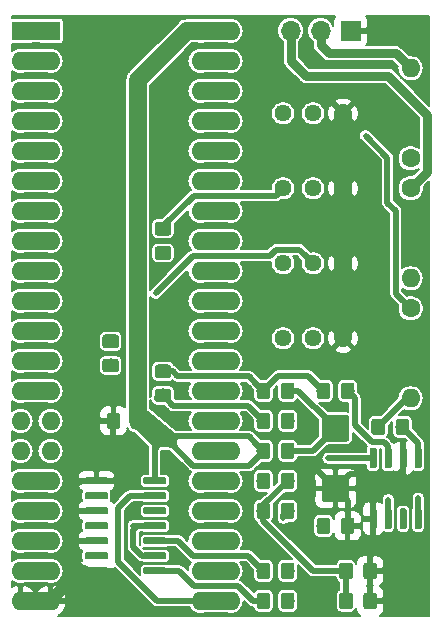
<source format=gbr>
G04 #@! TF.GenerationSoftware,KiCad,Pcbnew,(5.1.2)-1*
G04 #@! TF.CreationDate,2019-11-25T21:42:07-05:00*
G04 #@! TF.ProjectId,svideomod,73766964-656f-46d6-9f64-2e6b69636164,rev?*
G04 #@! TF.SameCoordinates,Original*
G04 #@! TF.FileFunction,Copper,L1,Top*
G04 #@! TF.FilePolarity,Positive*
%FSLAX46Y46*%
G04 Gerber Fmt 4.6, Leading zero omitted, Abs format (unit mm)*
G04 Created by KiCad (PCBNEW (5.1.2)-1) date 2019-11-25 21:42:07*
%MOMM*%
%LPD*%
G04 APERTURE LIST*
%ADD10C,0.100000*%
%ADD11O,1.700000X1.700000*%
%ADD12R,1.700000X1.700000*%
%ADD13O,1.600000X1.600000*%
%ADD14R,1.600000X1.600000*%
%ADD15C,1.150000*%
%ADD16C,2.250000*%
%ADD17C,1.600000*%
%ADD18C,1.440000*%
%ADD19C,0.600000*%
%ADD20C,0.360000*%
%ADD21C,0.500000*%
%ADD22C,0.500000*%
%ADD23C,1.500000*%
%ADD24C,1.000000*%
%ADD25C,1.250000*%
%ADD26C,0.750000*%
%ADD27C,0.203300*%
G04 APERTURE END LIST*
D10*
G36*
X74333100Y-79438500D02*
G01*
X74104500Y-79730600D01*
X74104500Y-79870300D01*
X74231500Y-80289400D01*
X72745600Y-80264000D01*
X72644000Y-80340200D01*
X72529700Y-80606900D01*
X72339200Y-80556100D01*
X71856600Y-78994000D01*
X71132700Y-77939900D01*
X71462900Y-77127100D01*
X74333100Y-79438500D01*
G37*
X74333100Y-79438500D02*
X74104500Y-79730600D01*
X74104500Y-79870300D01*
X74231500Y-80289400D01*
X72745600Y-80264000D01*
X72644000Y-80340200D01*
X72529700Y-80606900D01*
X72339200Y-80556100D01*
X71856600Y-78994000D01*
X71132700Y-77939900D01*
X71462900Y-77127100D01*
X74333100Y-79438500D01*
D11*
X83829500Y-45077000D03*
X86369500Y-45077000D03*
D12*
X88909500Y-45077000D03*
D13*
X76200000Y-45085000D03*
X60960000Y-93345000D03*
X76200000Y-47625000D03*
X60960000Y-90805000D03*
X76200000Y-50165000D03*
X60960000Y-88265000D03*
X76200000Y-52705000D03*
X60960000Y-85725000D03*
X76200000Y-55245000D03*
X60960000Y-83185000D03*
X76200000Y-57785000D03*
X60960000Y-80645000D03*
X76200000Y-60325000D03*
X60960000Y-78105000D03*
X76200000Y-62865000D03*
X60960000Y-75565000D03*
X76200000Y-65405000D03*
X60960000Y-73025000D03*
X76200000Y-67945000D03*
X60960000Y-70485000D03*
X76200000Y-70485000D03*
X60960000Y-67945000D03*
X76200000Y-73025000D03*
X60960000Y-65405000D03*
X76200000Y-75565000D03*
X60960000Y-62865000D03*
X76200000Y-78105000D03*
X60960000Y-60325000D03*
X76200000Y-80645000D03*
X60960000Y-57785000D03*
X76200000Y-83185000D03*
X60960000Y-55245000D03*
X76200000Y-85725000D03*
X60960000Y-52705000D03*
X76200000Y-88265000D03*
X60960000Y-50165000D03*
X76200000Y-90805000D03*
X60960000Y-47625000D03*
X76200000Y-93345000D03*
D14*
X60960000Y-45085000D03*
D10*
G36*
X83924505Y-85026204D02*
G01*
X83948773Y-85029804D01*
X83972572Y-85035765D01*
X83995671Y-85044030D01*
X84017850Y-85054520D01*
X84038893Y-85067132D01*
X84058599Y-85081747D01*
X84076777Y-85098223D01*
X84093253Y-85116401D01*
X84107868Y-85136107D01*
X84120480Y-85157150D01*
X84130970Y-85179329D01*
X84139235Y-85202428D01*
X84145196Y-85226227D01*
X84148796Y-85250495D01*
X84150000Y-85274999D01*
X84150000Y-86175001D01*
X84148796Y-86199505D01*
X84145196Y-86223773D01*
X84139235Y-86247572D01*
X84130970Y-86270671D01*
X84120480Y-86292850D01*
X84107868Y-86313893D01*
X84093253Y-86333599D01*
X84076777Y-86351777D01*
X84058599Y-86368253D01*
X84038893Y-86382868D01*
X84017850Y-86395480D01*
X83995671Y-86405970D01*
X83972572Y-86414235D01*
X83948773Y-86420196D01*
X83924505Y-86423796D01*
X83900001Y-86425000D01*
X83249999Y-86425000D01*
X83225495Y-86423796D01*
X83201227Y-86420196D01*
X83177428Y-86414235D01*
X83154329Y-86405970D01*
X83132150Y-86395480D01*
X83111107Y-86382868D01*
X83091401Y-86368253D01*
X83073223Y-86351777D01*
X83056747Y-86333599D01*
X83042132Y-86313893D01*
X83029520Y-86292850D01*
X83019030Y-86270671D01*
X83010765Y-86247572D01*
X83004804Y-86223773D01*
X83001204Y-86199505D01*
X83000000Y-86175001D01*
X83000000Y-85274999D01*
X83001204Y-85250495D01*
X83004804Y-85226227D01*
X83010765Y-85202428D01*
X83019030Y-85179329D01*
X83029520Y-85157150D01*
X83042132Y-85136107D01*
X83056747Y-85116401D01*
X83073223Y-85098223D01*
X83091401Y-85081747D01*
X83111107Y-85067132D01*
X83132150Y-85054520D01*
X83154329Y-85044030D01*
X83177428Y-85035765D01*
X83201227Y-85029804D01*
X83225495Y-85026204D01*
X83249999Y-85025000D01*
X83900001Y-85025000D01*
X83924505Y-85026204D01*
X83924505Y-85026204D01*
G37*
D15*
X83575000Y-85725000D03*
D10*
G36*
X81874505Y-85026204D02*
G01*
X81898773Y-85029804D01*
X81922572Y-85035765D01*
X81945671Y-85044030D01*
X81967850Y-85054520D01*
X81988893Y-85067132D01*
X82008599Y-85081747D01*
X82026777Y-85098223D01*
X82043253Y-85116401D01*
X82057868Y-85136107D01*
X82070480Y-85157150D01*
X82080970Y-85179329D01*
X82089235Y-85202428D01*
X82095196Y-85226227D01*
X82098796Y-85250495D01*
X82100000Y-85274999D01*
X82100000Y-86175001D01*
X82098796Y-86199505D01*
X82095196Y-86223773D01*
X82089235Y-86247572D01*
X82080970Y-86270671D01*
X82070480Y-86292850D01*
X82057868Y-86313893D01*
X82043253Y-86333599D01*
X82026777Y-86351777D01*
X82008599Y-86368253D01*
X81988893Y-86382868D01*
X81967850Y-86395480D01*
X81945671Y-86405970D01*
X81922572Y-86414235D01*
X81898773Y-86420196D01*
X81874505Y-86423796D01*
X81850001Y-86425000D01*
X81199999Y-86425000D01*
X81175495Y-86423796D01*
X81151227Y-86420196D01*
X81127428Y-86414235D01*
X81104329Y-86405970D01*
X81082150Y-86395480D01*
X81061107Y-86382868D01*
X81041401Y-86368253D01*
X81023223Y-86351777D01*
X81006747Y-86333599D01*
X80992132Y-86313893D01*
X80979520Y-86292850D01*
X80969030Y-86270671D01*
X80960765Y-86247572D01*
X80954804Y-86223773D01*
X80951204Y-86199505D01*
X80950000Y-86175001D01*
X80950000Y-85274999D01*
X80951204Y-85250495D01*
X80954804Y-85226227D01*
X80960765Y-85202428D01*
X80969030Y-85179329D01*
X80979520Y-85157150D01*
X80992132Y-85136107D01*
X81006747Y-85116401D01*
X81023223Y-85098223D01*
X81041401Y-85081747D01*
X81061107Y-85067132D01*
X81082150Y-85054520D01*
X81104329Y-85044030D01*
X81127428Y-85035765D01*
X81151227Y-85029804D01*
X81175495Y-85026204D01*
X81199999Y-85025000D01*
X81850001Y-85025000D01*
X81874505Y-85026204D01*
X81874505Y-85026204D01*
G37*
D15*
X81525000Y-85725000D03*
D10*
G36*
X88859505Y-92646204D02*
G01*
X88883773Y-92649804D01*
X88907572Y-92655765D01*
X88930671Y-92664030D01*
X88952850Y-92674520D01*
X88973893Y-92687132D01*
X88993599Y-92701747D01*
X89011777Y-92718223D01*
X89028253Y-92736401D01*
X89042868Y-92756107D01*
X89055480Y-92777150D01*
X89065970Y-92799329D01*
X89074235Y-92822428D01*
X89080196Y-92846227D01*
X89083796Y-92870495D01*
X89085000Y-92894999D01*
X89085000Y-93795001D01*
X89083796Y-93819505D01*
X89080196Y-93843773D01*
X89074235Y-93867572D01*
X89065970Y-93890671D01*
X89055480Y-93912850D01*
X89042868Y-93933893D01*
X89028253Y-93953599D01*
X89011777Y-93971777D01*
X88993599Y-93988253D01*
X88973893Y-94002868D01*
X88952850Y-94015480D01*
X88930671Y-94025970D01*
X88907572Y-94034235D01*
X88883773Y-94040196D01*
X88859505Y-94043796D01*
X88835001Y-94045000D01*
X88184999Y-94045000D01*
X88160495Y-94043796D01*
X88136227Y-94040196D01*
X88112428Y-94034235D01*
X88089329Y-94025970D01*
X88067150Y-94015480D01*
X88046107Y-94002868D01*
X88026401Y-93988253D01*
X88008223Y-93971777D01*
X87991747Y-93953599D01*
X87977132Y-93933893D01*
X87964520Y-93912850D01*
X87954030Y-93890671D01*
X87945765Y-93867572D01*
X87939804Y-93843773D01*
X87936204Y-93819505D01*
X87935000Y-93795001D01*
X87935000Y-92894999D01*
X87936204Y-92870495D01*
X87939804Y-92846227D01*
X87945765Y-92822428D01*
X87954030Y-92799329D01*
X87964520Y-92777150D01*
X87977132Y-92756107D01*
X87991747Y-92736401D01*
X88008223Y-92718223D01*
X88026401Y-92701747D01*
X88046107Y-92687132D01*
X88067150Y-92674520D01*
X88089329Y-92664030D01*
X88112428Y-92655765D01*
X88136227Y-92649804D01*
X88160495Y-92646204D01*
X88184999Y-92645000D01*
X88835001Y-92645000D01*
X88859505Y-92646204D01*
X88859505Y-92646204D01*
G37*
D15*
X88510000Y-93345000D03*
D10*
G36*
X90909505Y-92646204D02*
G01*
X90933773Y-92649804D01*
X90957572Y-92655765D01*
X90980671Y-92664030D01*
X91002850Y-92674520D01*
X91023893Y-92687132D01*
X91043599Y-92701747D01*
X91061777Y-92718223D01*
X91078253Y-92736401D01*
X91092868Y-92756107D01*
X91105480Y-92777150D01*
X91115970Y-92799329D01*
X91124235Y-92822428D01*
X91130196Y-92846227D01*
X91133796Y-92870495D01*
X91135000Y-92894999D01*
X91135000Y-93795001D01*
X91133796Y-93819505D01*
X91130196Y-93843773D01*
X91124235Y-93867572D01*
X91115970Y-93890671D01*
X91105480Y-93912850D01*
X91092868Y-93933893D01*
X91078253Y-93953599D01*
X91061777Y-93971777D01*
X91043599Y-93988253D01*
X91023893Y-94002868D01*
X91002850Y-94015480D01*
X90980671Y-94025970D01*
X90957572Y-94034235D01*
X90933773Y-94040196D01*
X90909505Y-94043796D01*
X90885001Y-94045000D01*
X90234999Y-94045000D01*
X90210495Y-94043796D01*
X90186227Y-94040196D01*
X90162428Y-94034235D01*
X90139329Y-94025970D01*
X90117150Y-94015480D01*
X90096107Y-94002868D01*
X90076401Y-93988253D01*
X90058223Y-93971777D01*
X90041747Y-93953599D01*
X90027132Y-93933893D01*
X90014520Y-93912850D01*
X90004030Y-93890671D01*
X89995765Y-93867572D01*
X89989804Y-93843773D01*
X89986204Y-93819505D01*
X89985000Y-93795001D01*
X89985000Y-92894999D01*
X89986204Y-92870495D01*
X89989804Y-92846227D01*
X89995765Y-92822428D01*
X90004030Y-92799329D01*
X90014520Y-92777150D01*
X90027132Y-92756107D01*
X90041747Y-92736401D01*
X90058223Y-92718223D01*
X90076401Y-92701747D01*
X90096107Y-92687132D01*
X90117150Y-92674520D01*
X90139329Y-92664030D01*
X90162428Y-92655765D01*
X90186227Y-92649804D01*
X90210495Y-92646204D01*
X90234999Y-92645000D01*
X90885001Y-92645000D01*
X90909505Y-92646204D01*
X90909505Y-92646204D01*
G37*
D15*
X90560000Y-93345000D03*
D10*
G36*
X89004505Y-74866204D02*
G01*
X89028773Y-74869804D01*
X89052572Y-74875765D01*
X89075671Y-74884030D01*
X89097850Y-74894520D01*
X89118893Y-74907132D01*
X89138599Y-74921747D01*
X89156777Y-74938223D01*
X89173253Y-74956401D01*
X89187868Y-74976107D01*
X89200480Y-74997150D01*
X89210970Y-75019329D01*
X89219235Y-75042428D01*
X89225196Y-75066227D01*
X89228796Y-75090495D01*
X89230000Y-75114999D01*
X89230000Y-76015001D01*
X89228796Y-76039505D01*
X89225196Y-76063773D01*
X89219235Y-76087572D01*
X89210970Y-76110671D01*
X89200480Y-76132850D01*
X89187868Y-76153893D01*
X89173253Y-76173599D01*
X89156777Y-76191777D01*
X89138599Y-76208253D01*
X89118893Y-76222868D01*
X89097850Y-76235480D01*
X89075671Y-76245970D01*
X89052572Y-76254235D01*
X89028773Y-76260196D01*
X89004505Y-76263796D01*
X88980001Y-76265000D01*
X88329999Y-76265000D01*
X88305495Y-76263796D01*
X88281227Y-76260196D01*
X88257428Y-76254235D01*
X88234329Y-76245970D01*
X88212150Y-76235480D01*
X88191107Y-76222868D01*
X88171401Y-76208253D01*
X88153223Y-76191777D01*
X88136747Y-76173599D01*
X88122132Y-76153893D01*
X88109520Y-76132850D01*
X88099030Y-76110671D01*
X88090765Y-76087572D01*
X88084804Y-76063773D01*
X88081204Y-76039505D01*
X88080000Y-76015001D01*
X88080000Y-75114999D01*
X88081204Y-75090495D01*
X88084804Y-75066227D01*
X88090765Y-75042428D01*
X88099030Y-75019329D01*
X88109520Y-74997150D01*
X88122132Y-74976107D01*
X88136747Y-74956401D01*
X88153223Y-74938223D01*
X88171401Y-74921747D01*
X88191107Y-74907132D01*
X88212150Y-74894520D01*
X88234329Y-74884030D01*
X88257428Y-74875765D01*
X88281227Y-74869804D01*
X88305495Y-74866204D01*
X88329999Y-74865000D01*
X88980001Y-74865000D01*
X89004505Y-74866204D01*
X89004505Y-74866204D01*
G37*
D15*
X88655000Y-75565000D03*
D10*
G36*
X86954505Y-74866204D02*
G01*
X86978773Y-74869804D01*
X87002572Y-74875765D01*
X87025671Y-74884030D01*
X87047850Y-74894520D01*
X87068893Y-74907132D01*
X87088599Y-74921747D01*
X87106777Y-74938223D01*
X87123253Y-74956401D01*
X87137868Y-74976107D01*
X87150480Y-74997150D01*
X87160970Y-75019329D01*
X87169235Y-75042428D01*
X87175196Y-75066227D01*
X87178796Y-75090495D01*
X87180000Y-75114999D01*
X87180000Y-76015001D01*
X87178796Y-76039505D01*
X87175196Y-76063773D01*
X87169235Y-76087572D01*
X87160970Y-76110671D01*
X87150480Y-76132850D01*
X87137868Y-76153893D01*
X87123253Y-76173599D01*
X87106777Y-76191777D01*
X87088599Y-76208253D01*
X87068893Y-76222868D01*
X87047850Y-76235480D01*
X87025671Y-76245970D01*
X87002572Y-76254235D01*
X86978773Y-76260196D01*
X86954505Y-76263796D01*
X86930001Y-76265000D01*
X86279999Y-76265000D01*
X86255495Y-76263796D01*
X86231227Y-76260196D01*
X86207428Y-76254235D01*
X86184329Y-76245970D01*
X86162150Y-76235480D01*
X86141107Y-76222868D01*
X86121401Y-76208253D01*
X86103223Y-76191777D01*
X86086747Y-76173599D01*
X86072132Y-76153893D01*
X86059520Y-76132850D01*
X86049030Y-76110671D01*
X86040765Y-76087572D01*
X86034804Y-76063773D01*
X86031204Y-76039505D01*
X86030000Y-76015001D01*
X86030000Y-75114999D01*
X86031204Y-75090495D01*
X86034804Y-75066227D01*
X86040765Y-75042428D01*
X86049030Y-75019329D01*
X86059520Y-74997150D01*
X86072132Y-74976107D01*
X86086747Y-74956401D01*
X86103223Y-74938223D01*
X86121401Y-74921747D01*
X86141107Y-74907132D01*
X86162150Y-74894520D01*
X86184329Y-74884030D01*
X86207428Y-74875765D01*
X86231227Y-74869804D01*
X86255495Y-74866204D01*
X86279999Y-74865000D01*
X86930001Y-74865000D01*
X86954505Y-74866204D01*
X86954505Y-74866204D01*
G37*
D15*
X86605000Y-75565000D03*
D10*
G36*
X91590005Y-77914204D02*
G01*
X91614273Y-77917804D01*
X91638072Y-77923765D01*
X91661171Y-77932030D01*
X91683350Y-77942520D01*
X91704393Y-77955132D01*
X91724099Y-77969747D01*
X91742277Y-77986223D01*
X91758753Y-78004401D01*
X91773368Y-78024107D01*
X91785980Y-78045150D01*
X91796470Y-78067329D01*
X91804735Y-78090428D01*
X91810696Y-78114227D01*
X91814296Y-78138495D01*
X91815500Y-78162999D01*
X91815500Y-79063001D01*
X91814296Y-79087505D01*
X91810696Y-79111773D01*
X91804735Y-79135572D01*
X91796470Y-79158671D01*
X91785980Y-79180850D01*
X91773368Y-79201893D01*
X91758753Y-79221599D01*
X91742277Y-79239777D01*
X91724099Y-79256253D01*
X91704393Y-79270868D01*
X91683350Y-79283480D01*
X91661171Y-79293970D01*
X91638072Y-79302235D01*
X91614273Y-79308196D01*
X91590005Y-79311796D01*
X91565501Y-79313000D01*
X90915499Y-79313000D01*
X90890995Y-79311796D01*
X90866727Y-79308196D01*
X90842928Y-79302235D01*
X90819829Y-79293970D01*
X90797650Y-79283480D01*
X90776607Y-79270868D01*
X90756901Y-79256253D01*
X90738723Y-79239777D01*
X90722247Y-79221599D01*
X90707632Y-79201893D01*
X90695020Y-79180850D01*
X90684530Y-79158671D01*
X90676265Y-79135572D01*
X90670304Y-79111773D01*
X90666704Y-79087505D01*
X90665500Y-79063001D01*
X90665500Y-78162999D01*
X90666704Y-78138495D01*
X90670304Y-78114227D01*
X90676265Y-78090428D01*
X90684530Y-78067329D01*
X90695020Y-78045150D01*
X90707632Y-78024107D01*
X90722247Y-78004401D01*
X90738723Y-77986223D01*
X90756901Y-77969747D01*
X90776607Y-77955132D01*
X90797650Y-77942520D01*
X90819829Y-77932030D01*
X90842928Y-77923765D01*
X90866727Y-77917804D01*
X90890995Y-77914204D01*
X90915499Y-77913000D01*
X91565501Y-77913000D01*
X91590005Y-77914204D01*
X91590005Y-77914204D01*
G37*
D15*
X91240500Y-78613000D03*
D10*
G36*
X93640005Y-77914204D02*
G01*
X93664273Y-77917804D01*
X93688072Y-77923765D01*
X93711171Y-77932030D01*
X93733350Y-77942520D01*
X93754393Y-77955132D01*
X93774099Y-77969747D01*
X93792277Y-77986223D01*
X93808753Y-78004401D01*
X93823368Y-78024107D01*
X93835980Y-78045150D01*
X93846470Y-78067329D01*
X93854735Y-78090428D01*
X93860696Y-78114227D01*
X93864296Y-78138495D01*
X93865500Y-78162999D01*
X93865500Y-79063001D01*
X93864296Y-79087505D01*
X93860696Y-79111773D01*
X93854735Y-79135572D01*
X93846470Y-79158671D01*
X93835980Y-79180850D01*
X93823368Y-79201893D01*
X93808753Y-79221599D01*
X93792277Y-79239777D01*
X93774099Y-79256253D01*
X93754393Y-79270868D01*
X93733350Y-79283480D01*
X93711171Y-79293970D01*
X93688072Y-79302235D01*
X93664273Y-79308196D01*
X93640005Y-79311796D01*
X93615501Y-79313000D01*
X92965499Y-79313000D01*
X92940995Y-79311796D01*
X92916727Y-79308196D01*
X92892928Y-79302235D01*
X92869829Y-79293970D01*
X92847650Y-79283480D01*
X92826607Y-79270868D01*
X92806901Y-79256253D01*
X92788723Y-79239777D01*
X92772247Y-79221599D01*
X92757632Y-79201893D01*
X92745020Y-79180850D01*
X92734530Y-79158671D01*
X92726265Y-79135572D01*
X92720304Y-79111773D01*
X92716704Y-79087505D01*
X92715500Y-79063001D01*
X92715500Y-78162999D01*
X92716704Y-78138495D01*
X92720304Y-78114227D01*
X92726265Y-78090428D01*
X92734530Y-78067329D01*
X92745020Y-78045150D01*
X92757632Y-78024107D01*
X92772247Y-78004401D01*
X92788723Y-77986223D01*
X92806901Y-77969747D01*
X92826607Y-77955132D01*
X92847650Y-77942520D01*
X92869829Y-77932030D01*
X92892928Y-77923765D01*
X92916727Y-77917804D01*
X92940995Y-77914204D01*
X92965499Y-77913000D01*
X93615501Y-77913000D01*
X93640005Y-77914204D01*
X93640005Y-77914204D01*
G37*
D15*
X93290500Y-78613000D03*
D10*
G36*
X89004505Y-86296204D02*
G01*
X89028773Y-86299804D01*
X89052572Y-86305765D01*
X89075671Y-86314030D01*
X89097850Y-86324520D01*
X89118893Y-86337132D01*
X89138599Y-86351747D01*
X89156777Y-86368223D01*
X89173253Y-86386401D01*
X89187868Y-86406107D01*
X89200480Y-86427150D01*
X89210970Y-86449329D01*
X89219235Y-86472428D01*
X89225196Y-86496227D01*
X89228796Y-86520495D01*
X89230000Y-86544999D01*
X89230000Y-87445001D01*
X89228796Y-87469505D01*
X89225196Y-87493773D01*
X89219235Y-87517572D01*
X89210970Y-87540671D01*
X89200480Y-87562850D01*
X89187868Y-87583893D01*
X89173253Y-87603599D01*
X89156777Y-87621777D01*
X89138599Y-87638253D01*
X89118893Y-87652868D01*
X89097850Y-87665480D01*
X89075671Y-87675970D01*
X89052572Y-87684235D01*
X89028773Y-87690196D01*
X89004505Y-87693796D01*
X88980001Y-87695000D01*
X88329999Y-87695000D01*
X88305495Y-87693796D01*
X88281227Y-87690196D01*
X88257428Y-87684235D01*
X88234329Y-87675970D01*
X88212150Y-87665480D01*
X88191107Y-87652868D01*
X88171401Y-87638253D01*
X88153223Y-87621777D01*
X88136747Y-87603599D01*
X88122132Y-87583893D01*
X88109520Y-87562850D01*
X88099030Y-87540671D01*
X88090765Y-87517572D01*
X88084804Y-87493773D01*
X88081204Y-87469505D01*
X88080000Y-87445001D01*
X88080000Y-86544999D01*
X88081204Y-86520495D01*
X88084804Y-86496227D01*
X88090765Y-86472428D01*
X88099030Y-86449329D01*
X88109520Y-86427150D01*
X88122132Y-86406107D01*
X88136747Y-86386401D01*
X88153223Y-86368223D01*
X88171401Y-86351747D01*
X88191107Y-86337132D01*
X88212150Y-86324520D01*
X88234329Y-86314030D01*
X88257428Y-86305765D01*
X88281227Y-86299804D01*
X88305495Y-86296204D01*
X88329999Y-86295000D01*
X88980001Y-86295000D01*
X89004505Y-86296204D01*
X89004505Y-86296204D01*
G37*
D15*
X88655000Y-86995000D03*
D10*
G36*
X86954505Y-86296204D02*
G01*
X86978773Y-86299804D01*
X87002572Y-86305765D01*
X87025671Y-86314030D01*
X87047850Y-86324520D01*
X87068893Y-86337132D01*
X87088599Y-86351747D01*
X87106777Y-86368223D01*
X87123253Y-86386401D01*
X87137868Y-86406107D01*
X87150480Y-86427150D01*
X87160970Y-86449329D01*
X87169235Y-86472428D01*
X87175196Y-86496227D01*
X87178796Y-86520495D01*
X87180000Y-86544999D01*
X87180000Y-87445001D01*
X87178796Y-87469505D01*
X87175196Y-87493773D01*
X87169235Y-87517572D01*
X87160970Y-87540671D01*
X87150480Y-87562850D01*
X87137868Y-87583893D01*
X87123253Y-87603599D01*
X87106777Y-87621777D01*
X87088599Y-87638253D01*
X87068893Y-87652868D01*
X87047850Y-87665480D01*
X87025671Y-87675970D01*
X87002572Y-87684235D01*
X86978773Y-87690196D01*
X86954505Y-87693796D01*
X86930001Y-87695000D01*
X86279999Y-87695000D01*
X86255495Y-87693796D01*
X86231227Y-87690196D01*
X86207428Y-87684235D01*
X86184329Y-87675970D01*
X86162150Y-87665480D01*
X86141107Y-87652868D01*
X86121401Y-87638253D01*
X86103223Y-87621777D01*
X86086747Y-87603599D01*
X86072132Y-87583893D01*
X86059520Y-87562850D01*
X86049030Y-87540671D01*
X86040765Y-87517572D01*
X86034804Y-87493773D01*
X86031204Y-87469505D01*
X86030000Y-87445001D01*
X86030000Y-86544999D01*
X86031204Y-86520495D01*
X86034804Y-86496227D01*
X86040765Y-86472428D01*
X86049030Y-86449329D01*
X86059520Y-86427150D01*
X86072132Y-86406107D01*
X86086747Y-86386401D01*
X86103223Y-86368223D01*
X86121401Y-86351747D01*
X86141107Y-86337132D01*
X86162150Y-86324520D01*
X86184329Y-86314030D01*
X86207428Y-86305765D01*
X86231227Y-86299804D01*
X86255495Y-86296204D01*
X86279999Y-86295000D01*
X86930001Y-86295000D01*
X86954505Y-86296204D01*
X86954505Y-86296204D01*
G37*
D15*
X86605000Y-86995000D03*
D10*
G36*
X81874505Y-82486204D02*
G01*
X81898773Y-82489804D01*
X81922572Y-82495765D01*
X81945671Y-82504030D01*
X81967850Y-82514520D01*
X81988893Y-82527132D01*
X82008599Y-82541747D01*
X82026777Y-82558223D01*
X82043253Y-82576401D01*
X82057868Y-82596107D01*
X82070480Y-82617150D01*
X82080970Y-82639329D01*
X82089235Y-82662428D01*
X82095196Y-82686227D01*
X82098796Y-82710495D01*
X82100000Y-82734999D01*
X82100000Y-83635001D01*
X82098796Y-83659505D01*
X82095196Y-83683773D01*
X82089235Y-83707572D01*
X82080970Y-83730671D01*
X82070480Y-83752850D01*
X82057868Y-83773893D01*
X82043253Y-83793599D01*
X82026777Y-83811777D01*
X82008599Y-83828253D01*
X81988893Y-83842868D01*
X81967850Y-83855480D01*
X81945671Y-83865970D01*
X81922572Y-83874235D01*
X81898773Y-83880196D01*
X81874505Y-83883796D01*
X81850001Y-83885000D01*
X81199999Y-83885000D01*
X81175495Y-83883796D01*
X81151227Y-83880196D01*
X81127428Y-83874235D01*
X81104329Y-83865970D01*
X81082150Y-83855480D01*
X81061107Y-83842868D01*
X81041401Y-83828253D01*
X81023223Y-83811777D01*
X81006747Y-83793599D01*
X80992132Y-83773893D01*
X80979520Y-83752850D01*
X80969030Y-83730671D01*
X80960765Y-83707572D01*
X80954804Y-83683773D01*
X80951204Y-83659505D01*
X80950000Y-83635001D01*
X80950000Y-82734999D01*
X80951204Y-82710495D01*
X80954804Y-82686227D01*
X80960765Y-82662428D01*
X80969030Y-82639329D01*
X80979520Y-82617150D01*
X80992132Y-82596107D01*
X81006747Y-82576401D01*
X81023223Y-82558223D01*
X81041401Y-82541747D01*
X81061107Y-82527132D01*
X81082150Y-82514520D01*
X81104329Y-82504030D01*
X81127428Y-82495765D01*
X81151227Y-82489804D01*
X81175495Y-82486204D01*
X81199999Y-82485000D01*
X81850001Y-82485000D01*
X81874505Y-82486204D01*
X81874505Y-82486204D01*
G37*
D15*
X81525000Y-83185000D03*
D10*
G36*
X83924505Y-82486204D02*
G01*
X83948773Y-82489804D01*
X83972572Y-82495765D01*
X83995671Y-82504030D01*
X84017850Y-82514520D01*
X84038893Y-82527132D01*
X84058599Y-82541747D01*
X84076777Y-82558223D01*
X84093253Y-82576401D01*
X84107868Y-82596107D01*
X84120480Y-82617150D01*
X84130970Y-82639329D01*
X84139235Y-82662428D01*
X84145196Y-82686227D01*
X84148796Y-82710495D01*
X84150000Y-82734999D01*
X84150000Y-83635001D01*
X84148796Y-83659505D01*
X84145196Y-83683773D01*
X84139235Y-83707572D01*
X84130970Y-83730671D01*
X84120480Y-83752850D01*
X84107868Y-83773893D01*
X84093253Y-83793599D01*
X84076777Y-83811777D01*
X84058599Y-83828253D01*
X84038893Y-83842868D01*
X84017850Y-83855480D01*
X83995671Y-83865970D01*
X83972572Y-83874235D01*
X83948773Y-83880196D01*
X83924505Y-83883796D01*
X83900001Y-83885000D01*
X83249999Y-83885000D01*
X83225495Y-83883796D01*
X83201227Y-83880196D01*
X83177428Y-83874235D01*
X83154329Y-83865970D01*
X83132150Y-83855480D01*
X83111107Y-83842868D01*
X83091401Y-83828253D01*
X83073223Y-83811777D01*
X83056747Y-83793599D01*
X83042132Y-83773893D01*
X83029520Y-83752850D01*
X83019030Y-83730671D01*
X83010765Y-83707572D01*
X83004804Y-83683773D01*
X83001204Y-83659505D01*
X83000000Y-83635001D01*
X83000000Y-82734999D01*
X83001204Y-82710495D01*
X83004804Y-82686227D01*
X83010765Y-82662428D01*
X83019030Y-82639329D01*
X83029520Y-82617150D01*
X83042132Y-82596107D01*
X83056747Y-82576401D01*
X83073223Y-82558223D01*
X83091401Y-82541747D01*
X83111107Y-82527132D01*
X83132150Y-82514520D01*
X83154329Y-82504030D01*
X83177428Y-82495765D01*
X83201227Y-82489804D01*
X83225495Y-82486204D01*
X83249999Y-82485000D01*
X83900001Y-82485000D01*
X83924505Y-82486204D01*
X83924505Y-82486204D01*
G37*
D15*
X83575000Y-83185000D03*
D10*
G36*
X69054505Y-70791204D02*
G01*
X69078773Y-70794804D01*
X69102572Y-70800765D01*
X69125671Y-70809030D01*
X69147850Y-70819520D01*
X69168893Y-70832132D01*
X69188599Y-70846747D01*
X69206777Y-70863223D01*
X69223253Y-70881401D01*
X69237868Y-70901107D01*
X69250480Y-70922150D01*
X69260970Y-70944329D01*
X69269235Y-70967428D01*
X69275196Y-70991227D01*
X69278796Y-71015495D01*
X69280000Y-71039999D01*
X69280000Y-71690001D01*
X69278796Y-71714505D01*
X69275196Y-71738773D01*
X69269235Y-71762572D01*
X69260970Y-71785671D01*
X69250480Y-71807850D01*
X69237868Y-71828893D01*
X69223253Y-71848599D01*
X69206777Y-71866777D01*
X69188599Y-71883253D01*
X69168893Y-71897868D01*
X69147850Y-71910480D01*
X69125671Y-71920970D01*
X69102572Y-71929235D01*
X69078773Y-71935196D01*
X69054505Y-71938796D01*
X69030001Y-71940000D01*
X68129999Y-71940000D01*
X68105495Y-71938796D01*
X68081227Y-71935196D01*
X68057428Y-71929235D01*
X68034329Y-71920970D01*
X68012150Y-71910480D01*
X67991107Y-71897868D01*
X67971401Y-71883253D01*
X67953223Y-71866777D01*
X67936747Y-71848599D01*
X67922132Y-71828893D01*
X67909520Y-71807850D01*
X67899030Y-71785671D01*
X67890765Y-71762572D01*
X67884804Y-71738773D01*
X67881204Y-71714505D01*
X67880000Y-71690001D01*
X67880000Y-71039999D01*
X67881204Y-71015495D01*
X67884804Y-70991227D01*
X67890765Y-70967428D01*
X67899030Y-70944329D01*
X67909520Y-70922150D01*
X67922132Y-70901107D01*
X67936747Y-70881401D01*
X67953223Y-70863223D01*
X67971401Y-70846747D01*
X67991107Y-70832132D01*
X68012150Y-70819520D01*
X68034329Y-70809030D01*
X68057428Y-70800765D01*
X68081227Y-70794804D01*
X68105495Y-70791204D01*
X68129999Y-70790000D01*
X69030001Y-70790000D01*
X69054505Y-70791204D01*
X69054505Y-70791204D01*
G37*
D15*
X68580000Y-71365000D03*
D10*
G36*
X69054505Y-72841204D02*
G01*
X69078773Y-72844804D01*
X69102572Y-72850765D01*
X69125671Y-72859030D01*
X69147850Y-72869520D01*
X69168893Y-72882132D01*
X69188599Y-72896747D01*
X69206777Y-72913223D01*
X69223253Y-72931401D01*
X69237868Y-72951107D01*
X69250480Y-72972150D01*
X69260970Y-72994329D01*
X69269235Y-73017428D01*
X69275196Y-73041227D01*
X69278796Y-73065495D01*
X69280000Y-73089999D01*
X69280000Y-73740001D01*
X69278796Y-73764505D01*
X69275196Y-73788773D01*
X69269235Y-73812572D01*
X69260970Y-73835671D01*
X69250480Y-73857850D01*
X69237868Y-73878893D01*
X69223253Y-73898599D01*
X69206777Y-73916777D01*
X69188599Y-73933253D01*
X69168893Y-73947868D01*
X69147850Y-73960480D01*
X69125671Y-73970970D01*
X69102572Y-73979235D01*
X69078773Y-73985196D01*
X69054505Y-73988796D01*
X69030001Y-73990000D01*
X68129999Y-73990000D01*
X68105495Y-73988796D01*
X68081227Y-73985196D01*
X68057428Y-73979235D01*
X68034329Y-73970970D01*
X68012150Y-73960480D01*
X67991107Y-73947868D01*
X67971401Y-73933253D01*
X67953223Y-73916777D01*
X67936747Y-73898599D01*
X67922132Y-73878893D01*
X67909520Y-73857850D01*
X67899030Y-73835671D01*
X67890765Y-73812572D01*
X67884804Y-73788773D01*
X67881204Y-73764505D01*
X67880000Y-73740001D01*
X67880000Y-73089999D01*
X67881204Y-73065495D01*
X67884804Y-73041227D01*
X67890765Y-73017428D01*
X67899030Y-72994329D01*
X67909520Y-72972150D01*
X67922132Y-72951107D01*
X67936747Y-72931401D01*
X67953223Y-72913223D01*
X67971401Y-72896747D01*
X67991107Y-72882132D01*
X68012150Y-72869520D01*
X68034329Y-72859030D01*
X68057428Y-72850765D01*
X68081227Y-72844804D01*
X68105495Y-72841204D01*
X68129999Y-72840000D01*
X69030001Y-72840000D01*
X69054505Y-72841204D01*
X69054505Y-72841204D01*
G37*
D15*
X68580000Y-73415000D03*
D10*
G36*
X88579505Y-77606204D02*
G01*
X88603773Y-77609804D01*
X88627572Y-77615765D01*
X88650671Y-77624030D01*
X88672850Y-77634520D01*
X88693893Y-77647132D01*
X88713599Y-77661747D01*
X88731777Y-77678223D01*
X88748253Y-77696401D01*
X88762868Y-77716107D01*
X88775480Y-77737150D01*
X88785970Y-77759329D01*
X88794235Y-77782428D01*
X88800196Y-77806227D01*
X88803796Y-77830495D01*
X88805000Y-77854999D01*
X88805000Y-79605001D01*
X88803796Y-79629505D01*
X88800196Y-79653773D01*
X88794235Y-79677572D01*
X88785970Y-79700671D01*
X88775480Y-79722850D01*
X88762868Y-79743893D01*
X88748253Y-79763599D01*
X88731777Y-79781777D01*
X88713599Y-79798253D01*
X88693893Y-79812868D01*
X88672850Y-79825480D01*
X88650671Y-79835970D01*
X88627572Y-79844235D01*
X88603773Y-79850196D01*
X88579505Y-79853796D01*
X88555001Y-79855000D01*
X86704999Y-79855000D01*
X86680495Y-79853796D01*
X86656227Y-79850196D01*
X86632428Y-79844235D01*
X86609329Y-79835970D01*
X86587150Y-79825480D01*
X86566107Y-79812868D01*
X86546401Y-79798253D01*
X86528223Y-79781777D01*
X86511747Y-79763599D01*
X86497132Y-79743893D01*
X86484520Y-79722850D01*
X86474030Y-79700671D01*
X86465765Y-79677572D01*
X86459804Y-79653773D01*
X86456204Y-79629505D01*
X86455000Y-79605001D01*
X86455000Y-77854999D01*
X86456204Y-77830495D01*
X86459804Y-77806227D01*
X86465765Y-77782428D01*
X86474030Y-77759329D01*
X86484520Y-77737150D01*
X86497132Y-77716107D01*
X86511747Y-77696401D01*
X86528223Y-77678223D01*
X86546401Y-77661747D01*
X86566107Y-77647132D01*
X86587150Y-77634520D01*
X86609329Y-77624030D01*
X86632428Y-77615765D01*
X86656227Y-77609804D01*
X86680495Y-77606204D01*
X86704999Y-77605000D01*
X88555001Y-77605000D01*
X88579505Y-77606204D01*
X88579505Y-77606204D01*
G37*
D16*
X87630000Y-78730000D03*
D10*
G36*
X88579505Y-82706204D02*
G01*
X88603773Y-82709804D01*
X88627572Y-82715765D01*
X88650671Y-82724030D01*
X88672850Y-82734520D01*
X88693893Y-82747132D01*
X88713599Y-82761747D01*
X88731777Y-82778223D01*
X88748253Y-82796401D01*
X88762868Y-82816107D01*
X88775480Y-82837150D01*
X88785970Y-82859329D01*
X88794235Y-82882428D01*
X88800196Y-82906227D01*
X88803796Y-82930495D01*
X88805000Y-82954999D01*
X88805000Y-84705001D01*
X88803796Y-84729505D01*
X88800196Y-84753773D01*
X88794235Y-84777572D01*
X88785970Y-84800671D01*
X88775480Y-84822850D01*
X88762868Y-84843893D01*
X88748253Y-84863599D01*
X88731777Y-84881777D01*
X88713599Y-84898253D01*
X88693893Y-84912868D01*
X88672850Y-84925480D01*
X88650671Y-84935970D01*
X88627572Y-84944235D01*
X88603773Y-84950196D01*
X88579505Y-84953796D01*
X88555001Y-84955000D01*
X86704999Y-84955000D01*
X86680495Y-84953796D01*
X86656227Y-84950196D01*
X86632428Y-84944235D01*
X86609329Y-84935970D01*
X86587150Y-84925480D01*
X86566107Y-84912868D01*
X86546401Y-84898253D01*
X86528223Y-84881777D01*
X86511747Y-84863599D01*
X86497132Y-84843893D01*
X86484520Y-84822850D01*
X86474030Y-84800671D01*
X86465765Y-84777572D01*
X86459804Y-84753773D01*
X86456204Y-84729505D01*
X86455000Y-84705001D01*
X86455000Y-82954999D01*
X86456204Y-82930495D01*
X86459804Y-82906227D01*
X86465765Y-82882428D01*
X86474030Y-82859329D01*
X86484520Y-82837150D01*
X86497132Y-82816107D01*
X86511747Y-82796401D01*
X86528223Y-82778223D01*
X86546401Y-82761747D01*
X86566107Y-82747132D01*
X86587150Y-82734520D01*
X86609329Y-82724030D01*
X86632428Y-82715765D01*
X86656227Y-82709804D01*
X86680495Y-82706204D01*
X86704999Y-82705000D01*
X88555001Y-82705000D01*
X88579505Y-82706204D01*
X88579505Y-82706204D01*
G37*
D16*
X87630000Y-83830000D03*
D10*
G36*
X71224505Y-77406204D02*
G01*
X71248773Y-77409804D01*
X71272572Y-77415765D01*
X71295671Y-77424030D01*
X71317850Y-77434520D01*
X71338893Y-77447132D01*
X71358599Y-77461747D01*
X71376777Y-77478223D01*
X71393253Y-77496401D01*
X71407868Y-77516107D01*
X71420480Y-77537150D01*
X71430970Y-77559329D01*
X71439235Y-77582428D01*
X71445196Y-77606227D01*
X71448796Y-77630495D01*
X71450000Y-77654999D01*
X71450000Y-78555001D01*
X71448796Y-78579505D01*
X71445196Y-78603773D01*
X71439235Y-78627572D01*
X71430970Y-78650671D01*
X71420480Y-78672850D01*
X71407868Y-78693893D01*
X71393253Y-78713599D01*
X71376777Y-78731777D01*
X71358599Y-78748253D01*
X71338893Y-78762868D01*
X71317850Y-78775480D01*
X71295671Y-78785970D01*
X71272572Y-78794235D01*
X71248773Y-78800196D01*
X71224505Y-78803796D01*
X71200001Y-78805000D01*
X70549999Y-78805000D01*
X70525495Y-78803796D01*
X70501227Y-78800196D01*
X70477428Y-78794235D01*
X70454329Y-78785970D01*
X70432150Y-78775480D01*
X70411107Y-78762868D01*
X70391401Y-78748253D01*
X70373223Y-78731777D01*
X70356747Y-78713599D01*
X70342132Y-78693893D01*
X70329520Y-78672850D01*
X70319030Y-78650671D01*
X70310765Y-78627572D01*
X70304804Y-78603773D01*
X70301204Y-78579505D01*
X70300000Y-78555001D01*
X70300000Y-77654999D01*
X70301204Y-77630495D01*
X70304804Y-77606227D01*
X70310765Y-77582428D01*
X70319030Y-77559329D01*
X70329520Y-77537150D01*
X70342132Y-77516107D01*
X70356747Y-77496401D01*
X70373223Y-77478223D01*
X70391401Y-77461747D01*
X70411107Y-77447132D01*
X70432150Y-77434520D01*
X70454329Y-77424030D01*
X70477428Y-77415765D01*
X70501227Y-77409804D01*
X70525495Y-77406204D01*
X70549999Y-77405000D01*
X71200001Y-77405000D01*
X71224505Y-77406204D01*
X71224505Y-77406204D01*
G37*
D15*
X70875000Y-78105000D03*
D10*
G36*
X69174505Y-77406204D02*
G01*
X69198773Y-77409804D01*
X69222572Y-77415765D01*
X69245671Y-77424030D01*
X69267850Y-77434520D01*
X69288893Y-77447132D01*
X69308599Y-77461747D01*
X69326777Y-77478223D01*
X69343253Y-77496401D01*
X69357868Y-77516107D01*
X69370480Y-77537150D01*
X69380970Y-77559329D01*
X69389235Y-77582428D01*
X69395196Y-77606227D01*
X69398796Y-77630495D01*
X69400000Y-77654999D01*
X69400000Y-78555001D01*
X69398796Y-78579505D01*
X69395196Y-78603773D01*
X69389235Y-78627572D01*
X69380970Y-78650671D01*
X69370480Y-78672850D01*
X69357868Y-78693893D01*
X69343253Y-78713599D01*
X69326777Y-78731777D01*
X69308599Y-78748253D01*
X69288893Y-78762868D01*
X69267850Y-78775480D01*
X69245671Y-78785970D01*
X69222572Y-78794235D01*
X69198773Y-78800196D01*
X69174505Y-78803796D01*
X69150001Y-78805000D01*
X68499999Y-78805000D01*
X68475495Y-78803796D01*
X68451227Y-78800196D01*
X68427428Y-78794235D01*
X68404329Y-78785970D01*
X68382150Y-78775480D01*
X68361107Y-78762868D01*
X68341401Y-78748253D01*
X68323223Y-78731777D01*
X68306747Y-78713599D01*
X68292132Y-78693893D01*
X68279520Y-78672850D01*
X68269030Y-78650671D01*
X68260765Y-78627572D01*
X68254804Y-78603773D01*
X68251204Y-78579505D01*
X68250000Y-78555001D01*
X68250000Y-77654999D01*
X68251204Y-77630495D01*
X68254804Y-77606227D01*
X68260765Y-77582428D01*
X68269030Y-77559329D01*
X68279520Y-77537150D01*
X68292132Y-77516107D01*
X68306747Y-77496401D01*
X68323223Y-77478223D01*
X68341401Y-77461747D01*
X68361107Y-77447132D01*
X68382150Y-77434520D01*
X68404329Y-77424030D01*
X68427428Y-77415765D01*
X68451227Y-77409804D01*
X68475495Y-77406204D01*
X68499999Y-77405000D01*
X69150001Y-77405000D01*
X69174505Y-77406204D01*
X69174505Y-77406204D01*
G37*
D15*
X68825000Y-78105000D03*
D10*
G36*
X81874505Y-77406204D02*
G01*
X81898773Y-77409804D01*
X81922572Y-77415765D01*
X81945671Y-77424030D01*
X81967850Y-77434520D01*
X81988893Y-77447132D01*
X82008599Y-77461747D01*
X82026777Y-77478223D01*
X82043253Y-77496401D01*
X82057868Y-77516107D01*
X82070480Y-77537150D01*
X82080970Y-77559329D01*
X82089235Y-77582428D01*
X82095196Y-77606227D01*
X82098796Y-77630495D01*
X82100000Y-77654999D01*
X82100000Y-78555001D01*
X82098796Y-78579505D01*
X82095196Y-78603773D01*
X82089235Y-78627572D01*
X82080970Y-78650671D01*
X82070480Y-78672850D01*
X82057868Y-78693893D01*
X82043253Y-78713599D01*
X82026777Y-78731777D01*
X82008599Y-78748253D01*
X81988893Y-78762868D01*
X81967850Y-78775480D01*
X81945671Y-78785970D01*
X81922572Y-78794235D01*
X81898773Y-78800196D01*
X81874505Y-78803796D01*
X81850001Y-78805000D01*
X81199999Y-78805000D01*
X81175495Y-78803796D01*
X81151227Y-78800196D01*
X81127428Y-78794235D01*
X81104329Y-78785970D01*
X81082150Y-78775480D01*
X81061107Y-78762868D01*
X81041401Y-78748253D01*
X81023223Y-78731777D01*
X81006747Y-78713599D01*
X80992132Y-78693893D01*
X80979520Y-78672850D01*
X80969030Y-78650671D01*
X80960765Y-78627572D01*
X80954804Y-78603773D01*
X80951204Y-78579505D01*
X80950000Y-78555001D01*
X80950000Y-77654999D01*
X80951204Y-77630495D01*
X80954804Y-77606227D01*
X80960765Y-77582428D01*
X80969030Y-77559329D01*
X80979520Y-77537150D01*
X80992132Y-77516107D01*
X81006747Y-77496401D01*
X81023223Y-77478223D01*
X81041401Y-77461747D01*
X81061107Y-77447132D01*
X81082150Y-77434520D01*
X81104329Y-77424030D01*
X81127428Y-77415765D01*
X81151227Y-77409804D01*
X81175495Y-77406204D01*
X81199999Y-77405000D01*
X81850001Y-77405000D01*
X81874505Y-77406204D01*
X81874505Y-77406204D01*
G37*
D15*
X81525000Y-78105000D03*
D10*
G36*
X83924505Y-77406204D02*
G01*
X83948773Y-77409804D01*
X83972572Y-77415765D01*
X83995671Y-77424030D01*
X84017850Y-77434520D01*
X84038893Y-77447132D01*
X84058599Y-77461747D01*
X84076777Y-77478223D01*
X84093253Y-77496401D01*
X84107868Y-77516107D01*
X84120480Y-77537150D01*
X84130970Y-77559329D01*
X84139235Y-77582428D01*
X84145196Y-77606227D01*
X84148796Y-77630495D01*
X84150000Y-77654999D01*
X84150000Y-78555001D01*
X84148796Y-78579505D01*
X84145196Y-78603773D01*
X84139235Y-78627572D01*
X84130970Y-78650671D01*
X84120480Y-78672850D01*
X84107868Y-78693893D01*
X84093253Y-78713599D01*
X84076777Y-78731777D01*
X84058599Y-78748253D01*
X84038893Y-78762868D01*
X84017850Y-78775480D01*
X83995671Y-78785970D01*
X83972572Y-78794235D01*
X83948773Y-78800196D01*
X83924505Y-78803796D01*
X83900001Y-78805000D01*
X83249999Y-78805000D01*
X83225495Y-78803796D01*
X83201227Y-78800196D01*
X83177428Y-78794235D01*
X83154329Y-78785970D01*
X83132150Y-78775480D01*
X83111107Y-78762868D01*
X83091401Y-78748253D01*
X83073223Y-78731777D01*
X83056747Y-78713599D01*
X83042132Y-78693893D01*
X83029520Y-78672850D01*
X83019030Y-78650671D01*
X83010765Y-78627572D01*
X83004804Y-78603773D01*
X83001204Y-78579505D01*
X83000000Y-78555001D01*
X83000000Y-77654999D01*
X83001204Y-77630495D01*
X83004804Y-77606227D01*
X83010765Y-77582428D01*
X83019030Y-77559329D01*
X83029520Y-77537150D01*
X83042132Y-77516107D01*
X83056747Y-77496401D01*
X83073223Y-77478223D01*
X83091401Y-77461747D01*
X83111107Y-77447132D01*
X83132150Y-77434520D01*
X83154329Y-77424030D01*
X83177428Y-77415765D01*
X83201227Y-77409804D01*
X83225495Y-77406204D01*
X83249999Y-77405000D01*
X83900001Y-77405000D01*
X83924505Y-77406204D01*
X83924505Y-77406204D01*
G37*
D15*
X83575000Y-78105000D03*
D17*
X93980000Y-68580000D03*
D13*
X93980000Y-76200000D03*
D18*
X88265000Y-52070000D03*
X85725000Y-52070000D03*
X83185000Y-52070000D03*
D10*
G36*
X83924505Y-79946204D02*
G01*
X83948773Y-79949804D01*
X83972572Y-79955765D01*
X83995671Y-79964030D01*
X84017850Y-79974520D01*
X84038893Y-79987132D01*
X84058599Y-80001747D01*
X84076777Y-80018223D01*
X84093253Y-80036401D01*
X84107868Y-80056107D01*
X84120480Y-80077150D01*
X84130970Y-80099329D01*
X84139235Y-80122428D01*
X84145196Y-80146227D01*
X84148796Y-80170495D01*
X84150000Y-80194999D01*
X84150000Y-81095001D01*
X84148796Y-81119505D01*
X84145196Y-81143773D01*
X84139235Y-81167572D01*
X84130970Y-81190671D01*
X84120480Y-81212850D01*
X84107868Y-81233893D01*
X84093253Y-81253599D01*
X84076777Y-81271777D01*
X84058599Y-81288253D01*
X84038893Y-81302868D01*
X84017850Y-81315480D01*
X83995671Y-81325970D01*
X83972572Y-81334235D01*
X83948773Y-81340196D01*
X83924505Y-81343796D01*
X83900001Y-81345000D01*
X83249999Y-81345000D01*
X83225495Y-81343796D01*
X83201227Y-81340196D01*
X83177428Y-81334235D01*
X83154329Y-81325970D01*
X83132150Y-81315480D01*
X83111107Y-81302868D01*
X83091401Y-81288253D01*
X83073223Y-81271777D01*
X83056747Y-81253599D01*
X83042132Y-81233893D01*
X83029520Y-81212850D01*
X83019030Y-81190671D01*
X83010765Y-81167572D01*
X83004804Y-81143773D01*
X83001204Y-81119505D01*
X83000000Y-81095001D01*
X83000000Y-80194999D01*
X83001204Y-80170495D01*
X83004804Y-80146227D01*
X83010765Y-80122428D01*
X83019030Y-80099329D01*
X83029520Y-80077150D01*
X83042132Y-80056107D01*
X83056747Y-80036401D01*
X83073223Y-80018223D01*
X83091401Y-80001747D01*
X83111107Y-79987132D01*
X83132150Y-79974520D01*
X83154329Y-79964030D01*
X83177428Y-79955765D01*
X83201227Y-79949804D01*
X83225495Y-79946204D01*
X83249999Y-79945000D01*
X83900001Y-79945000D01*
X83924505Y-79946204D01*
X83924505Y-79946204D01*
G37*
D15*
X83575000Y-80645000D03*
D10*
G36*
X81874505Y-79946204D02*
G01*
X81898773Y-79949804D01*
X81922572Y-79955765D01*
X81945671Y-79964030D01*
X81967850Y-79974520D01*
X81988893Y-79987132D01*
X82008599Y-80001747D01*
X82026777Y-80018223D01*
X82043253Y-80036401D01*
X82057868Y-80056107D01*
X82070480Y-80077150D01*
X82080970Y-80099329D01*
X82089235Y-80122428D01*
X82095196Y-80146227D01*
X82098796Y-80170495D01*
X82100000Y-80194999D01*
X82100000Y-81095001D01*
X82098796Y-81119505D01*
X82095196Y-81143773D01*
X82089235Y-81167572D01*
X82080970Y-81190671D01*
X82070480Y-81212850D01*
X82057868Y-81233893D01*
X82043253Y-81253599D01*
X82026777Y-81271777D01*
X82008599Y-81288253D01*
X81988893Y-81302868D01*
X81967850Y-81315480D01*
X81945671Y-81325970D01*
X81922572Y-81334235D01*
X81898773Y-81340196D01*
X81874505Y-81343796D01*
X81850001Y-81345000D01*
X81199999Y-81345000D01*
X81175495Y-81343796D01*
X81151227Y-81340196D01*
X81127428Y-81334235D01*
X81104329Y-81325970D01*
X81082150Y-81315480D01*
X81061107Y-81302868D01*
X81041401Y-81288253D01*
X81023223Y-81271777D01*
X81006747Y-81253599D01*
X80992132Y-81233893D01*
X80979520Y-81212850D01*
X80969030Y-81190671D01*
X80960765Y-81167572D01*
X80954804Y-81143773D01*
X80951204Y-81119505D01*
X80950000Y-81095001D01*
X80950000Y-80194999D01*
X80951204Y-80170495D01*
X80954804Y-80146227D01*
X80960765Y-80122428D01*
X80969030Y-80099329D01*
X80979520Y-80077150D01*
X80992132Y-80056107D01*
X81006747Y-80036401D01*
X81023223Y-80018223D01*
X81041401Y-80001747D01*
X81061107Y-79987132D01*
X81082150Y-79974520D01*
X81104329Y-79964030D01*
X81127428Y-79955765D01*
X81151227Y-79949804D01*
X81175495Y-79946204D01*
X81199999Y-79945000D01*
X81850001Y-79945000D01*
X81874505Y-79946204D01*
X81874505Y-79946204D01*
G37*
D15*
X81525000Y-80645000D03*
D10*
G36*
X88859505Y-90106204D02*
G01*
X88883773Y-90109804D01*
X88907572Y-90115765D01*
X88930671Y-90124030D01*
X88952850Y-90134520D01*
X88973893Y-90147132D01*
X88993599Y-90161747D01*
X89011777Y-90178223D01*
X89028253Y-90196401D01*
X89042868Y-90216107D01*
X89055480Y-90237150D01*
X89065970Y-90259329D01*
X89074235Y-90282428D01*
X89080196Y-90306227D01*
X89083796Y-90330495D01*
X89085000Y-90354999D01*
X89085000Y-91255001D01*
X89083796Y-91279505D01*
X89080196Y-91303773D01*
X89074235Y-91327572D01*
X89065970Y-91350671D01*
X89055480Y-91372850D01*
X89042868Y-91393893D01*
X89028253Y-91413599D01*
X89011777Y-91431777D01*
X88993599Y-91448253D01*
X88973893Y-91462868D01*
X88952850Y-91475480D01*
X88930671Y-91485970D01*
X88907572Y-91494235D01*
X88883773Y-91500196D01*
X88859505Y-91503796D01*
X88835001Y-91505000D01*
X88184999Y-91505000D01*
X88160495Y-91503796D01*
X88136227Y-91500196D01*
X88112428Y-91494235D01*
X88089329Y-91485970D01*
X88067150Y-91475480D01*
X88046107Y-91462868D01*
X88026401Y-91448253D01*
X88008223Y-91431777D01*
X87991747Y-91413599D01*
X87977132Y-91393893D01*
X87964520Y-91372850D01*
X87954030Y-91350671D01*
X87945765Y-91327572D01*
X87939804Y-91303773D01*
X87936204Y-91279505D01*
X87935000Y-91255001D01*
X87935000Y-90354999D01*
X87936204Y-90330495D01*
X87939804Y-90306227D01*
X87945765Y-90282428D01*
X87954030Y-90259329D01*
X87964520Y-90237150D01*
X87977132Y-90216107D01*
X87991747Y-90196401D01*
X88008223Y-90178223D01*
X88026401Y-90161747D01*
X88046107Y-90147132D01*
X88067150Y-90134520D01*
X88089329Y-90124030D01*
X88112428Y-90115765D01*
X88136227Y-90109804D01*
X88160495Y-90106204D01*
X88184999Y-90105000D01*
X88835001Y-90105000D01*
X88859505Y-90106204D01*
X88859505Y-90106204D01*
G37*
D15*
X88510000Y-90805000D03*
D10*
G36*
X90909505Y-90106204D02*
G01*
X90933773Y-90109804D01*
X90957572Y-90115765D01*
X90980671Y-90124030D01*
X91002850Y-90134520D01*
X91023893Y-90147132D01*
X91043599Y-90161747D01*
X91061777Y-90178223D01*
X91078253Y-90196401D01*
X91092868Y-90216107D01*
X91105480Y-90237150D01*
X91115970Y-90259329D01*
X91124235Y-90282428D01*
X91130196Y-90306227D01*
X91133796Y-90330495D01*
X91135000Y-90354999D01*
X91135000Y-91255001D01*
X91133796Y-91279505D01*
X91130196Y-91303773D01*
X91124235Y-91327572D01*
X91115970Y-91350671D01*
X91105480Y-91372850D01*
X91092868Y-91393893D01*
X91078253Y-91413599D01*
X91061777Y-91431777D01*
X91043599Y-91448253D01*
X91023893Y-91462868D01*
X91002850Y-91475480D01*
X90980671Y-91485970D01*
X90957572Y-91494235D01*
X90933773Y-91500196D01*
X90909505Y-91503796D01*
X90885001Y-91505000D01*
X90234999Y-91505000D01*
X90210495Y-91503796D01*
X90186227Y-91500196D01*
X90162428Y-91494235D01*
X90139329Y-91485970D01*
X90117150Y-91475480D01*
X90096107Y-91462868D01*
X90076401Y-91448253D01*
X90058223Y-91431777D01*
X90041747Y-91413599D01*
X90027132Y-91393893D01*
X90014520Y-91372850D01*
X90004030Y-91350671D01*
X89995765Y-91327572D01*
X89989804Y-91303773D01*
X89986204Y-91279505D01*
X89985000Y-91255001D01*
X89985000Y-90354999D01*
X89986204Y-90330495D01*
X89989804Y-90306227D01*
X89995765Y-90282428D01*
X90004030Y-90259329D01*
X90014520Y-90237150D01*
X90027132Y-90216107D01*
X90041747Y-90196401D01*
X90058223Y-90178223D01*
X90076401Y-90161747D01*
X90096107Y-90147132D01*
X90117150Y-90134520D01*
X90139329Y-90124030D01*
X90162428Y-90115765D01*
X90186227Y-90109804D01*
X90210495Y-90106204D01*
X90234999Y-90105000D01*
X90885001Y-90105000D01*
X90909505Y-90106204D01*
X90909505Y-90106204D01*
G37*
D15*
X90560000Y-90805000D03*
D13*
X93980000Y-48260000D03*
D17*
X93980000Y-55880000D03*
D10*
G36*
X81874505Y-74866204D02*
G01*
X81898773Y-74869804D01*
X81922572Y-74875765D01*
X81945671Y-74884030D01*
X81967850Y-74894520D01*
X81988893Y-74907132D01*
X82008599Y-74921747D01*
X82026777Y-74938223D01*
X82043253Y-74956401D01*
X82057868Y-74976107D01*
X82070480Y-74997150D01*
X82080970Y-75019329D01*
X82089235Y-75042428D01*
X82095196Y-75066227D01*
X82098796Y-75090495D01*
X82100000Y-75114999D01*
X82100000Y-76015001D01*
X82098796Y-76039505D01*
X82095196Y-76063773D01*
X82089235Y-76087572D01*
X82080970Y-76110671D01*
X82070480Y-76132850D01*
X82057868Y-76153893D01*
X82043253Y-76173599D01*
X82026777Y-76191777D01*
X82008599Y-76208253D01*
X81988893Y-76222868D01*
X81967850Y-76235480D01*
X81945671Y-76245970D01*
X81922572Y-76254235D01*
X81898773Y-76260196D01*
X81874505Y-76263796D01*
X81850001Y-76265000D01*
X81199999Y-76265000D01*
X81175495Y-76263796D01*
X81151227Y-76260196D01*
X81127428Y-76254235D01*
X81104329Y-76245970D01*
X81082150Y-76235480D01*
X81061107Y-76222868D01*
X81041401Y-76208253D01*
X81023223Y-76191777D01*
X81006747Y-76173599D01*
X80992132Y-76153893D01*
X80979520Y-76132850D01*
X80969030Y-76110671D01*
X80960765Y-76087572D01*
X80954804Y-76063773D01*
X80951204Y-76039505D01*
X80950000Y-76015001D01*
X80950000Y-75114999D01*
X80951204Y-75090495D01*
X80954804Y-75066227D01*
X80960765Y-75042428D01*
X80969030Y-75019329D01*
X80979520Y-74997150D01*
X80992132Y-74976107D01*
X81006747Y-74956401D01*
X81023223Y-74938223D01*
X81041401Y-74921747D01*
X81061107Y-74907132D01*
X81082150Y-74894520D01*
X81104329Y-74884030D01*
X81127428Y-74875765D01*
X81151227Y-74869804D01*
X81175495Y-74866204D01*
X81199999Y-74865000D01*
X81850001Y-74865000D01*
X81874505Y-74866204D01*
X81874505Y-74866204D01*
G37*
D15*
X81525000Y-75565000D03*
D10*
G36*
X83924505Y-74866204D02*
G01*
X83948773Y-74869804D01*
X83972572Y-74875765D01*
X83995671Y-74884030D01*
X84017850Y-74894520D01*
X84038893Y-74907132D01*
X84058599Y-74921747D01*
X84076777Y-74938223D01*
X84093253Y-74956401D01*
X84107868Y-74976107D01*
X84120480Y-74997150D01*
X84130970Y-75019329D01*
X84139235Y-75042428D01*
X84145196Y-75066227D01*
X84148796Y-75090495D01*
X84150000Y-75114999D01*
X84150000Y-76015001D01*
X84148796Y-76039505D01*
X84145196Y-76063773D01*
X84139235Y-76087572D01*
X84130970Y-76110671D01*
X84120480Y-76132850D01*
X84107868Y-76153893D01*
X84093253Y-76173599D01*
X84076777Y-76191777D01*
X84058599Y-76208253D01*
X84038893Y-76222868D01*
X84017850Y-76235480D01*
X83995671Y-76245970D01*
X83972572Y-76254235D01*
X83948773Y-76260196D01*
X83924505Y-76263796D01*
X83900001Y-76265000D01*
X83249999Y-76265000D01*
X83225495Y-76263796D01*
X83201227Y-76260196D01*
X83177428Y-76254235D01*
X83154329Y-76245970D01*
X83132150Y-76235480D01*
X83111107Y-76222868D01*
X83091401Y-76208253D01*
X83073223Y-76191777D01*
X83056747Y-76173599D01*
X83042132Y-76153893D01*
X83029520Y-76132850D01*
X83019030Y-76110671D01*
X83010765Y-76087572D01*
X83004804Y-76063773D01*
X83001204Y-76039505D01*
X83000000Y-76015001D01*
X83000000Y-75114999D01*
X83001204Y-75090495D01*
X83004804Y-75066227D01*
X83010765Y-75042428D01*
X83019030Y-75019329D01*
X83029520Y-74997150D01*
X83042132Y-74976107D01*
X83056747Y-74956401D01*
X83073223Y-74938223D01*
X83091401Y-74921747D01*
X83111107Y-74907132D01*
X83132150Y-74894520D01*
X83154329Y-74884030D01*
X83177428Y-74875765D01*
X83201227Y-74869804D01*
X83225495Y-74866204D01*
X83249999Y-74865000D01*
X83900001Y-74865000D01*
X83924505Y-74866204D01*
X83924505Y-74866204D01*
G37*
D15*
X83575000Y-75565000D03*
D17*
X93980000Y-58420000D03*
D13*
X93980000Y-66040000D03*
D10*
G36*
X73499505Y-61266204D02*
G01*
X73523773Y-61269804D01*
X73547572Y-61275765D01*
X73570671Y-61284030D01*
X73592850Y-61294520D01*
X73613893Y-61307132D01*
X73633599Y-61321747D01*
X73651777Y-61338223D01*
X73668253Y-61356401D01*
X73682868Y-61376107D01*
X73695480Y-61397150D01*
X73705970Y-61419329D01*
X73714235Y-61442428D01*
X73720196Y-61466227D01*
X73723796Y-61490495D01*
X73725000Y-61514999D01*
X73725000Y-62165001D01*
X73723796Y-62189505D01*
X73720196Y-62213773D01*
X73714235Y-62237572D01*
X73705970Y-62260671D01*
X73695480Y-62282850D01*
X73682868Y-62303893D01*
X73668253Y-62323599D01*
X73651777Y-62341777D01*
X73633599Y-62358253D01*
X73613893Y-62372868D01*
X73592850Y-62385480D01*
X73570671Y-62395970D01*
X73547572Y-62404235D01*
X73523773Y-62410196D01*
X73499505Y-62413796D01*
X73475001Y-62415000D01*
X72574999Y-62415000D01*
X72550495Y-62413796D01*
X72526227Y-62410196D01*
X72502428Y-62404235D01*
X72479329Y-62395970D01*
X72457150Y-62385480D01*
X72436107Y-62372868D01*
X72416401Y-62358253D01*
X72398223Y-62341777D01*
X72381747Y-62323599D01*
X72367132Y-62303893D01*
X72354520Y-62282850D01*
X72344030Y-62260671D01*
X72335765Y-62237572D01*
X72329804Y-62213773D01*
X72326204Y-62189505D01*
X72325000Y-62165001D01*
X72325000Y-61514999D01*
X72326204Y-61490495D01*
X72329804Y-61466227D01*
X72335765Y-61442428D01*
X72344030Y-61419329D01*
X72354520Y-61397150D01*
X72367132Y-61376107D01*
X72381747Y-61356401D01*
X72398223Y-61338223D01*
X72416401Y-61321747D01*
X72436107Y-61307132D01*
X72457150Y-61294520D01*
X72479329Y-61284030D01*
X72502428Y-61275765D01*
X72526227Y-61269804D01*
X72550495Y-61266204D01*
X72574999Y-61265000D01*
X73475001Y-61265000D01*
X73499505Y-61266204D01*
X73499505Y-61266204D01*
G37*
D15*
X73025000Y-61840000D03*
D10*
G36*
X73499505Y-63316204D02*
G01*
X73523773Y-63319804D01*
X73547572Y-63325765D01*
X73570671Y-63334030D01*
X73592850Y-63344520D01*
X73613893Y-63357132D01*
X73633599Y-63371747D01*
X73651777Y-63388223D01*
X73668253Y-63406401D01*
X73682868Y-63426107D01*
X73695480Y-63447150D01*
X73705970Y-63469329D01*
X73714235Y-63492428D01*
X73720196Y-63516227D01*
X73723796Y-63540495D01*
X73725000Y-63564999D01*
X73725000Y-64215001D01*
X73723796Y-64239505D01*
X73720196Y-64263773D01*
X73714235Y-64287572D01*
X73705970Y-64310671D01*
X73695480Y-64332850D01*
X73682868Y-64353893D01*
X73668253Y-64373599D01*
X73651777Y-64391777D01*
X73633599Y-64408253D01*
X73613893Y-64422868D01*
X73592850Y-64435480D01*
X73570671Y-64445970D01*
X73547572Y-64454235D01*
X73523773Y-64460196D01*
X73499505Y-64463796D01*
X73475001Y-64465000D01*
X72574999Y-64465000D01*
X72550495Y-64463796D01*
X72526227Y-64460196D01*
X72502428Y-64454235D01*
X72479329Y-64445970D01*
X72457150Y-64435480D01*
X72436107Y-64422868D01*
X72416401Y-64408253D01*
X72398223Y-64391777D01*
X72381747Y-64373599D01*
X72367132Y-64353893D01*
X72354520Y-64332850D01*
X72344030Y-64310671D01*
X72335765Y-64287572D01*
X72329804Y-64263773D01*
X72326204Y-64239505D01*
X72325000Y-64215001D01*
X72325000Y-63564999D01*
X72326204Y-63540495D01*
X72329804Y-63516227D01*
X72335765Y-63492428D01*
X72344030Y-63469329D01*
X72354520Y-63447150D01*
X72367132Y-63426107D01*
X72381747Y-63406401D01*
X72398223Y-63388223D01*
X72416401Y-63371747D01*
X72436107Y-63357132D01*
X72457150Y-63344520D01*
X72479329Y-63334030D01*
X72502428Y-63325765D01*
X72526227Y-63319804D01*
X72550495Y-63316204D01*
X72574999Y-63315000D01*
X73475001Y-63315000D01*
X73499505Y-63316204D01*
X73499505Y-63316204D01*
G37*
D15*
X73025000Y-63890000D03*
D18*
X88265000Y-58420000D03*
X85725000Y-58420000D03*
X83185000Y-58420000D03*
D10*
G36*
X73499505Y-73331204D02*
G01*
X73523773Y-73334804D01*
X73547572Y-73340765D01*
X73570671Y-73349030D01*
X73592850Y-73359520D01*
X73613893Y-73372132D01*
X73633599Y-73386747D01*
X73651777Y-73403223D01*
X73668253Y-73421401D01*
X73682868Y-73441107D01*
X73695480Y-73462150D01*
X73705970Y-73484329D01*
X73714235Y-73507428D01*
X73720196Y-73531227D01*
X73723796Y-73555495D01*
X73725000Y-73579999D01*
X73725000Y-74230001D01*
X73723796Y-74254505D01*
X73720196Y-74278773D01*
X73714235Y-74302572D01*
X73705970Y-74325671D01*
X73695480Y-74347850D01*
X73682868Y-74368893D01*
X73668253Y-74388599D01*
X73651777Y-74406777D01*
X73633599Y-74423253D01*
X73613893Y-74437868D01*
X73592850Y-74450480D01*
X73570671Y-74460970D01*
X73547572Y-74469235D01*
X73523773Y-74475196D01*
X73499505Y-74478796D01*
X73475001Y-74480000D01*
X72574999Y-74480000D01*
X72550495Y-74478796D01*
X72526227Y-74475196D01*
X72502428Y-74469235D01*
X72479329Y-74460970D01*
X72457150Y-74450480D01*
X72436107Y-74437868D01*
X72416401Y-74423253D01*
X72398223Y-74406777D01*
X72381747Y-74388599D01*
X72367132Y-74368893D01*
X72354520Y-74347850D01*
X72344030Y-74325671D01*
X72335765Y-74302572D01*
X72329804Y-74278773D01*
X72326204Y-74254505D01*
X72325000Y-74230001D01*
X72325000Y-73579999D01*
X72326204Y-73555495D01*
X72329804Y-73531227D01*
X72335765Y-73507428D01*
X72344030Y-73484329D01*
X72354520Y-73462150D01*
X72367132Y-73441107D01*
X72381747Y-73421401D01*
X72398223Y-73403223D01*
X72416401Y-73386747D01*
X72436107Y-73372132D01*
X72457150Y-73359520D01*
X72479329Y-73349030D01*
X72502428Y-73340765D01*
X72526227Y-73334804D01*
X72550495Y-73331204D01*
X72574999Y-73330000D01*
X73475001Y-73330000D01*
X73499505Y-73331204D01*
X73499505Y-73331204D01*
G37*
D15*
X73025000Y-73905000D03*
D10*
G36*
X73499505Y-75381204D02*
G01*
X73523773Y-75384804D01*
X73547572Y-75390765D01*
X73570671Y-75399030D01*
X73592850Y-75409520D01*
X73613893Y-75422132D01*
X73633599Y-75436747D01*
X73651777Y-75453223D01*
X73668253Y-75471401D01*
X73682868Y-75491107D01*
X73695480Y-75512150D01*
X73705970Y-75534329D01*
X73714235Y-75557428D01*
X73720196Y-75581227D01*
X73723796Y-75605495D01*
X73725000Y-75629999D01*
X73725000Y-76280001D01*
X73723796Y-76304505D01*
X73720196Y-76328773D01*
X73714235Y-76352572D01*
X73705970Y-76375671D01*
X73695480Y-76397850D01*
X73682868Y-76418893D01*
X73668253Y-76438599D01*
X73651777Y-76456777D01*
X73633599Y-76473253D01*
X73613893Y-76487868D01*
X73592850Y-76500480D01*
X73570671Y-76510970D01*
X73547572Y-76519235D01*
X73523773Y-76525196D01*
X73499505Y-76528796D01*
X73475001Y-76530000D01*
X72574999Y-76530000D01*
X72550495Y-76528796D01*
X72526227Y-76525196D01*
X72502428Y-76519235D01*
X72479329Y-76510970D01*
X72457150Y-76500480D01*
X72436107Y-76487868D01*
X72416401Y-76473253D01*
X72398223Y-76456777D01*
X72381747Y-76438599D01*
X72367132Y-76418893D01*
X72354520Y-76397850D01*
X72344030Y-76375671D01*
X72335765Y-76352572D01*
X72329804Y-76328773D01*
X72326204Y-76304505D01*
X72325000Y-76280001D01*
X72325000Y-75629999D01*
X72326204Y-75605495D01*
X72329804Y-75581227D01*
X72335765Y-75557428D01*
X72344030Y-75534329D01*
X72354520Y-75512150D01*
X72367132Y-75491107D01*
X72381747Y-75471401D01*
X72398223Y-75453223D01*
X72416401Y-75436747D01*
X72436107Y-75422132D01*
X72457150Y-75409520D01*
X72479329Y-75399030D01*
X72502428Y-75390765D01*
X72526227Y-75384804D01*
X72550495Y-75381204D01*
X72574999Y-75380000D01*
X73475001Y-75380000D01*
X73499505Y-75381204D01*
X73499505Y-75381204D01*
G37*
D15*
X73025000Y-75955000D03*
D10*
G36*
X83924505Y-92646204D02*
G01*
X83948773Y-92649804D01*
X83972572Y-92655765D01*
X83995671Y-92664030D01*
X84017850Y-92674520D01*
X84038893Y-92687132D01*
X84058599Y-92701747D01*
X84076777Y-92718223D01*
X84093253Y-92736401D01*
X84107868Y-92756107D01*
X84120480Y-92777150D01*
X84130970Y-92799329D01*
X84139235Y-92822428D01*
X84145196Y-92846227D01*
X84148796Y-92870495D01*
X84150000Y-92894999D01*
X84150000Y-93795001D01*
X84148796Y-93819505D01*
X84145196Y-93843773D01*
X84139235Y-93867572D01*
X84130970Y-93890671D01*
X84120480Y-93912850D01*
X84107868Y-93933893D01*
X84093253Y-93953599D01*
X84076777Y-93971777D01*
X84058599Y-93988253D01*
X84038893Y-94002868D01*
X84017850Y-94015480D01*
X83995671Y-94025970D01*
X83972572Y-94034235D01*
X83948773Y-94040196D01*
X83924505Y-94043796D01*
X83900001Y-94045000D01*
X83249999Y-94045000D01*
X83225495Y-94043796D01*
X83201227Y-94040196D01*
X83177428Y-94034235D01*
X83154329Y-94025970D01*
X83132150Y-94015480D01*
X83111107Y-94002868D01*
X83091401Y-93988253D01*
X83073223Y-93971777D01*
X83056747Y-93953599D01*
X83042132Y-93933893D01*
X83029520Y-93912850D01*
X83019030Y-93890671D01*
X83010765Y-93867572D01*
X83004804Y-93843773D01*
X83001204Y-93819505D01*
X83000000Y-93795001D01*
X83000000Y-92894999D01*
X83001204Y-92870495D01*
X83004804Y-92846227D01*
X83010765Y-92822428D01*
X83019030Y-92799329D01*
X83029520Y-92777150D01*
X83042132Y-92756107D01*
X83056747Y-92736401D01*
X83073223Y-92718223D01*
X83091401Y-92701747D01*
X83111107Y-92687132D01*
X83132150Y-92674520D01*
X83154329Y-92664030D01*
X83177428Y-92655765D01*
X83201227Y-92649804D01*
X83225495Y-92646204D01*
X83249999Y-92645000D01*
X83900001Y-92645000D01*
X83924505Y-92646204D01*
X83924505Y-92646204D01*
G37*
D15*
X83575000Y-93345000D03*
D10*
G36*
X81874505Y-92646204D02*
G01*
X81898773Y-92649804D01*
X81922572Y-92655765D01*
X81945671Y-92664030D01*
X81967850Y-92674520D01*
X81988893Y-92687132D01*
X82008599Y-92701747D01*
X82026777Y-92718223D01*
X82043253Y-92736401D01*
X82057868Y-92756107D01*
X82070480Y-92777150D01*
X82080970Y-92799329D01*
X82089235Y-92822428D01*
X82095196Y-92846227D01*
X82098796Y-92870495D01*
X82100000Y-92894999D01*
X82100000Y-93795001D01*
X82098796Y-93819505D01*
X82095196Y-93843773D01*
X82089235Y-93867572D01*
X82080970Y-93890671D01*
X82070480Y-93912850D01*
X82057868Y-93933893D01*
X82043253Y-93953599D01*
X82026777Y-93971777D01*
X82008599Y-93988253D01*
X81988893Y-94002868D01*
X81967850Y-94015480D01*
X81945671Y-94025970D01*
X81922572Y-94034235D01*
X81898773Y-94040196D01*
X81874505Y-94043796D01*
X81850001Y-94045000D01*
X81199999Y-94045000D01*
X81175495Y-94043796D01*
X81151227Y-94040196D01*
X81127428Y-94034235D01*
X81104329Y-94025970D01*
X81082150Y-94015480D01*
X81061107Y-94002868D01*
X81041401Y-93988253D01*
X81023223Y-93971777D01*
X81006747Y-93953599D01*
X80992132Y-93933893D01*
X80979520Y-93912850D01*
X80969030Y-93890671D01*
X80960765Y-93867572D01*
X80954804Y-93843773D01*
X80951204Y-93819505D01*
X80950000Y-93795001D01*
X80950000Y-92894999D01*
X80951204Y-92870495D01*
X80954804Y-92846227D01*
X80960765Y-92822428D01*
X80969030Y-92799329D01*
X80979520Y-92777150D01*
X80992132Y-92756107D01*
X81006747Y-92736401D01*
X81023223Y-92718223D01*
X81041401Y-92701747D01*
X81061107Y-92687132D01*
X81082150Y-92674520D01*
X81104329Y-92664030D01*
X81127428Y-92655765D01*
X81151227Y-92649804D01*
X81175495Y-92646204D01*
X81199999Y-92645000D01*
X81850001Y-92645000D01*
X81874505Y-92646204D01*
X81874505Y-92646204D01*
G37*
D15*
X81525000Y-93345000D03*
D18*
X83185000Y-64770000D03*
X85725000Y-64770000D03*
X88265000Y-64770000D03*
D10*
G36*
X81874505Y-90106204D02*
G01*
X81898773Y-90109804D01*
X81922572Y-90115765D01*
X81945671Y-90124030D01*
X81967850Y-90134520D01*
X81988893Y-90147132D01*
X82008599Y-90161747D01*
X82026777Y-90178223D01*
X82043253Y-90196401D01*
X82057868Y-90216107D01*
X82070480Y-90237150D01*
X82080970Y-90259329D01*
X82089235Y-90282428D01*
X82095196Y-90306227D01*
X82098796Y-90330495D01*
X82100000Y-90354999D01*
X82100000Y-91255001D01*
X82098796Y-91279505D01*
X82095196Y-91303773D01*
X82089235Y-91327572D01*
X82080970Y-91350671D01*
X82070480Y-91372850D01*
X82057868Y-91393893D01*
X82043253Y-91413599D01*
X82026777Y-91431777D01*
X82008599Y-91448253D01*
X81988893Y-91462868D01*
X81967850Y-91475480D01*
X81945671Y-91485970D01*
X81922572Y-91494235D01*
X81898773Y-91500196D01*
X81874505Y-91503796D01*
X81850001Y-91505000D01*
X81199999Y-91505000D01*
X81175495Y-91503796D01*
X81151227Y-91500196D01*
X81127428Y-91494235D01*
X81104329Y-91485970D01*
X81082150Y-91475480D01*
X81061107Y-91462868D01*
X81041401Y-91448253D01*
X81023223Y-91431777D01*
X81006747Y-91413599D01*
X80992132Y-91393893D01*
X80979520Y-91372850D01*
X80969030Y-91350671D01*
X80960765Y-91327572D01*
X80954804Y-91303773D01*
X80951204Y-91279505D01*
X80950000Y-91255001D01*
X80950000Y-90354999D01*
X80951204Y-90330495D01*
X80954804Y-90306227D01*
X80960765Y-90282428D01*
X80969030Y-90259329D01*
X80979520Y-90237150D01*
X80992132Y-90216107D01*
X81006747Y-90196401D01*
X81023223Y-90178223D01*
X81041401Y-90161747D01*
X81061107Y-90147132D01*
X81082150Y-90134520D01*
X81104329Y-90124030D01*
X81127428Y-90115765D01*
X81151227Y-90109804D01*
X81175495Y-90106204D01*
X81199999Y-90105000D01*
X81850001Y-90105000D01*
X81874505Y-90106204D01*
X81874505Y-90106204D01*
G37*
D15*
X81525000Y-90805000D03*
D10*
G36*
X83924505Y-90106204D02*
G01*
X83948773Y-90109804D01*
X83972572Y-90115765D01*
X83995671Y-90124030D01*
X84017850Y-90134520D01*
X84038893Y-90147132D01*
X84058599Y-90161747D01*
X84076777Y-90178223D01*
X84093253Y-90196401D01*
X84107868Y-90216107D01*
X84120480Y-90237150D01*
X84130970Y-90259329D01*
X84139235Y-90282428D01*
X84145196Y-90306227D01*
X84148796Y-90330495D01*
X84150000Y-90354999D01*
X84150000Y-91255001D01*
X84148796Y-91279505D01*
X84145196Y-91303773D01*
X84139235Y-91327572D01*
X84130970Y-91350671D01*
X84120480Y-91372850D01*
X84107868Y-91393893D01*
X84093253Y-91413599D01*
X84076777Y-91431777D01*
X84058599Y-91448253D01*
X84038893Y-91462868D01*
X84017850Y-91475480D01*
X83995671Y-91485970D01*
X83972572Y-91494235D01*
X83948773Y-91500196D01*
X83924505Y-91503796D01*
X83900001Y-91505000D01*
X83249999Y-91505000D01*
X83225495Y-91503796D01*
X83201227Y-91500196D01*
X83177428Y-91494235D01*
X83154329Y-91485970D01*
X83132150Y-91475480D01*
X83111107Y-91462868D01*
X83091401Y-91448253D01*
X83073223Y-91431777D01*
X83056747Y-91413599D01*
X83042132Y-91393893D01*
X83029520Y-91372850D01*
X83019030Y-91350671D01*
X83010765Y-91327572D01*
X83004804Y-91303773D01*
X83001204Y-91279505D01*
X83000000Y-91255001D01*
X83000000Y-90354999D01*
X83001204Y-90330495D01*
X83004804Y-90306227D01*
X83010765Y-90282428D01*
X83019030Y-90259329D01*
X83029520Y-90237150D01*
X83042132Y-90216107D01*
X83056747Y-90196401D01*
X83073223Y-90178223D01*
X83091401Y-90161747D01*
X83111107Y-90147132D01*
X83132150Y-90134520D01*
X83154329Y-90124030D01*
X83177428Y-90115765D01*
X83201227Y-90109804D01*
X83225495Y-90106204D01*
X83249999Y-90105000D01*
X83900001Y-90105000D01*
X83924505Y-90106204D01*
X83924505Y-90106204D01*
G37*
D15*
X83575000Y-90805000D03*
D18*
X83185000Y-71120000D03*
X85725000Y-71120000D03*
X88265000Y-71120000D03*
D10*
G36*
X94779703Y-80370722D02*
G01*
X94794264Y-80372882D01*
X94808543Y-80376459D01*
X94822403Y-80381418D01*
X94835710Y-80387712D01*
X94848336Y-80395280D01*
X94860159Y-80404048D01*
X94871066Y-80413934D01*
X94880952Y-80424841D01*
X94889720Y-80436664D01*
X94897288Y-80449290D01*
X94903582Y-80462597D01*
X94908541Y-80476457D01*
X94912118Y-80490736D01*
X94914278Y-80505297D01*
X94915000Y-80520000D01*
X94915000Y-81970000D01*
X94914278Y-81984703D01*
X94912118Y-81999264D01*
X94908541Y-82013543D01*
X94903582Y-82027403D01*
X94897288Y-82040710D01*
X94889720Y-82053336D01*
X94880952Y-82065159D01*
X94871066Y-82076066D01*
X94860159Y-82085952D01*
X94848336Y-82094720D01*
X94835710Y-82102288D01*
X94822403Y-82108582D01*
X94808543Y-82113541D01*
X94794264Y-82117118D01*
X94779703Y-82119278D01*
X94765000Y-82120000D01*
X94465000Y-82120000D01*
X94450297Y-82119278D01*
X94435736Y-82117118D01*
X94421457Y-82113541D01*
X94407597Y-82108582D01*
X94394290Y-82102288D01*
X94381664Y-82094720D01*
X94369841Y-82085952D01*
X94358934Y-82076066D01*
X94349048Y-82065159D01*
X94340280Y-82053336D01*
X94332712Y-82040710D01*
X94326418Y-82027403D01*
X94321459Y-82013543D01*
X94317882Y-81999264D01*
X94315722Y-81984703D01*
X94315000Y-81970000D01*
X94315000Y-80520000D01*
X94315722Y-80505297D01*
X94317882Y-80490736D01*
X94321459Y-80476457D01*
X94326418Y-80462597D01*
X94332712Y-80449290D01*
X94340280Y-80436664D01*
X94349048Y-80424841D01*
X94358934Y-80413934D01*
X94369841Y-80404048D01*
X94381664Y-80395280D01*
X94394290Y-80387712D01*
X94407597Y-80381418D01*
X94421457Y-80376459D01*
X94435736Y-80372882D01*
X94450297Y-80370722D01*
X94465000Y-80370000D01*
X94765000Y-80370000D01*
X94779703Y-80370722D01*
X94779703Y-80370722D01*
G37*
D19*
X94615000Y-81245000D03*
D10*
G36*
X93509703Y-80370722D02*
G01*
X93524264Y-80372882D01*
X93538543Y-80376459D01*
X93552403Y-80381418D01*
X93565710Y-80387712D01*
X93578336Y-80395280D01*
X93590159Y-80404048D01*
X93601066Y-80413934D01*
X93610952Y-80424841D01*
X93619720Y-80436664D01*
X93627288Y-80449290D01*
X93633582Y-80462597D01*
X93638541Y-80476457D01*
X93642118Y-80490736D01*
X93644278Y-80505297D01*
X93645000Y-80520000D01*
X93645000Y-81970000D01*
X93644278Y-81984703D01*
X93642118Y-81999264D01*
X93638541Y-82013543D01*
X93633582Y-82027403D01*
X93627288Y-82040710D01*
X93619720Y-82053336D01*
X93610952Y-82065159D01*
X93601066Y-82076066D01*
X93590159Y-82085952D01*
X93578336Y-82094720D01*
X93565710Y-82102288D01*
X93552403Y-82108582D01*
X93538543Y-82113541D01*
X93524264Y-82117118D01*
X93509703Y-82119278D01*
X93495000Y-82120000D01*
X93195000Y-82120000D01*
X93180297Y-82119278D01*
X93165736Y-82117118D01*
X93151457Y-82113541D01*
X93137597Y-82108582D01*
X93124290Y-82102288D01*
X93111664Y-82094720D01*
X93099841Y-82085952D01*
X93088934Y-82076066D01*
X93079048Y-82065159D01*
X93070280Y-82053336D01*
X93062712Y-82040710D01*
X93056418Y-82027403D01*
X93051459Y-82013543D01*
X93047882Y-81999264D01*
X93045722Y-81984703D01*
X93045000Y-81970000D01*
X93045000Y-80520000D01*
X93045722Y-80505297D01*
X93047882Y-80490736D01*
X93051459Y-80476457D01*
X93056418Y-80462597D01*
X93062712Y-80449290D01*
X93070280Y-80436664D01*
X93079048Y-80424841D01*
X93088934Y-80413934D01*
X93099841Y-80404048D01*
X93111664Y-80395280D01*
X93124290Y-80387712D01*
X93137597Y-80381418D01*
X93151457Y-80376459D01*
X93165736Y-80372882D01*
X93180297Y-80370722D01*
X93195000Y-80370000D01*
X93495000Y-80370000D01*
X93509703Y-80370722D01*
X93509703Y-80370722D01*
G37*
D19*
X93345000Y-81245000D03*
D10*
G36*
X92239703Y-80370722D02*
G01*
X92254264Y-80372882D01*
X92268543Y-80376459D01*
X92282403Y-80381418D01*
X92295710Y-80387712D01*
X92308336Y-80395280D01*
X92320159Y-80404048D01*
X92331066Y-80413934D01*
X92340952Y-80424841D01*
X92349720Y-80436664D01*
X92357288Y-80449290D01*
X92363582Y-80462597D01*
X92368541Y-80476457D01*
X92372118Y-80490736D01*
X92374278Y-80505297D01*
X92375000Y-80520000D01*
X92375000Y-81970000D01*
X92374278Y-81984703D01*
X92372118Y-81999264D01*
X92368541Y-82013543D01*
X92363582Y-82027403D01*
X92357288Y-82040710D01*
X92349720Y-82053336D01*
X92340952Y-82065159D01*
X92331066Y-82076066D01*
X92320159Y-82085952D01*
X92308336Y-82094720D01*
X92295710Y-82102288D01*
X92282403Y-82108582D01*
X92268543Y-82113541D01*
X92254264Y-82117118D01*
X92239703Y-82119278D01*
X92225000Y-82120000D01*
X91925000Y-82120000D01*
X91910297Y-82119278D01*
X91895736Y-82117118D01*
X91881457Y-82113541D01*
X91867597Y-82108582D01*
X91854290Y-82102288D01*
X91841664Y-82094720D01*
X91829841Y-82085952D01*
X91818934Y-82076066D01*
X91809048Y-82065159D01*
X91800280Y-82053336D01*
X91792712Y-82040710D01*
X91786418Y-82027403D01*
X91781459Y-82013543D01*
X91777882Y-81999264D01*
X91775722Y-81984703D01*
X91775000Y-81970000D01*
X91775000Y-80520000D01*
X91775722Y-80505297D01*
X91777882Y-80490736D01*
X91781459Y-80476457D01*
X91786418Y-80462597D01*
X91792712Y-80449290D01*
X91800280Y-80436664D01*
X91809048Y-80424841D01*
X91818934Y-80413934D01*
X91829841Y-80404048D01*
X91841664Y-80395280D01*
X91854290Y-80387712D01*
X91867597Y-80381418D01*
X91881457Y-80376459D01*
X91895736Y-80372882D01*
X91910297Y-80370722D01*
X91925000Y-80370000D01*
X92225000Y-80370000D01*
X92239703Y-80370722D01*
X92239703Y-80370722D01*
G37*
D19*
X92075000Y-81245000D03*
D10*
G36*
X90969703Y-80370722D02*
G01*
X90984264Y-80372882D01*
X90998543Y-80376459D01*
X91012403Y-80381418D01*
X91025710Y-80387712D01*
X91038336Y-80395280D01*
X91050159Y-80404048D01*
X91061066Y-80413934D01*
X91070952Y-80424841D01*
X91079720Y-80436664D01*
X91087288Y-80449290D01*
X91093582Y-80462597D01*
X91098541Y-80476457D01*
X91102118Y-80490736D01*
X91104278Y-80505297D01*
X91105000Y-80520000D01*
X91105000Y-81970000D01*
X91104278Y-81984703D01*
X91102118Y-81999264D01*
X91098541Y-82013543D01*
X91093582Y-82027403D01*
X91087288Y-82040710D01*
X91079720Y-82053336D01*
X91070952Y-82065159D01*
X91061066Y-82076066D01*
X91050159Y-82085952D01*
X91038336Y-82094720D01*
X91025710Y-82102288D01*
X91012403Y-82108582D01*
X90998543Y-82113541D01*
X90984264Y-82117118D01*
X90969703Y-82119278D01*
X90955000Y-82120000D01*
X90655000Y-82120000D01*
X90640297Y-82119278D01*
X90625736Y-82117118D01*
X90611457Y-82113541D01*
X90597597Y-82108582D01*
X90584290Y-82102288D01*
X90571664Y-82094720D01*
X90559841Y-82085952D01*
X90548934Y-82076066D01*
X90539048Y-82065159D01*
X90530280Y-82053336D01*
X90522712Y-82040710D01*
X90516418Y-82027403D01*
X90511459Y-82013543D01*
X90507882Y-81999264D01*
X90505722Y-81984703D01*
X90505000Y-81970000D01*
X90505000Y-80520000D01*
X90505722Y-80505297D01*
X90507882Y-80490736D01*
X90511459Y-80476457D01*
X90516418Y-80462597D01*
X90522712Y-80449290D01*
X90530280Y-80436664D01*
X90539048Y-80424841D01*
X90548934Y-80413934D01*
X90559841Y-80404048D01*
X90571664Y-80395280D01*
X90584290Y-80387712D01*
X90597597Y-80381418D01*
X90611457Y-80376459D01*
X90625736Y-80372882D01*
X90640297Y-80370722D01*
X90655000Y-80370000D01*
X90955000Y-80370000D01*
X90969703Y-80370722D01*
X90969703Y-80370722D01*
G37*
D19*
X90805000Y-81245000D03*
D10*
G36*
X90969703Y-85520722D02*
G01*
X90984264Y-85522882D01*
X90998543Y-85526459D01*
X91012403Y-85531418D01*
X91025710Y-85537712D01*
X91038336Y-85545280D01*
X91050159Y-85554048D01*
X91061066Y-85563934D01*
X91070952Y-85574841D01*
X91079720Y-85586664D01*
X91087288Y-85599290D01*
X91093582Y-85612597D01*
X91098541Y-85626457D01*
X91102118Y-85640736D01*
X91104278Y-85655297D01*
X91105000Y-85670000D01*
X91105000Y-87120000D01*
X91104278Y-87134703D01*
X91102118Y-87149264D01*
X91098541Y-87163543D01*
X91093582Y-87177403D01*
X91087288Y-87190710D01*
X91079720Y-87203336D01*
X91070952Y-87215159D01*
X91061066Y-87226066D01*
X91050159Y-87235952D01*
X91038336Y-87244720D01*
X91025710Y-87252288D01*
X91012403Y-87258582D01*
X90998543Y-87263541D01*
X90984264Y-87267118D01*
X90969703Y-87269278D01*
X90955000Y-87270000D01*
X90655000Y-87270000D01*
X90640297Y-87269278D01*
X90625736Y-87267118D01*
X90611457Y-87263541D01*
X90597597Y-87258582D01*
X90584290Y-87252288D01*
X90571664Y-87244720D01*
X90559841Y-87235952D01*
X90548934Y-87226066D01*
X90539048Y-87215159D01*
X90530280Y-87203336D01*
X90522712Y-87190710D01*
X90516418Y-87177403D01*
X90511459Y-87163543D01*
X90507882Y-87149264D01*
X90505722Y-87134703D01*
X90505000Y-87120000D01*
X90505000Y-85670000D01*
X90505722Y-85655297D01*
X90507882Y-85640736D01*
X90511459Y-85626457D01*
X90516418Y-85612597D01*
X90522712Y-85599290D01*
X90530280Y-85586664D01*
X90539048Y-85574841D01*
X90548934Y-85563934D01*
X90559841Y-85554048D01*
X90571664Y-85545280D01*
X90584290Y-85537712D01*
X90597597Y-85531418D01*
X90611457Y-85526459D01*
X90625736Y-85522882D01*
X90640297Y-85520722D01*
X90655000Y-85520000D01*
X90955000Y-85520000D01*
X90969703Y-85520722D01*
X90969703Y-85520722D01*
G37*
D19*
X90805000Y-86395000D03*
D10*
G36*
X92239703Y-85520722D02*
G01*
X92254264Y-85522882D01*
X92268543Y-85526459D01*
X92282403Y-85531418D01*
X92295710Y-85537712D01*
X92308336Y-85545280D01*
X92320159Y-85554048D01*
X92331066Y-85563934D01*
X92340952Y-85574841D01*
X92349720Y-85586664D01*
X92357288Y-85599290D01*
X92363582Y-85612597D01*
X92368541Y-85626457D01*
X92372118Y-85640736D01*
X92374278Y-85655297D01*
X92375000Y-85670000D01*
X92375000Y-87120000D01*
X92374278Y-87134703D01*
X92372118Y-87149264D01*
X92368541Y-87163543D01*
X92363582Y-87177403D01*
X92357288Y-87190710D01*
X92349720Y-87203336D01*
X92340952Y-87215159D01*
X92331066Y-87226066D01*
X92320159Y-87235952D01*
X92308336Y-87244720D01*
X92295710Y-87252288D01*
X92282403Y-87258582D01*
X92268543Y-87263541D01*
X92254264Y-87267118D01*
X92239703Y-87269278D01*
X92225000Y-87270000D01*
X91925000Y-87270000D01*
X91910297Y-87269278D01*
X91895736Y-87267118D01*
X91881457Y-87263541D01*
X91867597Y-87258582D01*
X91854290Y-87252288D01*
X91841664Y-87244720D01*
X91829841Y-87235952D01*
X91818934Y-87226066D01*
X91809048Y-87215159D01*
X91800280Y-87203336D01*
X91792712Y-87190710D01*
X91786418Y-87177403D01*
X91781459Y-87163543D01*
X91777882Y-87149264D01*
X91775722Y-87134703D01*
X91775000Y-87120000D01*
X91775000Y-85670000D01*
X91775722Y-85655297D01*
X91777882Y-85640736D01*
X91781459Y-85626457D01*
X91786418Y-85612597D01*
X91792712Y-85599290D01*
X91800280Y-85586664D01*
X91809048Y-85574841D01*
X91818934Y-85563934D01*
X91829841Y-85554048D01*
X91841664Y-85545280D01*
X91854290Y-85537712D01*
X91867597Y-85531418D01*
X91881457Y-85526459D01*
X91895736Y-85522882D01*
X91910297Y-85520722D01*
X91925000Y-85520000D01*
X92225000Y-85520000D01*
X92239703Y-85520722D01*
X92239703Y-85520722D01*
G37*
D19*
X92075000Y-86395000D03*
D10*
G36*
X93509703Y-85520722D02*
G01*
X93524264Y-85522882D01*
X93538543Y-85526459D01*
X93552403Y-85531418D01*
X93565710Y-85537712D01*
X93578336Y-85545280D01*
X93590159Y-85554048D01*
X93601066Y-85563934D01*
X93610952Y-85574841D01*
X93619720Y-85586664D01*
X93627288Y-85599290D01*
X93633582Y-85612597D01*
X93638541Y-85626457D01*
X93642118Y-85640736D01*
X93644278Y-85655297D01*
X93645000Y-85670000D01*
X93645000Y-87120000D01*
X93644278Y-87134703D01*
X93642118Y-87149264D01*
X93638541Y-87163543D01*
X93633582Y-87177403D01*
X93627288Y-87190710D01*
X93619720Y-87203336D01*
X93610952Y-87215159D01*
X93601066Y-87226066D01*
X93590159Y-87235952D01*
X93578336Y-87244720D01*
X93565710Y-87252288D01*
X93552403Y-87258582D01*
X93538543Y-87263541D01*
X93524264Y-87267118D01*
X93509703Y-87269278D01*
X93495000Y-87270000D01*
X93195000Y-87270000D01*
X93180297Y-87269278D01*
X93165736Y-87267118D01*
X93151457Y-87263541D01*
X93137597Y-87258582D01*
X93124290Y-87252288D01*
X93111664Y-87244720D01*
X93099841Y-87235952D01*
X93088934Y-87226066D01*
X93079048Y-87215159D01*
X93070280Y-87203336D01*
X93062712Y-87190710D01*
X93056418Y-87177403D01*
X93051459Y-87163543D01*
X93047882Y-87149264D01*
X93045722Y-87134703D01*
X93045000Y-87120000D01*
X93045000Y-85670000D01*
X93045722Y-85655297D01*
X93047882Y-85640736D01*
X93051459Y-85626457D01*
X93056418Y-85612597D01*
X93062712Y-85599290D01*
X93070280Y-85586664D01*
X93079048Y-85574841D01*
X93088934Y-85563934D01*
X93099841Y-85554048D01*
X93111664Y-85545280D01*
X93124290Y-85537712D01*
X93137597Y-85531418D01*
X93151457Y-85526459D01*
X93165736Y-85522882D01*
X93180297Y-85520722D01*
X93195000Y-85520000D01*
X93495000Y-85520000D01*
X93509703Y-85520722D01*
X93509703Y-85520722D01*
G37*
D19*
X93345000Y-86395000D03*
D10*
G36*
X94779703Y-85520722D02*
G01*
X94794264Y-85522882D01*
X94808543Y-85526459D01*
X94822403Y-85531418D01*
X94835710Y-85537712D01*
X94848336Y-85545280D01*
X94860159Y-85554048D01*
X94871066Y-85563934D01*
X94880952Y-85574841D01*
X94889720Y-85586664D01*
X94897288Y-85599290D01*
X94903582Y-85612597D01*
X94908541Y-85626457D01*
X94912118Y-85640736D01*
X94914278Y-85655297D01*
X94915000Y-85670000D01*
X94915000Y-87120000D01*
X94914278Y-87134703D01*
X94912118Y-87149264D01*
X94908541Y-87163543D01*
X94903582Y-87177403D01*
X94897288Y-87190710D01*
X94889720Y-87203336D01*
X94880952Y-87215159D01*
X94871066Y-87226066D01*
X94860159Y-87235952D01*
X94848336Y-87244720D01*
X94835710Y-87252288D01*
X94822403Y-87258582D01*
X94808543Y-87263541D01*
X94794264Y-87267118D01*
X94779703Y-87269278D01*
X94765000Y-87270000D01*
X94465000Y-87270000D01*
X94450297Y-87269278D01*
X94435736Y-87267118D01*
X94421457Y-87263541D01*
X94407597Y-87258582D01*
X94394290Y-87252288D01*
X94381664Y-87244720D01*
X94369841Y-87235952D01*
X94358934Y-87226066D01*
X94349048Y-87215159D01*
X94340280Y-87203336D01*
X94332712Y-87190710D01*
X94326418Y-87177403D01*
X94321459Y-87163543D01*
X94317882Y-87149264D01*
X94315722Y-87134703D01*
X94315000Y-87120000D01*
X94315000Y-85670000D01*
X94315722Y-85655297D01*
X94317882Y-85640736D01*
X94321459Y-85626457D01*
X94326418Y-85612597D01*
X94332712Y-85599290D01*
X94340280Y-85586664D01*
X94349048Y-85574841D01*
X94358934Y-85563934D01*
X94369841Y-85554048D01*
X94381664Y-85545280D01*
X94394290Y-85537712D01*
X94407597Y-85531418D01*
X94421457Y-85526459D01*
X94435736Y-85522882D01*
X94450297Y-85520722D01*
X94465000Y-85520000D01*
X94765000Y-85520000D01*
X94779703Y-85520722D01*
X94779703Y-85520722D01*
G37*
D19*
X94615000Y-86395000D03*
D10*
G36*
X68214703Y-82885722D02*
G01*
X68229264Y-82887882D01*
X68243543Y-82891459D01*
X68257403Y-82896418D01*
X68270710Y-82902712D01*
X68283336Y-82910280D01*
X68295159Y-82919048D01*
X68306066Y-82928934D01*
X68315952Y-82939841D01*
X68324720Y-82951664D01*
X68332288Y-82964290D01*
X68338582Y-82977597D01*
X68343541Y-82991457D01*
X68347118Y-83005736D01*
X68349278Y-83020297D01*
X68350000Y-83035000D01*
X68350000Y-83335000D01*
X68349278Y-83349703D01*
X68347118Y-83364264D01*
X68343541Y-83378543D01*
X68338582Y-83392403D01*
X68332288Y-83405710D01*
X68324720Y-83418336D01*
X68315952Y-83430159D01*
X68306066Y-83441066D01*
X68295159Y-83450952D01*
X68283336Y-83459720D01*
X68270710Y-83467288D01*
X68257403Y-83473582D01*
X68243543Y-83478541D01*
X68229264Y-83482118D01*
X68214703Y-83484278D01*
X68200000Y-83485000D01*
X66550000Y-83485000D01*
X66535297Y-83484278D01*
X66520736Y-83482118D01*
X66506457Y-83478541D01*
X66492597Y-83473582D01*
X66479290Y-83467288D01*
X66466664Y-83459720D01*
X66454841Y-83450952D01*
X66443934Y-83441066D01*
X66434048Y-83430159D01*
X66425280Y-83418336D01*
X66417712Y-83405710D01*
X66411418Y-83392403D01*
X66406459Y-83378543D01*
X66402882Y-83364264D01*
X66400722Y-83349703D01*
X66400000Y-83335000D01*
X66400000Y-83035000D01*
X66400722Y-83020297D01*
X66402882Y-83005736D01*
X66406459Y-82991457D01*
X66411418Y-82977597D01*
X66417712Y-82964290D01*
X66425280Y-82951664D01*
X66434048Y-82939841D01*
X66443934Y-82928934D01*
X66454841Y-82919048D01*
X66466664Y-82910280D01*
X66479290Y-82902712D01*
X66492597Y-82896418D01*
X66506457Y-82891459D01*
X66520736Y-82887882D01*
X66535297Y-82885722D01*
X66550000Y-82885000D01*
X68200000Y-82885000D01*
X68214703Y-82885722D01*
X68214703Y-82885722D01*
G37*
D19*
X67375000Y-83185000D03*
D10*
G36*
X68214703Y-84155722D02*
G01*
X68229264Y-84157882D01*
X68243543Y-84161459D01*
X68257403Y-84166418D01*
X68270710Y-84172712D01*
X68283336Y-84180280D01*
X68295159Y-84189048D01*
X68306066Y-84198934D01*
X68315952Y-84209841D01*
X68324720Y-84221664D01*
X68332288Y-84234290D01*
X68338582Y-84247597D01*
X68343541Y-84261457D01*
X68347118Y-84275736D01*
X68349278Y-84290297D01*
X68350000Y-84305000D01*
X68350000Y-84605000D01*
X68349278Y-84619703D01*
X68347118Y-84634264D01*
X68343541Y-84648543D01*
X68338582Y-84662403D01*
X68332288Y-84675710D01*
X68324720Y-84688336D01*
X68315952Y-84700159D01*
X68306066Y-84711066D01*
X68295159Y-84720952D01*
X68283336Y-84729720D01*
X68270710Y-84737288D01*
X68257403Y-84743582D01*
X68243543Y-84748541D01*
X68229264Y-84752118D01*
X68214703Y-84754278D01*
X68200000Y-84755000D01*
X66550000Y-84755000D01*
X66535297Y-84754278D01*
X66520736Y-84752118D01*
X66506457Y-84748541D01*
X66492597Y-84743582D01*
X66479290Y-84737288D01*
X66466664Y-84729720D01*
X66454841Y-84720952D01*
X66443934Y-84711066D01*
X66434048Y-84700159D01*
X66425280Y-84688336D01*
X66417712Y-84675710D01*
X66411418Y-84662403D01*
X66406459Y-84648543D01*
X66402882Y-84634264D01*
X66400722Y-84619703D01*
X66400000Y-84605000D01*
X66400000Y-84305000D01*
X66400722Y-84290297D01*
X66402882Y-84275736D01*
X66406459Y-84261457D01*
X66411418Y-84247597D01*
X66417712Y-84234290D01*
X66425280Y-84221664D01*
X66434048Y-84209841D01*
X66443934Y-84198934D01*
X66454841Y-84189048D01*
X66466664Y-84180280D01*
X66479290Y-84172712D01*
X66492597Y-84166418D01*
X66506457Y-84161459D01*
X66520736Y-84157882D01*
X66535297Y-84155722D01*
X66550000Y-84155000D01*
X68200000Y-84155000D01*
X68214703Y-84155722D01*
X68214703Y-84155722D01*
G37*
D19*
X67375000Y-84455000D03*
D10*
G36*
X68214703Y-85425722D02*
G01*
X68229264Y-85427882D01*
X68243543Y-85431459D01*
X68257403Y-85436418D01*
X68270710Y-85442712D01*
X68283336Y-85450280D01*
X68295159Y-85459048D01*
X68306066Y-85468934D01*
X68315952Y-85479841D01*
X68324720Y-85491664D01*
X68332288Y-85504290D01*
X68338582Y-85517597D01*
X68343541Y-85531457D01*
X68347118Y-85545736D01*
X68349278Y-85560297D01*
X68350000Y-85575000D01*
X68350000Y-85875000D01*
X68349278Y-85889703D01*
X68347118Y-85904264D01*
X68343541Y-85918543D01*
X68338582Y-85932403D01*
X68332288Y-85945710D01*
X68324720Y-85958336D01*
X68315952Y-85970159D01*
X68306066Y-85981066D01*
X68295159Y-85990952D01*
X68283336Y-85999720D01*
X68270710Y-86007288D01*
X68257403Y-86013582D01*
X68243543Y-86018541D01*
X68229264Y-86022118D01*
X68214703Y-86024278D01*
X68200000Y-86025000D01*
X66550000Y-86025000D01*
X66535297Y-86024278D01*
X66520736Y-86022118D01*
X66506457Y-86018541D01*
X66492597Y-86013582D01*
X66479290Y-86007288D01*
X66466664Y-85999720D01*
X66454841Y-85990952D01*
X66443934Y-85981066D01*
X66434048Y-85970159D01*
X66425280Y-85958336D01*
X66417712Y-85945710D01*
X66411418Y-85932403D01*
X66406459Y-85918543D01*
X66402882Y-85904264D01*
X66400722Y-85889703D01*
X66400000Y-85875000D01*
X66400000Y-85575000D01*
X66400722Y-85560297D01*
X66402882Y-85545736D01*
X66406459Y-85531457D01*
X66411418Y-85517597D01*
X66417712Y-85504290D01*
X66425280Y-85491664D01*
X66434048Y-85479841D01*
X66443934Y-85468934D01*
X66454841Y-85459048D01*
X66466664Y-85450280D01*
X66479290Y-85442712D01*
X66492597Y-85436418D01*
X66506457Y-85431459D01*
X66520736Y-85427882D01*
X66535297Y-85425722D01*
X66550000Y-85425000D01*
X68200000Y-85425000D01*
X68214703Y-85425722D01*
X68214703Y-85425722D01*
G37*
D19*
X67375000Y-85725000D03*
D10*
G36*
X68214703Y-86695722D02*
G01*
X68229264Y-86697882D01*
X68243543Y-86701459D01*
X68257403Y-86706418D01*
X68270710Y-86712712D01*
X68283336Y-86720280D01*
X68295159Y-86729048D01*
X68306066Y-86738934D01*
X68315952Y-86749841D01*
X68324720Y-86761664D01*
X68332288Y-86774290D01*
X68338582Y-86787597D01*
X68343541Y-86801457D01*
X68347118Y-86815736D01*
X68349278Y-86830297D01*
X68350000Y-86845000D01*
X68350000Y-87145000D01*
X68349278Y-87159703D01*
X68347118Y-87174264D01*
X68343541Y-87188543D01*
X68338582Y-87202403D01*
X68332288Y-87215710D01*
X68324720Y-87228336D01*
X68315952Y-87240159D01*
X68306066Y-87251066D01*
X68295159Y-87260952D01*
X68283336Y-87269720D01*
X68270710Y-87277288D01*
X68257403Y-87283582D01*
X68243543Y-87288541D01*
X68229264Y-87292118D01*
X68214703Y-87294278D01*
X68200000Y-87295000D01*
X66550000Y-87295000D01*
X66535297Y-87294278D01*
X66520736Y-87292118D01*
X66506457Y-87288541D01*
X66492597Y-87283582D01*
X66479290Y-87277288D01*
X66466664Y-87269720D01*
X66454841Y-87260952D01*
X66443934Y-87251066D01*
X66434048Y-87240159D01*
X66425280Y-87228336D01*
X66417712Y-87215710D01*
X66411418Y-87202403D01*
X66406459Y-87188543D01*
X66402882Y-87174264D01*
X66400722Y-87159703D01*
X66400000Y-87145000D01*
X66400000Y-86845000D01*
X66400722Y-86830297D01*
X66402882Y-86815736D01*
X66406459Y-86801457D01*
X66411418Y-86787597D01*
X66417712Y-86774290D01*
X66425280Y-86761664D01*
X66434048Y-86749841D01*
X66443934Y-86738934D01*
X66454841Y-86729048D01*
X66466664Y-86720280D01*
X66479290Y-86712712D01*
X66492597Y-86706418D01*
X66506457Y-86701459D01*
X66520736Y-86697882D01*
X66535297Y-86695722D01*
X66550000Y-86695000D01*
X68200000Y-86695000D01*
X68214703Y-86695722D01*
X68214703Y-86695722D01*
G37*
D19*
X67375000Y-86995000D03*
D10*
G36*
X68214703Y-87965722D02*
G01*
X68229264Y-87967882D01*
X68243543Y-87971459D01*
X68257403Y-87976418D01*
X68270710Y-87982712D01*
X68283336Y-87990280D01*
X68295159Y-87999048D01*
X68306066Y-88008934D01*
X68315952Y-88019841D01*
X68324720Y-88031664D01*
X68332288Y-88044290D01*
X68338582Y-88057597D01*
X68343541Y-88071457D01*
X68347118Y-88085736D01*
X68349278Y-88100297D01*
X68350000Y-88115000D01*
X68350000Y-88415000D01*
X68349278Y-88429703D01*
X68347118Y-88444264D01*
X68343541Y-88458543D01*
X68338582Y-88472403D01*
X68332288Y-88485710D01*
X68324720Y-88498336D01*
X68315952Y-88510159D01*
X68306066Y-88521066D01*
X68295159Y-88530952D01*
X68283336Y-88539720D01*
X68270710Y-88547288D01*
X68257403Y-88553582D01*
X68243543Y-88558541D01*
X68229264Y-88562118D01*
X68214703Y-88564278D01*
X68200000Y-88565000D01*
X66550000Y-88565000D01*
X66535297Y-88564278D01*
X66520736Y-88562118D01*
X66506457Y-88558541D01*
X66492597Y-88553582D01*
X66479290Y-88547288D01*
X66466664Y-88539720D01*
X66454841Y-88530952D01*
X66443934Y-88521066D01*
X66434048Y-88510159D01*
X66425280Y-88498336D01*
X66417712Y-88485710D01*
X66411418Y-88472403D01*
X66406459Y-88458543D01*
X66402882Y-88444264D01*
X66400722Y-88429703D01*
X66400000Y-88415000D01*
X66400000Y-88115000D01*
X66400722Y-88100297D01*
X66402882Y-88085736D01*
X66406459Y-88071457D01*
X66411418Y-88057597D01*
X66417712Y-88044290D01*
X66425280Y-88031664D01*
X66434048Y-88019841D01*
X66443934Y-88008934D01*
X66454841Y-87999048D01*
X66466664Y-87990280D01*
X66479290Y-87982712D01*
X66492597Y-87976418D01*
X66506457Y-87971459D01*
X66520736Y-87967882D01*
X66535297Y-87965722D01*
X66550000Y-87965000D01*
X68200000Y-87965000D01*
X68214703Y-87965722D01*
X68214703Y-87965722D01*
G37*
D19*
X67375000Y-88265000D03*
D10*
G36*
X68214703Y-89235722D02*
G01*
X68229264Y-89237882D01*
X68243543Y-89241459D01*
X68257403Y-89246418D01*
X68270710Y-89252712D01*
X68283336Y-89260280D01*
X68295159Y-89269048D01*
X68306066Y-89278934D01*
X68315952Y-89289841D01*
X68324720Y-89301664D01*
X68332288Y-89314290D01*
X68338582Y-89327597D01*
X68343541Y-89341457D01*
X68347118Y-89355736D01*
X68349278Y-89370297D01*
X68350000Y-89385000D01*
X68350000Y-89685000D01*
X68349278Y-89699703D01*
X68347118Y-89714264D01*
X68343541Y-89728543D01*
X68338582Y-89742403D01*
X68332288Y-89755710D01*
X68324720Y-89768336D01*
X68315952Y-89780159D01*
X68306066Y-89791066D01*
X68295159Y-89800952D01*
X68283336Y-89809720D01*
X68270710Y-89817288D01*
X68257403Y-89823582D01*
X68243543Y-89828541D01*
X68229264Y-89832118D01*
X68214703Y-89834278D01*
X68200000Y-89835000D01*
X66550000Y-89835000D01*
X66535297Y-89834278D01*
X66520736Y-89832118D01*
X66506457Y-89828541D01*
X66492597Y-89823582D01*
X66479290Y-89817288D01*
X66466664Y-89809720D01*
X66454841Y-89800952D01*
X66443934Y-89791066D01*
X66434048Y-89780159D01*
X66425280Y-89768336D01*
X66417712Y-89755710D01*
X66411418Y-89742403D01*
X66406459Y-89728543D01*
X66402882Y-89714264D01*
X66400722Y-89699703D01*
X66400000Y-89685000D01*
X66400000Y-89385000D01*
X66400722Y-89370297D01*
X66402882Y-89355736D01*
X66406459Y-89341457D01*
X66411418Y-89327597D01*
X66417712Y-89314290D01*
X66425280Y-89301664D01*
X66434048Y-89289841D01*
X66443934Y-89278934D01*
X66454841Y-89269048D01*
X66466664Y-89260280D01*
X66479290Y-89252712D01*
X66492597Y-89246418D01*
X66506457Y-89241459D01*
X66520736Y-89237882D01*
X66535297Y-89235722D01*
X66550000Y-89235000D01*
X68200000Y-89235000D01*
X68214703Y-89235722D01*
X68214703Y-89235722D01*
G37*
D19*
X67375000Y-89535000D03*
D10*
G36*
X68214703Y-90505722D02*
G01*
X68229264Y-90507882D01*
X68243543Y-90511459D01*
X68257403Y-90516418D01*
X68270710Y-90522712D01*
X68283336Y-90530280D01*
X68295159Y-90539048D01*
X68306066Y-90548934D01*
X68315952Y-90559841D01*
X68324720Y-90571664D01*
X68332288Y-90584290D01*
X68338582Y-90597597D01*
X68343541Y-90611457D01*
X68347118Y-90625736D01*
X68349278Y-90640297D01*
X68350000Y-90655000D01*
X68350000Y-90955000D01*
X68349278Y-90969703D01*
X68347118Y-90984264D01*
X68343541Y-90998543D01*
X68338582Y-91012403D01*
X68332288Y-91025710D01*
X68324720Y-91038336D01*
X68315952Y-91050159D01*
X68306066Y-91061066D01*
X68295159Y-91070952D01*
X68283336Y-91079720D01*
X68270710Y-91087288D01*
X68257403Y-91093582D01*
X68243543Y-91098541D01*
X68229264Y-91102118D01*
X68214703Y-91104278D01*
X68200000Y-91105000D01*
X66550000Y-91105000D01*
X66535297Y-91104278D01*
X66520736Y-91102118D01*
X66506457Y-91098541D01*
X66492597Y-91093582D01*
X66479290Y-91087288D01*
X66466664Y-91079720D01*
X66454841Y-91070952D01*
X66443934Y-91061066D01*
X66434048Y-91050159D01*
X66425280Y-91038336D01*
X66417712Y-91025710D01*
X66411418Y-91012403D01*
X66406459Y-90998543D01*
X66402882Y-90984264D01*
X66400722Y-90969703D01*
X66400000Y-90955000D01*
X66400000Y-90655000D01*
X66400722Y-90640297D01*
X66402882Y-90625736D01*
X66406459Y-90611457D01*
X66411418Y-90597597D01*
X66417712Y-90584290D01*
X66425280Y-90571664D01*
X66434048Y-90559841D01*
X66443934Y-90548934D01*
X66454841Y-90539048D01*
X66466664Y-90530280D01*
X66479290Y-90522712D01*
X66492597Y-90516418D01*
X66506457Y-90511459D01*
X66520736Y-90507882D01*
X66535297Y-90505722D01*
X66550000Y-90505000D01*
X68200000Y-90505000D01*
X68214703Y-90505722D01*
X68214703Y-90505722D01*
G37*
D19*
X67375000Y-90805000D03*
D10*
G36*
X73164703Y-90505722D02*
G01*
X73179264Y-90507882D01*
X73193543Y-90511459D01*
X73207403Y-90516418D01*
X73220710Y-90522712D01*
X73233336Y-90530280D01*
X73245159Y-90539048D01*
X73256066Y-90548934D01*
X73265952Y-90559841D01*
X73274720Y-90571664D01*
X73282288Y-90584290D01*
X73288582Y-90597597D01*
X73293541Y-90611457D01*
X73297118Y-90625736D01*
X73299278Y-90640297D01*
X73300000Y-90655000D01*
X73300000Y-90955000D01*
X73299278Y-90969703D01*
X73297118Y-90984264D01*
X73293541Y-90998543D01*
X73288582Y-91012403D01*
X73282288Y-91025710D01*
X73274720Y-91038336D01*
X73265952Y-91050159D01*
X73256066Y-91061066D01*
X73245159Y-91070952D01*
X73233336Y-91079720D01*
X73220710Y-91087288D01*
X73207403Y-91093582D01*
X73193543Y-91098541D01*
X73179264Y-91102118D01*
X73164703Y-91104278D01*
X73150000Y-91105000D01*
X71500000Y-91105000D01*
X71485297Y-91104278D01*
X71470736Y-91102118D01*
X71456457Y-91098541D01*
X71442597Y-91093582D01*
X71429290Y-91087288D01*
X71416664Y-91079720D01*
X71404841Y-91070952D01*
X71393934Y-91061066D01*
X71384048Y-91050159D01*
X71375280Y-91038336D01*
X71367712Y-91025710D01*
X71361418Y-91012403D01*
X71356459Y-90998543D01*
X71352882Y-90984264D01*
X71350722Y-90969703D01*
X71350000Y-90955000D01*
X71350000Y-90655000D01*
X71350722Y-90640297D01*
X71352882Y-90625736D01*
X71356459Y-90611457D01*
X71361418Y-90597597D01*
X71367712Y-90584290D01*
X71375280Y-90571664D01*
X71384048Y-90559841D01*
X71393934Y-90548934D01*
X71404841Y-90539048D01*
X71416664Y-90530280D01*
X71429290Y-90522712D01*
X71442597Y-90516418D01*
X71456457Y-90511459D01*
X71470736Y-90507882D01*
X71485297Y-90505722D01*
X71500000Y-90505000D01*
X73150000Y-90505000D01*
X73164703Y-90505722D01*
X73164703Y-90505722D01*
G37*
D19*
X72325000Y-90805000D03*
D10*
G36*
X73164703Y-89235722D02*
G01*
X73179264Y-89237882D01*
X73193543Y-89241459D01*
X73207403Y-89246418D01*
X73220710Y-89252712D01*
X73233336Y-89260280D01*
X73245159Y-89269048D01*
X73256066Y-89278934D01*
X73265952Y-89289841D01*
X73274720Y-89301664D01*
X73282288Y-89314290D01*
X73288582Y-89327597D01*
X73293541Y-89341457D01*
X73297118Y-89355736D01*
X73299278Y-89370297D01*
X73300000Y-89385000D01*
X73300000Y-89685000D01*
X73299278Y-89699703D01*
X73297118Y-89714264D01*
X73293541Y-89728543D01*
X73288582Y-89742403D01*
X73282288Y-89755710D01*
X73274720Y-89768336D01*
X73265952Y-89780159D01*
X73256066Y-89791066D01*
X73245159Y-89800952D01*
X73233336Y-89809720D01*
X73220710Y-89817288D01*
X73207403Y-89823582D01*
X73193543Y-89828541D01*
X73179264Y-89832118D01*
X73164703Y-89834278D01*
X73150000Y-89835000D01*
X71500000Y-89835000D01*
X71485297Y-89834278D01*
X71470736Y-89832118D01*
X71456457Y-89828541D01*
X71442597Y-89823582D01*
X71429290Y-89817288D01*
X71416664Y-89809720D01*
X71404841Y-89800952D01*
X71393934Y-89791066D01*
X71384048Y-89780159D01*
X71375280Y-89768336D01*
X71367712Y-89755710D01*
X71361418Y-89742403D01*
X71356459Y-89728543D01*
X71352882Y-89714264D01*
X71350722Y-89699703D01*
X71350000Y-89685000D01*
X71350000Y-89385000D01*
X71350722Y-89370297D01*
X71352882Y-89355736D01*
X71356459Y-89341457D01*
X71361418Y-89327597D01*
X71367712Y-89314290D01*
X71375280Y-89301664D01*
X71384048Y-89289841D01*
X71393934Y-89278934D01*
X71404841Y-89269048D01*
X71416664Y-89260280D01*
X71429290Y-89252712D01*
X71442597Y-89246418D01*
X71456457Y-89241459D01*
X71470736Y-89237882D01*
X71485297Y-89235722D01*
X71500000Y-89235000D01*
X73150000Y-89235000D01*
X73164703Y-89235722D01*
X73164703Y-89235722D01*
G37*
D19*
X72325000Y-89535000D03*
D10*
G36*
X73164703Y-87965722D02*
G01*
X73179264Y-87967882D01*
X73193543Y-87971459D01*
X73207403Y-87976418D01*
X73220710Y-87982712D01*
X73233336Y-87990280D01*
X73245159Y-87999048D01*
X73256066Y-88008934D01*
X73265952Y-88019841D01*
X73274720Y-88031664D01*
X73282288Y-88044290D01*
X73288582Y-88057597D01*
X73293541Y-88071457D01*
X73297118Y-88085736D01*
X73299278Y-88100297D01*
X73300000Y-88115000D01*
X73300000Y-88415000D01*
X73299278Y-88429703D01*
X73297118Y-88444264D01*
X73293541Y-88458543D01*
X73288582Y-88472403D01*
X73282288Y-88485710D01*
X73274720Y-88498336D01*
X73265952Y-88510159D01*
X73256066Y-88521066D01*
X73245159Y-88530952D01*
X73233336Y-88539720D01*
X73220710Y-88547288D01*
X73207403Y-88553582D01*
X73193543Y-88558541D01*
X73179264Y-88562118D01*
X73164703Y-88564278D01*
X73150000Y-88565000D01*
X71500000Y-88565000D01*
X71485297Y-88564278D01*
X71470736Y-88562118D01*
X71456457Y-88558541D01*
X71442597Y-88553582D01*
X71429290Y-88547288D01*
X71416664Y-88539720D01*
X71404841Y-88530952D01*
X71393934Y-88521066D01*
X71384048Y-88510159D01*
X71375280Y-88498336D01*
X71367712Y-88485710D01*
X71361418Y-88472403D01*
X71356459Y-88458543D01*
X71352882Y-88444264D01*
X71350722Y-88429703D01*
X71350000Y-88415000D01*
X71350000Y-88115000D01*
X71350722Y-88100297D01*
X71352882Y-88085736D01*
X71356459Y-88071457D01*
X71361418Y-88057597D01*
X71367712Y-88044290D01*
X71375280Y-88031664D01*
X71384048Y-88019841D01*
X71393934Y-88008934D01*
X71404841Y-87999048D01*
X71416664Y-87990280D01*
X71429290Y-87982712D01*
X71442597Y-87976418D01*
X71456457Y-87971459D01*
X71470736Y-87967882D01*
X71485297Y-87965722D01*
X71500000Y-87965000D01*
X73150000Y-87965000D01*
X73164703Y-87965722D01*
X73164703Y-87965722D01*
G37*
D19*
X72325000Y-88265000D03*
D10*
G36*
X73164703Y-86695722D02*
G01*
X73179264Y-86697882D01*
X73193543Y-86701459D01*
X73207403Y-86706418D01*
X73220710Y-86712712D01*
X73233336Y-86720280D01*
X73245159Y-86729048D01*
X73256066Y-86738934D01*
X73265952Y-86749841D01*
X73274720Y-86761664D01*
X73282288Y-86774290D01*
X73288582Y-86787597D01*
X73293541Y-86801457D01*
X73297118Y-86815736D01*
X73299278Y-86830297D01*
X73300000Y-86845000D01*
X73300000Y-87145000D01*
X73299278Y-87159703D01*
X73297118Y-87174264D01*
X73293541Y-87188543D01*
X73288582Y-87202403D01*
X73282288Y-87215710D01*
X73274720Y-87228336D01*
X73265952Y-87240159D01*
X73256066Y-87251066D01*
X73245159Y-87260952D01*
X73233336Y-87269720D01*
X73220710Y-87277288D01*
X73207403Y-87283582D01*
X73193543Y-87288541D01*
X73179264Y-87292118D01*
X73164703Y-87294278D01*
X73150000Y-87295000D01*
X71500000Y-87295000D01*
X71485297Y-87294278D01*
X71470736Y-87292118D01*
X71456457Y-87288541D01*
X71442597Y-87283582D01*
X71429290Y-87277288D01*
X71416664Y-87269720D01*
X71404841Y-87260952D01*
X71393934Y-87251066D01*
X71384048Y-87240159D01*
X71375280Y-87228336D01*
X71367712Y-87215710D01*
X71361418Y-87202403D01*
X71356459Y-87188543D01*
X71352882Y-87174264D01*
X71350722Y-87159703D01*
X71350000Y-87145000D01*
X71350000Y-86845000D01*
X71350722Y-86830297D01*
X71352882Y-86815736D01*
X71356459Y-86801457D01*
X71361418Y-86787597D01*
X71367712Y-86774290D01*
X71375280Y-86761664D01*
X71384048Y-86749841D01*
X71393934Y-86738934D01*
X71404841Y-86729048D01*
X71416664Y-86720280D01*
X71429290Y-86712712D01*
X71442597Y-86706418D01*
X71456457Y-86701459D01*
X71470736Y-86697882D01*
X71485297Y-86695722D01*
X71500000Y-86695000D01*
X73150000Y-86695000D01*
X73164703Y-86695722D01*
X73164703Y-86695722D01*
G37*
D19*
X72325000Y-86995000D03*
D10*
G36*
X73164703Y-85425722D02*
G01*
X73179264Y-85427882D01*
X73193543Y-85431459D01*
X73207403Y-85436418D01*
X73220710Y-85442712D01*
X73233336Y-85450280D01*
X73245159Y-85459048D01*
X73256066Y-85468934D01*
X73265952Y-85479841D01*
X73274720Y-85491664D01*
X73282288Y-85504290D01*
X73288582Y-85517597D01*
X73293541Y-85531457D01*
X73297118Y-85545736D01*
X73299278Y-85560297D01*
X73300000Y-85575000D01*
X73300000Y-85875000D01*
X73299278Y-85889703D01*
X73297118Y-85904264D01*
X73293541Y-85918543D01*
X73288582Y-85932403D01*
X73282288Y-85945710D01*
X73274720Y-85958336D01*
X73265952Y-85970159D01*
X73256066Y-85981066D01*
X73245159Y-85990952D01*
X73233336Y-85999720D01*
X73220710Y-86007288D01*
X73207403Y-86013582D01*
X73193543Y-86018541D01*
X73179264Y-86022118D01*
X73164703Y-86024278D01*
X73150000Y-86025000D01*
X71500000Y-86025000D01*
X71485297Y-86024278D01*
X71470736Y-86022118D01*
X71456457Y-86018541D01*
X71442597Y-86013582D01*
X71429290Y-86007288D01*
X71416664Y-85999720D01*
X71404841Y-85990952D01*
X71393934Y-85981066D01*
X71384048Y-85970159D01*
X71375280Y-85958336D01*
X71367712Y-85945710D01*
X71361418Y-85932403D01*
X71356459Y-85918543D01*
X71352882Y-85904264D01*
X71350722Y-85889703D01*
X71350000Y-85875000D01*
X71350000Y-85575000D01*
X71350722Y-85560297D01*
X71352882Y-85545736D01*
X71356459Y-85531457D01*
X71361418Y-85517597D01*
X71367712Y-85504290D01*
X71375280Y-85491664D01*
X71384048Y-85479841D01*
X71393934Y-85468934D01*
X71404841Y-85459048D01*
X71416664Y-85450280D01*
X71429290Y-85442712D01*
X71442597Y-85436418D01*
X71456457Y-85431459D01*
X71470736Y-85427882D01*
X71485297Y-85425722D01*
X71500000Y-85425000D01*
X73150000Y-85425000D01*
X73164703Y-85425722D01*
X73164703Y-85425722D01*
G37*
D19*
X72325000Y-85725000D03*
D10*
G36*
X73164703Y-84155722D02*
G01*
X73179264Y-84157882D01*
X73193543Y-84161459D01*
X73207403Y-84166418D01*
X73220710Y-84172712D01*
X73233336Y-84180280D01*
X73245159Y-84189048D01*
X73256066Y-84198934D01*
X73265952Y-84209841D01*
X73274720Y-84221664D01*
X73282288Y-84234290D01*
X73288582Y-84247597D01*
X73293541Y-84261457D01*
X73297118Y-84275736D01*
X73299278Y-84290297D01*
X73300000Y-84305000D01*
X73300000Y-84605000D01*
X73299278Y-84619703D01*
X73297118Y-84634264D01*
X73293541Y-84648543D01*
X73288582Y-84662403D01*
X73282288Y-84675710D01*
X73274720Y-84688336D01*
X73265952Y-84700159D01*
X73256066Y-84711066D01*
X73245159Y-84720952D01*
X73233336Y-84729720D01*
X73220710Y-84737288D01*
X73207403Y-84743582D01*
X73193543Y-84748541D01*
X73179264Y-84752118D01*
X73164703Y-84754278D01*
X73150000Y-84755000D01*
X71500000Y-84755000D01*
X71485297Y-84754278D01*
X71470736Y-84752118D01*
X71456457Y-84748541D01*
X71442597Y-84743582D01*
X71429290Y-84737288D01*
X71416664Y-84729720D01*
X71404841Y-84720952D01*
X71393934Y-84711066D01*
X71384048Y-84700159D01*
X71375280Y-84688336D01*
X71367712Y-84675710D01*
X71361418Y-84662403D01*
X71356459Y-84648543D01*
X71352882Y-84634264D01*
X71350722Y-84619703D01*
X71350000Y-84605000D01*
X71350000Y-84305000D01*
X71350722Y-84290297D01*
X71352882Y-84275736D01*
X71356459Y-84261457D01*
X71361418Y-84247597D01*
X71367712Y-84234290D01*
X71375280Y-84221664D01*
X71384048Y-84209841D01*
X71393934Y-84198934D01*
X71404841Y-84189048D01*
X71416664Y-84180280D01*
X71429290Y-84172712D01*
X71442597Y-84166418D01*
X71456457Y-84161459D01*
X71470736Y-84157882D01*
X71485297Y-84155722D01*
X71500000Y-84155000D01*
X73150000Y-84155000D01*
X73164703Y-84155722D01*
X73164703Y-84155722D01*
G37*
D19*
X72325000Y-84455000D03*
D10*
G36*
X73164703Y-82885722D02*
G01*
X73179264Y-82887882D01*
X73193543Y-82891459D01*
X73207403Y-82896418D01*
X73220710Y-82902712D01*
X73233336Y-82910280D01*
X73245159Y-82919048D01*
X73256066Y-82928934D01*
X73265952Y-82939841D01*
X73274720Y-82951664D01*
X73282288Y-82964290D01*
X73288582Y-82977597D01*
X73293541Y-82991457D01*
X73297118Y-83005736D01*
X73299278Y-83020297D01*
X73300000Y-83035000D01*
X73300000Y-83335000D01*
X73299278Y-83349703D01*
X73297118Y-83364264D01*
X73293541Y-83378543D01*
X73288582Y-83392403D01*
X73282288Y-83405710D01*
X73274720Y-83418336D01*
X73265952Y-83430159D01*
X73256066Y-83441066D01*
X73245159Y-83450952D01*
X73233336Y-83459720D01*
X73220710Y-83467288D01*
X73207403Y-83473582D01*
X73193543Y-83478541D01*
X73179264Y-83482118D01*
X73164703Y-83484278D01*
X73150000Y-83485000D01*
X71500000Y-83485000D01*
X71485297Y-83484278D01*
X71470736Y-83482118D01*
X71456457Y-83478541D01*
X71442597Y-83473582D01*
X71429290Y-83467288D01*
X71416664Y-83459720D01*
X71404841Y-83450952D01*
X71393934Y-83441066D01*
X71384048Y-83430159D01*
X71375280Y-83418336D01*
X71367712Y-83405710D01*
X71361418Y-83392403D01*
X71356459Y-83378543D01*
X71352882Y-83364264D01*
X71350722Y-83349703D01*
X71350000Y-83335000D01*
X71350000Y-83035000D01*
X71350722Y-83020297D01*
X71352882Y-83005736D01*
X71356459Y-82991457D01*
X71361418Y-82977597D01*
X71367712Y-82964290D01*
X71375280Y-82951664D01*
X71384048Y-82939841D01*
X71393934Y-82928934D01*
X71404841Y-82919048D01*
X71416664Y-82910280D01*
X71429290Y-82902712D01*
X71442597Y-82896418D01*
X71456457Y-82891459D01*
X71470736Y-82887882D01*
X71485297Y-82885722D01*
X71500000Y-82885000D01*
X73150000Y-82885000D01*
X73164703Y-82885722D01*
X73164703Y-82885722D01*
G37*
D19*
X72325000Y-83185000D03*
D14*
X63500000Y-45085000D03*
D13*
X78740000Y-93345000D03*
X63500000Y-47625000D03*
X78740000Y-90805000D03*
X63500000Y-50165000D03*
X78740000Y-88265000D03*
X63500000Y-52705000D03*
X78740000Y-85725000D03*
X63500000Y-55245000D03*
X78740000Y-83185000D03*
X63500000Y-57785000D03*
X78740000Y-80645000D03*
X63500000Y-60325000D03*
X78740000Y-78105000D03*
X63500000Y-62865000D03*
X78740000Y-75565000D03*
X63500000Y-65405000D03*
X78740000Y-73025000D03*
X63500000Y-67945000D03*
X78740000Y-70485000D03*
X63500000Y-70485000D03*
X78740000Y-67945000D03*
X63500000Y-73025000D03*
X78740000Y-65405000D03*
X63500000Y-75565000D03*
X78740000Y-62865000D03*
X63500000Y-78105000D03*
X78740000Y-60325000D03*
X63500000Y-80645000D03*
X78740000Y-57785000D03*
X63500000Y-83185000D03*
X78740000Y-55245000D03*
X63500000Y-85725000D03*
X78740000Y-52705000D03*
X63500000Y-88265000D03*
X78740000Y-50165000D03*
X63500000Y-90805000D03*
X78740000Y-47625000D03*
X63500000Y-93345000D03*
X78740000Y-45085000D03*
D20*
X90868500Y-79057500D03*
X83185000Y-86360000D03*
X68580000Y-91440000D03*
X74295000Y-81915000D03*
X88886790Y-82573210D03*
X90560000Y-92066000D03*
X83566000Y-72771000D03*
X81915000Y-68961000D03*
X74333100Y-77927200D03*
X86360000Y-86995000D03*
D21*
X81525000Y-80645000D03*
D20*
X86995000Y-81280000D03*
X81915000Y-83185000D03*
X68580000Y-71120000D03*
X72390000Y-67310000D03*
X72390000Y-76200000D03*
X68580000Y-73660000D03*
X83820000Y-78105000D03*
X90170000Y-53975000D03*
X92075000Y-84772500D03*
X94615000Y-84645500D03*
X71755000Y-85725000D03*
X73025000Y-64135000D03*
X83820000Y-93345000D03*
X83820000Y-90805000D03*
X70485000Y-86995000D03*
D22*
X83185000Y-86115000D02*
X83575000Y-85725000D01*
X83185000Y-86360000D02*
X83185000Y-86115000D01*
X93653500Y-76200000D02*
X93980000Y-76200000D01*
X91240500Y-78613000D02*
X93653500Y-76200000D01*
X81525000Y-85235000D02*
X83575000Y-83185000D01*
X81525000Y-85725000D02*
X81525000Y-85235000D01*
X88510000Y-90805000D02*
X88510000Y-93345000D01*
X81525000Y-85725000D02*
X81525000Y-86605000D01*
X85725000Y-90805000D02*
X88510000Y-90805000D01*
X81525000Y-86605000D02*
X85725000Y-90805000D01*
D23*
X60960000Y-93345000D02*
X63500000Y-93345000D01*
D22*
X68825000Y-78105000D02*
X68825000Y-81735000D01*
X67375000Y-83185000D02*
X66040000Y-83185000D01*
X66040000Y-83185000D02*
X65405000Y-83820000D01*
X66300000Y-90805000D02*
X67375000Y-90805000D01*
X65405000Y-88265000D02*
X67375000Y-88265000D01*
X65405000Y-88265000D02*
X65405000Y-89910000D01*
X65405000Y-85725000D02*
X67375000Y-85725000D01*
X65405000Y-85725000D02*
X65405000Y-88265000D01*
X65405000Y-83820000D02*
X65405000Y-85725000D01*
D24*
X63500000Y-93345000D02*
X64299999Y-92545001D01*
X64299999Y-92545001D02*
X65405000Y-91440000D01*
X65405000Y-91440000D02*
X68580000Y-91440000D01*
X65405000Y-91440000D02*
X65405000Y-90170000D01*
X66040000Y-90805000D02*
X65405000Y-90170000D01*
X66300000Y-90805000D02*
X66040000Y-90805000D01*
D23*
X88265000Y-64770000D02*
X88265000Y-58420000D01*
X88265000Y-58420000D02*
X88265000Y-52070000D01*
X88265000Y-71120000D02*
X88265000Y-64770000D01*
D24*
X68580000Y-91440000D02*
X68580000Y-91440000D01*
D22*
X86350000Y-82550000D02*
X87630000Y-83830000D01*
X85715000Y-81915000D02*
X86350000Y-82550000D01*
X88655000Y-86995000D02*
X88935000Y-86995000D01*
X93345000Y-82220000D02*
X93345000Y-81245000D01*
X92991790Y-82573210D02*
X93345000Y-82220000D01*
X88886790Y-82573210D02*
X88886790Y-82573210D01*
X87630000Y-83830000D02*
X88886790Y-82573210D01*
X88655000Y-84855000D02*
X87630000Y-83830000D01*
X88655000Y-86995000D02*
X88655000Y-84855000D01*
X88886790Y-82573210D02*
X92991790Y-82573210D01*
X90560000Y-90805000D02*
X90560000Y-92066000D01*
X90560000Y-92066000D02*
X90560000Y-93345000D01*
X92075000Y-80270000D02*
X92075000Y-81245000D01*
X91721790Y-79916790D02*
X92075000Y-80270000D01*
X90711790Y-79916790D02*
X91721790Y-79916790D01*
X89278372Y-78483372D02*
X90711790Y-79916790D01*
X89278372Y-76188372D02*
X89278372Y-78483372D01*
X88655000Y-75565000D02*
X89278372Y-76188372D01*
X80901628Y-74941628D02*
X81525000Y-75565000D01*
X80271799Y-74311799D02*
X80901628Y-74941628D01*
X74231799Y-74311799D02*
X80271799Y-74311799D01*
X73825000Y-73905000D02*
X74231799Y-74311799D01*
X73025000Y-73905000D02*
X73825000Y-73905000D01*
X85981628Y-74941628D02*
X86605000Y-75565000D01*
X85335000Y-74295000D02*
X85981628Y-74941628D01*
X82795000Y-74295000D02*
X85335000Y-74295000D01*
X81525000Y-75565000D02*
X82795000Y-74295000D01*
X94615000Y-79937500D02*
X94615000Y-81245000D01*
X93290500Y-78613000D02*
X94615000Y-79937500D01*
D23*
X76200000Y-45085000D02*
X78740000Y-45085000D01*
D25*
X72325000Y-79555000D02*
X70875000Y-78105000D01*
D22*
X72325000Y-83185000D02*
X72325000Y-79555000D01*
D23*
X70875000Y-49278630D02*
X70875000Y-50410000D01*
X75068630Y-45085000D02*
X70875000Y-49278630D01*
X76200000Y-45085000D02*
X75068630Y-45085000D01*
X70875000Y-50410000D02*
X70875000Y-78105000D01*
D22*
X80901628Y-80021628D02*
X81525000Y-80645000D01*
X80271799Y-79391799D02*
X80901628Y-80021628D01*
X72161799Y-79391799D02*
X80271799Y-79391799D01*
X70875000Y-78105000D02*
X72161799Y-79391799D01*
X81525000Y-80645000D02*
X81525000Y-80645000D01*
X90770000Y-81280000D02*
X90805000Y-81245000D01*
X86995000Y-81280000D02*
X90770000Y-81280000D01*
X75598463Y-81898201D02*
X80318899Y-81898201D01*
X72161799Y-79391799D02*
X73092061Y-79391799D01*
X73092061Y-79391799D02*
X75598463Y-81898201D01*
X80340200Y-81889600D02*
X80962101Y-81267699D01*
X80318899Y-81898201D02*
X80271799Y-81898201D01*
X81525000Y-80645000D02*
X81534000Y-80645000D01*
X80962500Y-81267300D02*
X81546700Y-80683100D01*
X85005001Y-64050001D02*
X85725000Y-64770000D01*
X84551799Y-63596799D02*
X85005001Y-64050001D01*
X82621863Y-63596799D02*
X84551799Y-63596799D01*
X82083662Y-64135000D02*
X82621863Y-63596799D01*
X75565000Y-64135000D02*
X82083662Y-64135000D01*
X72390000Y-67310000D02*
X75565000Y-64135000D01*
X80901628Y-77481628D02*
X81525000Y-78105000D01*
X80255000Y-76835000D02*
X80901628Y-77481628D01*
X73905000Y-76835000D02*
X80255000Y-76835000D01*
X73025000Y-75955000D02*
X73905000Y-76835000D01*
X83575000Y-75565000D02*
X84455000Y-75565000D01*
X84455000Y-75565000D02*
X85839503Y-76949503D01*
X85849503Y-76949503D02*
X87630000Y-78730000D01*
X85839503Y-76949503D02*
X85849503Y-76949503D01*
X85715000Y-80645000D02*
X87630000Y-78730000D01*
X83575000Y-80645000D02*
X85715000Y-80645000D01*
D26*
X86370000Y-46297081D02*
X87062919Y-46990000D01*
X86370000Y-45095000D02*
X86370000Y-46297081D01*
X92710000Y-46990000D02*
X93980000Y-48260000D01*
X87062919Y-46990000D02*
X92710000Y-46990000D01*
X87619877Y-48895000D02*
X92075000Y-48895000D01*
X94779999Y-57620001D02*
X93980000Y-58420000D01*
X95358201Y-57041799D02*
X94779999Y-57620001D01*
X95358201Y-52178201D02*
X95358201Y-57041799D01*
X92075000Y-48895000D02*
X95358201Y-52178201D01*
X83830000Y-45095000D02*
X83830000Y-47615000D01*
X83830000Y-47615000D02*
X85090000Y-48875000D01*
X87599877Y-48875000D02*
X87619877Y-48895000D01*
X85090000Y-48875000D02*
X87599877Y-48875000D01*
D22*
X92023589Y-55828589D02*
X92023589Y-59638589D01*
X90170000Y-53975000D02*
X92023589Y-55828589D01*
X93180001Y-67780001D02*
X93980000Y-68580000D01*
X92726799Y-67326799D02*
X93180001Y-67780001D01*
X92726799Y-60341799D02*
X92726799Y-67326799D01*
X92023589Y-59638589D02*
X92726799Y-60341799D01*
X92075000Y-84772500D02*
X92075000Y-86395000D01*
X94615000Y-84645500D02*
X94615000Y-86395000D01*
X82550000Y-59055000D02*
X83185000Y-58420000D01*
X75615262Y-59055000D02*
X82550000Y-59055000D01*
X73025000Y-61645262D02*
X75615262Y-59055000D01*
X75632061Y-92091799D02*
X79391799Y-92091799D01*
X72325000Y-90805000D02*
X74345262Y-90805000D01*
X74345262Y-90805000D02*
X75632061Y-92091799D01*
X80645000Y-93345000D02*
X81525000Y-93345000D01*
X79391799Y-92091799D02*
X80645000Y-93345000D01*
X80238201Y-89518201D02*
X75548201Y-89518201D01*
X81525000Y-90805000D02*
X80238201Y-89518201D01*
X75548201Y-89518201D02*
X74295000Y-88265000D01*
X74295000Y-88265000D02*
X72325000Y-88265000D01*
D23*
X60960000Y-83185000D02*
X63500000Y-83185000D01*
D22*
X71120000Y-86995000D02*
X70866000Y-86995000D01*
X71120000Y-86995000D02*
X72325000Y-86995000D01*
X70485000Y-86995000D02*
X71120000Y-86995000D01*
X70866000Y-86995000D02*
X70485000Y-87376000D01*
X71250000Y-89535000D02*
X72325000Y-89535000D01*
X70485000Y-88770000D02*
X71250000Y-89535000D01*
X70485000Y-87376000D02*
X70485000Y-88770000D01*
D23*
X76200000Y-93345000D02*
X78740000Y-93345000D01*
D22*
X70231000Y-84455000D02*
X72325000Y-84455000D01*
X69215000Y-85471000D02*
X70231000Y-84455000D01*
X69215000Y-90043000D02*
X69215000Y-85471000D01*
X76200000Y-93345000D02*
X72517000Y-93345000D01*
X72517000Y-93345000D02*
X69215000Y-90043000D01*
D23*
X60960000Y-45085000D02*
X63500000Y-45085000D01*
X60960000Y-47625000D02*
X63500000Y-47625000D01*
X76200000Y-90805000D02*
X78740000Y-90805000D01*
X60960000Y-50165000D02*
X63500000Y-50165000D01*
X76200000Y-88265000D02*
X78740000Y-88265000D01*
X60960000Y-52705000D02*
X63500000Y-52705000D01*
X76200000Y-85725000D02*
X78740000Y-85725000D01*
X60960000Y-55245000D02*
X63500000Y-55245000D01*
X76200000Y-83185000D02*
X78740000Y-83185000D01*
X60960000Y-57785000D02*
X63500000Y-57785000D01*
X76200000Y-80645000D02*
X78740000Y-80645000D01*
X60960000Y-60325000D02*
X63500000Y-60325000D01*
X76200000Y-78105000D02*
X78740000Y-78105000D01*
X60960000Y-62865000D02*
X63500000Y-62865000D01*
X76200000Y-75565000D02*
X78740000Y-75565000D01*
X60960000Y-65405000D02*
X63500000Y-65405000D01*
X76200000Y-73025000D02*
X78740000Y-73025000D01*
X60960000Y-67945000D02*
X63500000Y-67945000D01*
X76200000Y-70485000D02*
X78740000Y-70485000D01*
X60960000Y-70485000D02*
X63500000Y-70485000D01*
X76200000Y-67945000D02*
X78740000Y-67945000D01*
X60960000Y-73025000D02*
X63500000Y-73025000D01*
X76200000Y-65405000D02*
X78740000Y-65405000D01*
X60960000Y-75565000D02*
X63500000Y-75565000D01*
X76200000Y-62865000D02*
X78740000Y-62865000D01*
X76200000Y-60325000D02*
X78740000Y-60325000D01*
X76200000Y-57785000D02*
X78740000Y-57785000D01*
X76200000Y-55245000D02*
X78740000Y-55245000D01*
X60960000Y-85725000D02*
X63500000Y-85725000D01*
X76200000Y-52705000D02*
X78740000Y-52705000D01*
X60960000Y-88265000D02*
X63500000Y-88265000D01*
X76200000Y-50165000D02*
X78740000Y-50165000D01*
X60960000Y-90805000D02*
X63500000Y-90805000D01*
X76200000Y-47625000D02*
X78740000Y-47625000D01*
D27*
G36*
X87550142Y-43886658D02*
G01*
X87493531Y-43992568D01*
X87458671Y-44107488D01*
X87446900Y-44227000D01*
X87449230Y-44657715D01*
X87441697Y-44632881D01*
X87334452Y-44432240D01*
X87190124Y-44256376D01*
X87014260Y-44112048D01*
X86813619Y-44004803D01*
X86595910Y-43938761D01*
X86426237Y-43922050D01*
X86312763Y-43922050D01*
X86143090Y-43938761D01*
X85925381Y-44004803D01*
X85724740Y-44112048D01*
X85548876Y-44256376D01*
X85404548Y-44432240D01*
X85297303Y-44632881D01*
X85231261Y-44850590D01*
X85208962Y-45077000D01*
X85231261Y-45303410D01*
X85297303Y-45521119D01*
X85404548Y-45721760D01*
X85548876Y-45897624D01*
X85690051Y-46013483D01*
X85690051Y-46263680D01*
X85686761Y-46297081D01*
X85699890Y-46430374D01*
X85738770Y-46558545D01*
X85801908Y-46676668D01*
X85865590Y-46754265D01*
X85865593Y-46754268D01*
X85886878Y-46780204D01*
X85912813Y-46801488D01*
X86558511Y-47447187D01*
X86579796Y-47473123D01*
X86605732Y-47494408D01*
X86605734Y-47494410D01*
X86683331Y-47558092D01*
X86789798Y-47615000D01*
X86801455Y-47621231D01*
X86929626Y-47660111D01*
X87029525Y-47669950D01*
X87029536Y-47669950D01*
X87062918Y-47673238D01*
X87096300Y-47669950D01*
X92428356Y-47669950D01*
X92883037Y-48124631D01*
X92869704Y-48260000D01*
X92891038Y-48476608D01*
X92954220Y-48684892D01*
X93056823Y-48876847D01*
X93194902Y-49045098D01*
X93363153Y-49183177D01*
X93555108Y-49285780D01*
X93763392Y-49348962D01*
X93925721Y-49364950D01*
X94034279Y-49364950D01*
X94196608Y-49348962D01*
X94404892Y-49285780D01*
X94596847Y-49183177D01*
X94765098Y-49045098D01*
X94903177Y-48876847D01*
X95005780Y-48684892D01*
X95068962Y-48476608D01*
X95090296Y-48260000D01*
X95068962Y-48043392D01*
X95005780Y-47835108D01*
X94903177Y-47643153D01*
X94765098Y-47474902D01*
X94596847Y-47336823D01*
X94404892Y-47234220D01*
X94196608Y-47171038D01*
X94034279Y-47155050D01*
X93925721Y-47155050D01*
X93844631Y-47163037D01*
X93214412Y-46532818D01*
X93193123Y-46506877D01*
X93089587Y-46421908D01*
X92971464Y-46358769D01*
X92843293Y-46319889D01*
X92743394Y-46310050D01*
X92743392Y-46310050D01*
X92710000Y-46306761D01*
X92676608Y-46310050D01*
X90233809Y-46310050D01*
X90268858Y-46267342D01*
X90325469Y-46161432D01*
X90360329Y-46046512D01*
X90372100Y-45927000D01*
X90369150Y-45381762D01*
X90216738Y-45229350D01*
X89061850Y-45229350D01*
X89061850Y-45249350D01*
X88757150Y-45249350D01*
X88757150Y-45229350D01*
X88737150Y-45229350D01*
X88737150Y-44924650D01*
X88757150Y-44924650D01*
X88757150Y-44904650D01*
X89061850Y-44904650D01*
X89061850Y-44924650D01*
X90216738Y-44924650D01*
X90369150Y-44772238D01*
X90372100Y-44227000D01*
X90360329Y-44107488D01*
X90325469Y-43992568D01*
X90268858Y-43886658D01*
X90220268Y-43827450D01*
X95555051Y-43827450D01*
X95555051Y-51413456D01*
X92579410Y-48437816D01*
X92558123Y-48411877D01*
X92454587Y-48326908D01*
X92336464Y-48263769D01*
X92208293Y-48224889D01*
X92108394Y-48215050D01*
X92108392Y-48215050D01*
X92075000Y-48211761D01*
X92041608Y-48215050D01*
X87766667Y-48215050D01*
X87733170Y-48204889D01*
X87633271Y-48195050D01*
X87633269Y-48195050D01*
X87599877Y-48191761D01*
X87566485Y-48195050D01*
X85371645Y-48195050D01*
X84509950Y-47333356D01*
X84509950Y-46012662D01*
X84650124Y-45897624D01*
X84794452Y-45721760D01*
X84901697Y-45521119D01*
X84967739Y-45303410D01*
X84990038Y-45077000D01*
X84967739Y-44850590D01*
X84901697Y-44632881D01*
X84794452Y-44432240D01*
X84650124Y-44256376D01*
X84474260Y-44112048D01*
X84273619Y-44004803D01*
X84055910Y-43938761D01*
X83886237Y-43922050D01*
X83772763Y-43922050D01*
X83603090Y-43938761D01*
X83385381Y-44004803D01*
X83184740Y-44112048D01*
X83008876Y-44256376D01*
X82864548Y-44432240D01*
X82757303Y-44632881D01*
X82691261Y-44850590D01*
X82668962Y-45077000D01*
X82691261Y-45303410D01*
X82757303Y-45521119D01*
X82864548Y-45721760D01*
X83008876Y-45897624D01*
X83150050Y-46013483D01*
X83150051Y-47581598D01*
X83146761Y-47615000D01*
X83159890Y-47748293D01*
X83198770Y-47876464D01*
X83261908Y-47994587D01*
X83325590Y-48072184D01*
X83325593Y-48072187D01*
X83346878Y-48098123D01*
X83372813Y-48119407D01*
X84585592Y-49332187D01*
X84606877Y-49358123D01*
X84632813Y-49379408D01*
X84632815Y-49379410D01*
X84710412Y-49443092D01*
X84773551Y-49476840D01*
X84828536Y-49506231D01*
X84956707Y-49545111D01*
X85056606Y-49554950D01*
X85056607Y-49554950D01*
X85089999Y-49558239D01*
X85123391Y-49554950D01*
X87453087Y-49554950D01*
X87486584Y-49565111D01*
X87586483Y-49574950D01*
X87586492Y-49574950D01*
X87619876Y-49578238D01*
X87653260Y-49574950D01*
X91793356Y-49574950D01*
X94678251Y-52459846D01*
X94678252Y-55017646D01*
X94503390Y-54900806D01*
X94302302Y-54817513D01*
X94088828Y-54775050D01*
X93871172Y-54775050D01*
X93657698Y-54817513D01*
X93456610Y-54900806D01*
X93275636Y-55021730D01*
X93121730Y-55175636D01*
X93000806Y-55356610D01*
X92917513Y-55557698D01*
X92875050Y-55771172D01*
X92875050Y-55988828D01*
X92917513Y-56202302D01*
X93000806Y-56403390D01*
X93121730Y-56584364D01*
X93275636Y-56738270D01*
X93456610Y-56859194D01*
X93657698Y-56942487D01*
X93871172Y-56984950D01*
X94088828Y-56984950D01*
X94302302Y-56942487D01*
X94503390Y-56859194D01*
X94678252Y-56742354D01*
X94678252Y-56760153D01*
X94322819Y-57115587D01*
X94322814Y-57115591D01*
X94117627Y-57320778D01*
X94088828Y-57315050D01*
X93871172Y-57315050D01*
X93657698Y-57357513D01*
X93456610Y-57440806D01*
X93275636Y-57561730D01*
X93121730Y-57715636D01*
X93000806Y-57896610D01*
X92917513Y-58097698D01*
X92875050Y-58311172D01*
X92875050Y-58528828D01*
X92917513Y-58742302D01*
X93000806Y-58943390D01*
X93121730Y-59124364D01*
X93275636Y-59278270D01*
X93456610Y-59399194D01*
X93657698Y-59482487D01*
X93871172Y-59524950D01*
X94088828Y-59524950D01*
X94302302Y-59482487D01*
X94503390Y-59399194D01*
X94684364Y-59278270D01*
X94838270Y-59124364D01*
X94959194Y-58943390D01*
X95042487Y-58742302D01*
X95084950Y-58528828D01*
X95084950Y-58311172D01*
X95079222Y-58282373D01*
X95284409Y-58077186D01*
X95284413Y-58077181D01*
X95555051Y-57806544D01*
X95555050Y-94602550D01*
X91385183Y-94602550D01*
X91475342Y-94554358D01*
X91568174Y-94478174D01*
X91644358Y-94385342D01*
X91700969Y-94279432D01*
X91735829Y-94164512D01*
X91747600Y-94045000D01*
X91744650Y-93649762D01*
X91592238Y-93497350D01*
X90712350Y-93497350D01*
X90712350Y-93517350D01*
X90407650Y-93517350D01*
X90407650Y-93497350D01*
X90387650Y-93497350D01*
X90387650Y-93192650D01*
X90407650Y-93192650D01*
X90407650Y-92187762D01*
X90294888Y-92075000D01*
X90407650Y-91962238D01*
X90407650Y-90957350D01*
X90712350Y-90957350D01*
X90712350Y-91962238D01*
X90825112Y-92075000D01*
X90712350Y-92187762D01*
X90712350Y-93192650D01*
X91592238Y-93192650D01*
X91744650Y-93040238D01*
X91747600Y-92645000D01*
X91735829Y-92525488D01*
X91700969Y-92410568D01*
X91644358Y-92304658D01*
X91568174Y-92211826D01*
X91475342Y-92135642D01*
X91369432Y-92079031D01*
X91356143Y-92075000D01*
X91369432Y-92070969D01*
X91475342Y-92014358D01*
X91568174Y-91938174D01*
X91644358Y-91845342D01*
X91700969Y-91739432D01*
X91735829Y-91624512D01*
X91747600Y-91505000D01*
X91744650Y-91109762D01*
X91592238Y-90957350D01*
X90712350Y-90957350D01*
X90407650Y-90957350D01*
X90387650Y-90957350D01*
X90387650Y-90652650D01*
X90407650Y-90652650D01*
X90407650Y-89647762D01*
X90712350Y-89647762D01*
X90712350Y-90652650D01*
X91592238Y-90652650D01*
X91744650Y-90500238D01*
X91747600Y-90105000D01*
X91735829Y-89985488D01*
X91700969Y-89870568D01*
X91644358Y-89764658D01*
X91568174Y-89671826D01*
X91475342Y-89595642D01*
X91369432Y-89539031D01*
X91254512Y-89504171D01*
X91135000Y-89492400D01*
X90864762Y-89495350D01*
X90712350Y-89647762D01*
X90407650Y-89647762D01*
X90255238Y-89495350D01*
X89985000Y-89492400D01*
X89865488Y-89504171D01*
X89750568Y-89539031D01*
X89644658Y-89595642D01*
X89551826Y-89671826D01*
X89475642Y-89764658D01*
X89419031Y-89870568D01*
X89384171Y-89985488D01*
X89372400Y-90105000D01*
X89373272Y-90221850D01*
X89349070Y-90142065D01*
X89297651Y-90045866D01*
X89228452Y-89961548D01*
X89144134Y-89892349D01*
X89047935Y-89840930D01*
X88943554Y-89809267D01*
X88835001Y-89798575D01*
X88184999Y-89798575D01*
X88076446Y-89809267D01*
X87972065Y-89840930D01*
X87875866Y-89892349D01*
X87791548Y-89961548D01*
X87722349Y-90045866D01*
X87670930Y-90142065D01*
X87639267Y-90246446D01*
X87638912Y-90250050D01*
X85954868Y-90250050D01*
X82256892Y-86552075D01*
X82312651Y-86484134D01*
X82364070Y-86387935D01*
X82395733Y-86283554D01*
X82406425Y-86175001D01*
X82406425Y-86115000D01*
X82627366Y-86115000D01*
X82630050Y-86142253D01*
X82630050Y-86387260D01*
X82638080Y-86468788D01*
X82669812Y-86573397D01*
X82721343Y-86669805D01*
X82790693Y-86754307D01*
X82875195Y-86823657D01*
X82971602Y-86875188D01*
X83076211Y-86906920D01*
X83185000Y-86917635D01*
X83293788Y-86906920D01*
X83398397Y-86875188D01*
X83494805Y-86823657D01*
X83579307Y-86754307D01*
X83598086Y-86731425D01*
X83900001Y-86731425D01*
X84008554Y-86720733D01*
X84112935Y-86689070D01*
X84209134Y-86637651D01*
X84293452Y-86568452D01*
X84312699Y-86544999D01*
X85723575Y-86544999D01*
X85723575Y-87445001D01*
X85734267Y-87553554D01*
X85765930Y-87657935D01*
X85817349Y-87754134D01*
X85886548Y-87838452D01*
X85970866Y-87907651D01*
X86067065Y-87959070D01*
X86171446Y-87990733D01*
X86279999Y-88001425D01*
X86930001Y-88001425D01*
X87038554Y-87990733D01*
X87142935Y-87959070D01*
X87239134Y-87907651D01*
X87323452Y-87838452D01*
X87392651Y-87754134D01*
X87444070Y-87657935D01*
X87468272Y-87578150D01*
X87467400Y-87695000D01*
X87479171Y-87814512D01*
X87514031Y-87929432D01*
X87570642Y-88035342D01*
X87646826Y-88128174D01*
X87739658Y-88204358D01*
X87845568Y-88260969D01*
X87960488Y-88295829D01*
X88080000Y-88307600D01*
X88350238Y-88304650D01*
X88502650Y-88152238D01*
X88502650Y-87147350D01*
X88807350Y-87147350D01*
X88807350Y-88152238D01*
X88959762Y-88304650D01*
X89230000Y-88307600D01*
X89349512Y-88295829D01*
X89464432Y-88260969D01*
X89570342Y-88204358D01*
X89663174Y-88128174D01*
X89739358Y-88035342D01*
X89795969Y-87929432D01*
X89830829Y-87814512D01*
X89842600Y-87695000D01*
X89839650Y-87299762D01*
X89808652Y-87268764D01*
X89892401Y-87268764D01*
X89903931Y-87388300D01*
X89938559Y-87503289D01*
X89994956Y-87609314D01*
X90070953Y-87702299D01*
X90163630Y-87778670D01*
X90269426Y-87835494D01*
X90384275Y-87870587D01*
X90500238Y-87879650D01*
X90652650Y-87727238D01*
X90652650Y-86547350D01*
X90047762Y-86547350D01*
X89895350Y-86699762D01*
X89892401Y-87268764D01*
X89808652Y-87268764D01*
X89687238Y-87147350D01*
X88807350Y-87147350D01*
X88502650Y-87147350D01*
X88482650Y-87147350D01*
X88482650Y-86842650D01*
X88502650Y-86842650D01*
X88502650Y-85837762D01*
X88807350Y-85837762D01*
X88807350Y-86842650D01*
X89687238Y-86842650D01*
X89839650Y-86690238D01*
X89842600Y-86295000D01*
X89830829Y-86175488D01*
X89795969Y-86060568D01*
X89739358Y-85954658D01*
X89663174Y-85861826D01*
X89570342Y-85785642D01*
X89464432Y-85729031D01*
X89349512Y-85694171D01*
X89230000Y-85682400D01*
X88959762Y-85685350D01*
X88807350Y-85837762D01*
X88502650Y-85837762D01*
X88350238Y-85685350D01*
X88080000Y-85682400D01*
X87960488Y-85694171D01*
X87845568Y-85729031D01*
X87739658Y-85785642D01*
X87646826Y-85861826D01*
X87570642Y-85954658D01*
X87514031Y-86060568D01*
X87479171Y-86175488D01*
X87467400Y-86295000D01*
X87468272Y-86411850D01*
X87444070Y-86332065D01*
X87392651Y-86235866D01*
X87323452Y-86151548D01*
X87239134Y-86082349D01*
X87142935Y-86030930D01*
X87038554Y-85999267D01*
X86930001Y-85988575D01*
X86279999Y-85988575D01*
X86171446Y-85999267D01*
X86067065Y-86030930D01*
X85970866Y-86082349D01*
X85886548Y-86151548D01*
X85817349Y-86235866D01*
X85765930Y-86332065D01*
X85734267Y-86436446D01*
X85723575Y-86544999D01*
X84312699Y-86544999D01*
X84362651Y-86484134D01*
X84414070Y-86387935D01*
X84445733Y-86283554D01*
X84456425Y-86175001D01*
X84456425Y-85274999D01*
X84445733Y-85166446D01*
X84414070Y-85062065D01*
X84362651Y-84965866D01*
X84353734Y-84955000D01*
X85842400Y-84955000D01*
X85854171Y-85074512D01*
X85889031Y-85189432D01*
X85945642Y-85295342D01*
X86021826Y-85388174D01*
X86114658Y-85464358D01*
X86220568Y-85520969D01*
X86335488Y-85555829D01*
X86455000Y-85567600D01*
X87325238Y-85564650D01*
X87477650Y-85412238D01*
X87477650Y-83982350D01*
X87782350Y-83982350D01*
X87782350Y-85412238D01*
X87934762Y-85564650D01*
X88805000Y-85567600D01*
X88924512Y-85555829D01*
X89038551Y-85521236D01*
X89892401Y-85521236D01*
X89895350Y-86090238D01*
X90047762Y-86242650D01*
X90652650Y-86242650D01*
X90652650Y-85062762D01*
X90957350Y-85062762D01*
X90957350Y-86242650D01*
X90977350Y-86242650D01*
X90977350Y-86547350D01*
X90957350Y-86547350D01*
X90957350Y-87727238D01*
X91109762Y-87879650D01*
X91225725Y-87870587D01*
X91340574Y-87835494D01*
X91446370Y-87778670D01*
X91539047Y-87702299D01*
X91615044Y-87609314D01*
X91671441Y-87503289D01*
X91672420Y-87500037D01*
X91750334Y-87541682D01*
X91835956Y-87567655D01*
X91925000Y-87576425D01*
X92225000Y-87576425D01*
X92314044Y-87567655D01*
X92399666Y-87541682D01*
X92478576Y-87499504D01*
X92547741Y-87442741D01*
X92604504Y-87373576D01*
X92646682Y-87294666D01*
X92672655Y-87209044D01*
X92681425Y-87120000D01*
X92681425Y-85670000D01*
X92738575Y-85670000D01*
X92738575Y-87120000D01*
X92747345Y-87209044D01*
X92773318Y-87294666D01*
X92815496Y-87373576D01*
X92872259Y-87442741D01*
X92941424Y-87499504D01*
X93020334Y-87541682D01*
X93105956Y-87567655D01*
X93195000Y-87576425D01*
X93495000Y-87576425D01*
X93584044Y-87567655D01*
X93669666Y-87541682D01*
X93748576Y-87499504D01*
X93817741Y-87442741D01*
X93874504Y-87373576D01*
X93916682Y-87294666D01*
X93942655Y-87209044D01*
X93951425Y-87120000D01*
X93951425Y-85670000D01*
X94008575Y-85670000D01*
X94008575Y-87120000D01*
X94017345Y-87209044D01*
X94043318Y-87294666D01*
X94085496Y-87373576D01*
X94142259Y-87442741D01*
X94211424Y-87499504D01*
X94290334Y-87541682D01*
X94375956Y-87567655D01*
X94465000Y-87576425D01*
X94765000Y-87576425D01*
X94854044Y-87567655D01*
X94939666Y-87541682D01*
X95018576Y-87499504D01*
X95087741Y-87442741D01*
X95144504Y-87373576D01*
X95186682Y-87294666D01*
X95212655Y-87209044D01*
X95221425Y-87120000D01*
X95221425Y-85670000D01*
X95212655Y-85580956D01*
X95186682Y-85495334D01*
X95169950Y-85464030D01*
X95169950Y-84618239D01*
X95161920Y-84536711D01*
X95130188Y-84432102D01*
X95078657Y-84335695D01*
X95009307Y-84251193D01*
X94924805Y-84181843D01*
X94828397Y-84130312D01*
X94723788Y-84098580D01*
X94615000Y-84087865D01*
X94506211Y-84098580D01*
X94401602Y-84130312D01*
X94305195Y-84181843D01*
X94220693Y-84251193D01*
X94151343Y-84335695D01*
X94099812Y-84432103D01*
X94068080Y-84536712D01*
X94060050Y-84618240D01*
X94060050Y-85464030D01*
X94043318Y-85495334D01*
X94017345Y-85580956D01*
X94008575Y-85670000D01*
X93951425Y-85670000D01*
X93942655Y-85580956D01*
X93916682Y-85495334D01*
X93874504Y-85416424D01*
X93817741Y-85347259D01*
X93748576Y-85290496D01*
X93669666Y-85248318D01*
X93584044Y-85222345D01*
X93495000Y-85213575D01*
X93195000Y-85213575D01*
X93105956Y-85222345D01*
X93020334Y-85248318D01*
X92941424Y-85290496D01*
X92872259Y-85347259D01*
X92815496Y-85416424D01*
X92773318Y-85495334D01*
X92747345Y-85580956D01*
X92738575Y-85670000D01*
X92681425Y-85670000D01*
X92672655Y-85580956D01*
X92646682Y-85495334D01*
X92629950Y-85464030D01*
X92629950Y-84745239D01*
X92621920Y-84663711D01*
X92590188Y-84559102D01*
X92538657Y-84462695D01*
X92469307Y-84378193D01*
X92384805Y-84308843D01*
X92288397Y-84257312D01*
X92183788Y-84225580D01*
X92075000Y-84214865D01*
X91966211Y-84225580D01*
X91861602Y-84257312D01*
X91765195Y-84308843D01*
X91680693Y-84378193D01*
X91611343Y-84462695D01*
X91559812Y-84559103D01*
X91528080Y-84663712D01*
X91520050Y-84745240D01*
X91520050Y-85072047D01*
X91446370Y-85011330D01*
X91340574Y-84954506D01*
X91225725Y-84919413D01*
X91109762Y-84910350D01*
X90957350Y-85062762D01*
X90652650Y-85062762D01*
X90500238Y-84910350D01*
X90384275Y-84919413D01*
X90269426Y-84954506D01*
X90163630Y-85011330D01*
X90070953Y-85087701D01*
X89994956Y-85180686D01*
X89938559Y-85286711D01*
X89903931Y-85401700D01*
X89892401Y-85521236D01*
X89038551Y-85521236D01*
X89039432Y-85520969D01*
X89145342Y-85464358D01*
X89238174Y-85388174D01*
X89314358Y-85295342D01*
X89370969Y-85189432D01*
X89405829Y-85074512D01*
X89417600Y-84955000D01*
X89414650Y-84134762D01*
X89262238Y-83982350D01*
X87782350Y-83982350D01*
X87477650Y-83982350D01*
X85997762Y-83982350D01*
X85845350Y-84134762D01*
X85842400Y-84955000D01*
X84353734Y-84955000D01*
X84293452Y-84881548D01*
X84209134Y-84812349D01*
X84112935Y-84760930D01*
X84008554Y-84729267D01*
X83900001Y-84718575D01*
X83249999Y-84718575D01*
X83141446Y-84729267D01*
X83037065Y-84760930D01*
X82940866Y-84812349D01*
X82856548Y-84881548D01*
X82787349Y-84965866D01*
X82735930Y-85062065D01*
X82704267Y-85166446D01*
X82693575Y-85274999D01*
X82693575Y-85857146D01*
X82669812Y-85901602D01*
X82638080Y-86006211D01*
X82630050Y-86087739D01*
X82630050Y-86087747D01*
X82627366Y-86115000D01*
X82406425Y-86115000D01*
X82406425Y-85274999D01*
X82395733Y-85166446D01*
X82391692Y-85153125D01*
X83353393Y-84191425D01*
X83900001Y-84191425D01*
X84008554Y-84180733D01*
X84112935Y-84149070D01*
X84209134Y-84097651D01*
X84293452Y-84028452D01*
X84362651Y-83944134D01*
X84414070Y-83847935D01*
X84445733Y-83743554D01*
X84456425Y-83635001D01*
X84456425Y-82734999D01*
X84453471Y-82705000D01*
X85842400Y-82705000D01*
X85845350Y-83525238D01*
X85997762Y-83677650D01*
X87477650Y-83677650D01*
X87477650Y-82247762D01*
X87782350Y-82247762D01*
X87782350Y-83677650D01*
X89262238Y-83677650D01*
X89414650Y-83525238D01*
X89417600Y-82705000D01*
X89405829Y-82585488D01*
X89370969Y-82470568D01*
X89314358Y-82364658D01*
X89238174Y-82271826D01*
X89145342Y-82195642D01*
X89039432Y-82139031D01*
X88924512Y-82104171D01*
X88805000Y-82092400D01*
X87934762Y-82095350D01*
X87782350Y-82247762D01*
X87477650Y-82247762D01*
X87325238Y-82095350D01*
X86455000Y-82092400D01*
X86335488Y-82104171D01*
X86220568Y-82139031D01*
X86114658Y-82195642D01*
X86021826Y-82271826D01*
X85945642Y-82364658D01*
X85889031Y-82470568D01*
X85854171Y-82585488D01*
X85842400Y-82705000D01*
X84453471Y-82705000D01*
X84445733Y-82626446D01*
X84414070Y-82522065D01*
X84362651Y-82425866D01*
X84293452Y-82341548D01*
X84209134Y-82272349D01*
X84112935Y-82220930D01*
X84008554Y-82189267D01*
X83900001Y-82178575D01*
X83249999Y-82178575D01*
X83141446Y-82189267D01*
X83037065Y-82220930D01*
X82940866Y-82272349D01*
X82856548Y-82341548D01*
X82787349Y-82425866D01*
X82735930Y-82522065D01*
X82704267Y-82626446D01*
X82693575Y-82734999D01*
X82693575Y-83281607D01*
X82406425Y-83568757D01*
X82406425Y-82734999D01*
X82395733Y-82626446D01*
X82364070Y-82522065D01*
X82312651Y-82425866D01*
X82243452Y-82341548D01*
X82159134Y-82272349D01*
X82062935Y-82220930D01*
X81958554Y-82189267D01*
X81850001Y-82178575D01*
X81199999Y-82178575D01*
X81091446Y-82189267D01*
X80987065Y-82220930D01*
X80890866Y-82272349D01*
X80806548Y-82341548D01*
X80737349Y-82425866D01*
X80685930Y-82522065D01*
X80654267Y-82626446D01*
X80643575Y-82734999D01*
X80643575Y-83635001D01*
X80654267Y-83743554D01*
X80685930Y-83847935D01*
X80737349Y-83944134D01*
X80806548Y-84028452D01*
X80890866Y-84097651D01*
X80987065Y-84149070D01*
X81091446Y-84180733D01*
X81199999Y-84191425D01*
X81783758Y-84191425D01*
X81256608Y-84718575D01*
X81199999Y-84718575D01*
X81091446Y-84729267D01*
X80987065Y-84760930D01*
X80890866Y-84812349D01*
X80806548Y-84881548D01*
X80737349Y-84965866D01*
X80685930Y-85062065D01*
X80654267Y-85166446D01*
X80643575Y-85274999D01*
X80643575Y-86175001D01*
X80654267Y-86283554D01*
X80685930Y-86387935D01*
X80737349Y-86484134D01*
X80806548Y-86568452D01*
X80890866Y-86637651D01*
X80975011Y-86682627D01*
X80978080Y-86713789D01*
X81009812Y-86818397D01*
X81061344Y-86914805D01*
X81113315Y-86978132D01*
X81113320Y-86978137D01*
X81130694Y-86999307D01*
X81151864Y-87016681D01*
X83937445Y-89802263D01*
X83900001Y-89798575D01*
X83249999Y-89798575D01*
X83141446Y-89809267D01*
X83037065Y-89840930D01*
X82940866Y-89892349D01*
X82856548Y-89961548D01*
X82787349Y-90045866D01*
X82735930Y-90142065D01*
X82704267Y-90246446D01*
X82693575Y-90354999D01*
X82693575Y-91255001D01*
X82704267Y-91363554D01*
X82735930Y-91467935D01*
X82787349Y-91564134D01*
X82856548Y-91648452D01*
X82940866Y-91717651D01*
X83037065Y-91769070D01*
X83141446Y-91800733D01*
X83249999Y-91811425D01*
X83900001Y-91811425D01*
X84008554Y-91800733D01*
X84112935Y-91769070D01*
X84209134Y-91717651D01*
X84293452Y-91648452D01*
X84362651Y-91564134D01*
X84414070Y-91467935D01*
X84445733Y-91363554D01*
X84456425Y-91255001D01*
X84456425Y-90354999D01*
X84452737Y-90317555D01*
X85313319Y-91178137D01*
X85330693Y-91199307D01*
X85351863Y-91216681D01*
X85351867Y-91216685D01*
X85362767Y-91225630D01*
X85415195Y-91268657D01*
X85511602Y-91320188D01*
X85616210Y-91351920D01*
X85625633Y-91352848D01*
X85697739Y-91359950D01*
X85697747Y-91359950D01*
X85725000Y-91362634D01*
X85752253Y-91359950D01*
X87638912Y-91359950D01*
X87639267Y-91363554D01*
X87670930Y-91467935D01*
X87722349Y-91564134D01*
X87791548Y-91648452D01*
X87875866Y-91717651D01*
X87955050Y-91759976D01*
X87955051Y-92390024D01*
X87875866Y-92432349D01*
X87791548Y-92501548D01*
X87722349Y-92585866D01*
X87670930Y-92682065D01*
X87639267Y-92786446D01*
X87628575Y-92894999D01*
X87628575Y-93795001D01*
X87639267Y-93903554D01*
X87670930Y-94007935D01*
X87722349Y-94104134D01*
X87791548Y-94188452D01*
X87875866Y-94257651D01*
X87972065Y-94309070D01*
X88076446Y-94340733D01*
X88184999Y-94351425D01*
X88835001Y-94351425D01*
X88943554Y-94340733D01*
X89047935Y-94309070D01*
X89144134Y-94257651D01*
X89228452Y-94188452D01*
X89297651Y-94104134D01*
X89349070Y-94007935D01*
X89373272Y-93928150D01*
X89372400Y-94045000D01*
X89384171Y-94164512D01*
X89419031Y-94279432D01*
X89475642Y-94385342D01*
X89551826Y-94478174D01*
X89644658Y-94554358D01*
X89734817Y-94602550D01*
X64135160Y-94602550D01*
X64362128Y-94460287D01*
X64563144Y-94270664D01*
X64723304Y-94045469D01*
X64836453Y-93793355D01*
X64860307Y-93714700D01*
X64747973Y-93497350D01*
X63652350Y-93497350D01*
X63652350Y-93517350D01*
X63347650Y-93517350D01*
X63347650Y-93497350D01*
X62252027Y-93497350D01*
X62230000Y-93539969D01*
X62207973Y-93497350D01*
X61112350Y-93497350D01*
X61112350Y-93517350D01*
X60807650Y-93517350D01*
X60807650Y-93497350D01*
X60787650Y-93497350D01*
X60787650Y-93192650D01*
X60807650Y-93192650D01*
X60807650Y-92096013D01*
X61112350Y-92096013D01*
X61112350Y-93192650D01*
X62207973Y-93192650D01*
X62230000Y-93150031D01*
X62252027Y-93192650D01*
X63347650Y-93192650D01*
X63347650Y-92096013D01*
X63652350Y-92096013D01*
X63652350Y-93192650D01*
X64747973Y-93192650D01*
X64860307Y-92975300D01*
X64836453Y-92896645D01*
X64723304Y-92644531D01*
X64563144Y-92419336D01*
X64362128Y-92229713D01*
X64127981Y-92082950D01*
X63869701Y-91984687D01*
X63652350Y-92096013D01*
X63347650Y-92096013D01*
X63130299Y-91984687D01*
X62872019Y-92082950D01*
X62637872Y-92229713D01*
X62436856Y-92419336D01*
X62276696Y-92644531D01*
X62230000Y-92748577D01*
X62183304Y-92644531D01*
X62023144Y-92419336D01*
X61822128Y-92229713D01*
X61587981Y-92082950D01*
X61329701Y-91984687D01*
X61112350Y-92096013D01*
X60807650Y-92096013D01*
X60590299Y-91984687D01*
X60332019Y-92082950D01*
X60210450Y-92159149D01*
X60210450Y-91619271D01*
X60343153Y-91728177D01*
X60535108Y-91830780D01*
X60743392Y-91893962D01*
X60905721Y-91909950D01*
X61014279Y-91909950D01*
X61176608Y-91893962D01*
X61288731Y-91859950D01*
X63171269Y-91859950D01*
X63283392Y-91893962D01*
X63445721Y-91909950D01*
X63554279Y-91909950D01*
X63716608Y-91893962D01*
X63924892Y-91830780D01*
X64116847Y-91728177D01*
X64285098Y-91590098D01*
X64423177Y-91421847D01*
X64525780Y-91229892D01*
X64562220Y-91109762D01*
X65790350Y-91109762D01*
X65799394Y-91225630D01*
X65834469Y-91340484D01*
X65891276Y-91446289D01*
X65967633Y-91538979D01*
X66060606Y-91614991D01*
X66166621Y-91671404D01*
X66281606Y-91706050D01*
X66401140Y-91717599D01*
X67070238Y-91714650D01*
X67222650Y-91562238D01*
X67222650Y-90957350D01*
X67527350Y-90957350D01*
X67527350Y-91562238D01*
X67679762Y-91714650D01*
X68348860Y-91717599D01*
X68468394Y-91706050D01*
X68583379Y-91671404D01*
X68689394Y-91614991D01*
X68782367Y-91538979D01*
X68858724Y-91446289D01*
X68915531Y-91340484D01*
X68950606Y-91225630D01*
X68959650Y-91109762D01*
X68807238Y-90957350D01*
X67527350Y-90957350D01*
X67222650Y-90957350D01*
X65942762Y-90957350D01*
X65790350Y-91109762D01*
X64562220Y-91109762D01*
X64588962Y-91021608D01*
X64610296Y-90805000D01*
X64588962Y-90588392D01*
X64525780Y-90380108D01*
X64423177Y-90188153D01*
X64285098Y-90019902D01*
X64116847Y-89881823D01*
X63924892Y-89779220D01*
X63716608Y-89716038D01*
X63554279Y-89700050D01*
X63445721Y-89700050D01*
X63283392Y-89716038D01*
X63171269Y-89750050D01*
X61288731Y-89750050D01*
X61176608Y-89716038D01*
X61014279Y-89700050D01*
X60905721Y-89700050D01*
X60743392Y-89716038D01*
X60535108Y-89779220D01*
X60343153Y-89881823D01*
X60210450Y-89990729D01*
X60210450Y-89079271D01*
X60343153Y-89188177D01*
X60535108Y-89290780D01*
X60743392Y-89353962D01*
X60905721Y-89369950D01*
X61014279Y-89369950D01*
X61176608Y-89353962D01*
X61288731Y-89319950D01*
X63171269Y-89319950D01*
X63283392Y-89353962D01*
X63445721Y-89369950D01*
X63554279Y-89369950D01*
X63716608Y-89353962D01*
X63924892Y-89290780D01*
X64116847Y-89188177D01*
X64285098Y-89050098D01*
X64423177Y-88881847D01*
X64525780Y-88689892D01*
X64588962Y-88481608D01*
X64610296Y-88265000D01*
X64588962Y-88048392D01*
X64525780Y-87840108D01*
X64423177Y-87648153D01*
X64285098Y-87479902D01*
X64116847Y-87341823D01*
X63924892Y-87239220D01*
X63716608Y-87176038D01*
X63554279Y-87160050D01*
X63445721Y-87160050D01*
X63283392Y-87176038D01*
X63171269Y-87210050D01*
X61288731Y-87210050D01*
X61176608Y-87176038D01*
X61014279Y-87160050D01*
X60905721Y-87160050D01*
X60743392Y-87176038D01*
X60535108Y-87239220D01*
X60343153Y-87341823D01*
X60210450Y-87450729D01*
X60210450Y-86539271D01*
X60343153Y-86648177D01*
X60535108Y-86750780D01*
X60743392Y-86813962D01*
X60905721Y-86829950D01*
X61014279Y-86829950D01*
X61176608Y-86813962D01*
X61288731Y-86779950D01*
X63171269Y-86779950D01*
X63283392Y-86813962D01*
X63445721Y-86829950D01*
X63554279Y-86829950D01*
X63716608Y-86813962D01*
X63924892Y-86750780D01*
X64116847Y-86648177D01*
X64285098Y-86510098D01*
X64423177Y-86341847D01*
X64525780Y-86149892D01*
X64588962Y-85941608D01*
X64610296Y-85725000D01*
X64588962Y-85508392D01*
X64525780Y-85300108D01*
X64423177Y-85108153D01*
X64285098Y-84939902D01*
X64116847Y-84801823D01*
X63924892Y-84699220D01*
X63716608Y-84636038D01*
X63554279Y-84620050D01*
X63445721Y-84620050D01*
X63283392Y-84636038D01*
X63171269Y-84670050D01*
X61288731Y-84670050D01*
X61176608Y-84636038D01*
X61014279Y-84620050D01*
X60905721Y-84620050D01*
X60743392Y-84636038D01*
X60535108Y-84699220D01*
X60343153Y-84801823D01*
X60210450Y-84910729D01*
X60210450Y-83999271D01*
X60343153Y-84108177D01*
X60535108Y-84210780D01*
X60743392Y-84273962D01*
X60905721Y-84289950D01*
X61014279Y-84289950D01*
X61176608Y-84273962D01*
X61288731Y-84239950D01*
X63171269Y-84239950D01*
X63283392Y-84273962D01*
X63445721Y-84289950D01*
X63554279Y-84289950D01*
X63716608Y-84273962D01*
X63924892Y-84210780D01*
X64116847Y-84108177D01*
X64285098Y-83970098D01*
X64423177Y-83801847D01*
X64525780Y-83609892D01*
X64562220Y-83489762D01*
X65790350Y-83489762D01*
X65799394Y-83605630D01*
X65834469Y-83720484D01*
X65891276Y-83826289D01*
X65967633Y-83918979D01*
X66060606Y-83994991D01*
X66166621Y-84051404D01*
X66169968Y-84052412D01*
X66128318Y-84130334D01*
X66102345Y-84215956D01*
X66093575Y-84305000D01*
X66093575Y-84605000D01*
X66102345Y-84694044D01*
X66128318Y-84779666D01*
X66169968Y-84857588D01*
X66166621Y-84858596D01*
X66060606Y-84915009D01*
X65967633Y-84991021D01*
X65891276Y-85083711D01*
X65834469Y-85189516D01*
X65799394Y-85304370D01*
X65790350Y-85420238D01*
X65942762Y-85572650D01*
X67222650Y-85572650D01*
X67222650Y-85552650D01*
X67527350Y-85552650D01*
X67527350Y-85572650D01*
X67547350Y-85572650D01*
X67547350Y-85877350D01*
X67527350Y-85877350D01*
X67527350Y-85897350D01*
X67222650Y-85897350D01*
X67222650Y-85877350D01*
X65942762Y-85877350D01*
X65790350Y-86029762D01*
X65799394Y-86145630D01*
X65834469Y-86260484D01*
X65891276Y-86366289D01*
X65967633Y-86458979D01*
X66060606Y-86534991D01*
X66166621Y-86591404D01*
X66169968Y-86592412D01*
X66128318Y-86670334D01*
X66102345Y-86755956D01*
X66093575Y-86845000D01*
X66093575Y-87145000D01*
X66102345Y-87234044D01*
X66128318Y-87319666D01*
X66169968Y-87397588D01*
X66166621Y-87398596D01*
X66060606Y-87455009D01*
X65967633Y-87531021D01*
X65891276Y-87623711D01*
X65834469Y-87729516D01*
X65799394Y-87844370D01*
X65790350Y-87960238D01*
X65942762Y-88112650D01*
X67222650Y-88112650D01*
X67222650Y-88092650D01*
X67527350Y-88092650D01*
X67527350Y-88112650D01*
X67547350Y-88112650D01*
X67547350Y-88417350D01*
X67527350Y-88417350D01*
X67527350Y-88437350D01*
X67222650Y-88437350D01*
X67222650Y-88417350D01*
X65942762Y-88417350D01*
X65790350Y-88569762D01*
X65799394Y-88685630D01*
X65834469Y-88800484D01*
X65891276Y-88906289D01*
X65967633Y-88998979D01*
X66060606Y-89074991D01*
X66166621Y-89131404D01*
X66169968Y-89132412D01*
X66128318Y-89210334D01*
X66102345Y-89295956D01*
X66093575Y-89385000D01*
X66093575Y-89685000D01*
X66102345Y-89774044D01*
X66128318Y-89859666D01*
X66169968Y-89937588D01*
X66166621Y-89938596D01*
X66060606Y-89995009D01*
X65967633Y-90071021D01*
X65891276Y-90163711D01*
X65834469Y-90269516D01*
X65799394Y-90384370D01*
X65790350Y-90500238D01*
X65942762Y-90652650D01*
X67222650Y-90652650D01*
X67222650Y-90632650D01*
X67527350Y-90632650D01*
X67527350Y-90652650D01*
X68807238Y-90652650D01*
X68923535Y-90536353D01*
X72105319Y-93718137D01*
X72122693Y-93739307D01*
X72143863Y-93756681D01*
X72143867Y-93756685D01*
X72159960Y-93769892D01*
X72207195Y-93808657D01*
X72303602Y-93860188D01*
X72383864Y-93884534D01*
X72408210Y-93891920D01*
X72418526Y-93892936D01*
X72489739Y-93899950D01*
X72489746Y-93899950D01*
X72516999Y-93902634D01*
X72544252Y-93899950D01*
X75243738Y-93899950D01*
X75276823Y-93961847D01*
X75414902Y-94130098D01*
X75583153Y-94268177D01*
X75775108Y-94370780D01*
X75983392Y-94433962D01*
X76145721Y-94449950D01*
X76254279Y-94449950D01*
X76416608Y-94433962D01*
X76528731Y-94399950D01*
X78411269Y-94399950D01*
X78523392Y-94433962D01*
X78685721Y-94449950D01*
X78794279Y-94449950D01*
X78956608Y-94433962D01*
X79164892Y-94370780D01*
X79356847Y-94268177D01*
X79525098Y-94130098D01*
X79663177Y-93961847D01*
X79765780Y-93769892D01*
X79828962Y-93561608D01*
X79850296Y-93345000D01*
X79849216Y-93334034D01*
X80233319Y-93718137D01*
X80250693Y-93739307D01*
X80271863Y-93756681D01*
X80271867Y-93756685D01*
X80287960Y-93769892D01*
X80335195Y-93808657D01*
X80431600Y-93860187D01*
X80431602Y-93860188D01*
X80536210Y-93891920D01*
X80545633Y-93892848D01*
X80617739Y-93899950D01*
X80617747Y-93899950D01*
X80645000Y-93902634D01*
X80654088Y-93901739D01*
X80654267Y-93903554D01*
X80685930Y-94007935D01*
X80737349Y-94104134D01*
X80806548Y-94188452D01*
X80890866Y-94257651D01*
X80987065Y-94309070D01*
X81091446Y-94340733D01*
X81199999Y-94351425D01*
X81850001Y-94351425D01*
X81958554Y-94340733D01*
X82062935Y-94309070D01*
X82159134Y-94257651D01*
X82243452Y-94188452D01*
X82312651Y-94104134D01*
X82364070Y-94007935D01*
X82395733Y-93903554D01*
X82406425Y-93795001D01*
X82406425Y-92894999D01*
X82693575Y-92894999D01*
X82693575Y-93795001D01*
X82704267Y-93903554D01*
X82735930Y-94007935D01*
X82787349Y-94104134D01*
X82856548Y-94188452D01*
X82940866Y-94257651D01*
X83037065Y-94309070D01*
X83141446Y-94340733D01*
X83249999Y-94351425D01*
X83900001Y-94351425D01*
X84008554Y-94340733D01*
X84112935Y-94309070D01*
X84209134Y-94257651D01*
X84293452Y-94188452D01*
X84362651Y-94104134D01*
X84414070Y-94007935D01*
X84445733Y-93903554D01*
X84456425Y-93795001D01*
X84456425Y-92894999D01*
X84445733Y-92786446D01*
X84414070Y-92682065D01*
X84362651Y-92585866D01*
X84293452Y-92501548D01*
X84209134Y-92432349D01*
X84112935Y-92380930D01*
X84008554Y-92349267D01*
X83900001Y-92338575D01*
X83249999Y-92338575D01*
X83141446Y-92349267D01*
X83037065Y-92380930D01*
X82940866Y-92432349D01*
X82856548Y-92501548D01*
X82787349Y-92585866D01*
X82735930Y-92682065D01*
X82704267Y-92786446D01*
X82693575Y-92894999D01*
X82406425Y-92894999D01*
X82395733Y-92786446D01*
X82364070Y-92682065D01*
X82312651Y-92585866D01*
X82243452Y-92501548D01*
X82159134Y-92432349D01*
X82062935Y-92380930D01*
X81958554Y-92349267D01*
X81850001Y-92338575D01*
X81199999Y-92338575D01*
X81091446Y-92349267D01*
X80987065Y-92380930D01*
X80890866Y-92432349D01*
X80806548Y-92501548D01*
X80737349Y-92585866D01*
X80714128Y-92629310D01*
X79803483Y-91718666D01*
X79786106Y-91697492D01*
X79701604Y-91628142D01*
X79605197Y-91576611D01*
X79549926Y-91559845D01*
X79663177Y-91421847D01*
X79765780Y-91229892D01*
X79828962Y-91021608D01*
X79850296Y-90805000D01*
X79828962Y-90588392D01*
X79765780Y-90380108D01*
X79663177Y-90188153D01*
X79568798Y-90073151D01*
X80008334Y-90073151D01*
X80643575Y-90708393D01*
X80643575Y-91255001D01*
X80654267Y-91363554D01*
X80685930Y-91467935D01*
X80737349Y-91564134D01*
X80806548Y-91648452D01*
X80890866Y-91717651D01*
X80987065Y-91769070D01*
X81091446Y-91800733D01*
X81199999Y-91811425D01*
X81850001Y-91811425D01*
X81958554Y-91800733D01*
X82062935Y-91769070D01*
X82159134Y-91717651D01*
X82243452Y-91648452D01*
X82312651Y-91564134D01*
X82364070Y-91467935D01*
X82395733Y-91363554D01*
X82406425Y-91255001D01*
X82406425Y-90354999D01*
X82395733Y-90246446D01*
X82364070Y-90142065D01*
X82312651Y-90045866D01*
X82243452Y-89961548D01*
X82159134Y-89892349D01*
X82062935Y-89840930D01*
X81958554Y-89809267D01*
X81850001Y-89798575D01*
X81303393Y-89798575D01*
X80649885Y-89145068D01*
X80632508Y-89123894D01*
X80548006Y-89054544D01*
X80451599Y-89003013D01*
X80346990Y-88971281D01*
X80265462Y-88963251D01*
X80265454Y-88963251D01*
X80238201Y-88960567D01*
X80210948Y-88963251D01*
X79596371Y-88963251D01*
X79663177Y-88881847D01*
X79765780Y-88689892D01*
X79828962Y-88481608D01*
X79850296Y-88265000D01*
X79828962Y-88048392D01*
X79765780Y-87840108D01*
X79663177Y-87648153D01*
X79525098Y-87479902D01*
X79356847Y-87341823D01*
X79164892Y-87239220D01*
X78956608Y-87176038D01*
X78794279Y-87160050D01*
X78685721Y-87160050D01*
X78523392Y-87176038D01*
X78411269Y-87210050D01*
X76528731Y-87210050D01*
X76416608Y-87176038D01*
X76254279Y-87160050D01*
X76145721Y-87160050D01*
X75983392Y-87176038D01*
X75775108Y-87239220D01*
X75583153Y-87341823D01*
X75414902Y-87479902D01*
X75276823Y-87648153D01*
X75174220Y-87840108D01*
X75111038Y-88048392D01*
X75089704Y-88265000D01*
X75090784Y-88275967D01*
X74706686Y-87891869D01*
X74689307Y-87870693D01*
X74604805Y-87801343D01*
X74508398Y-87749812D01*
X74403789Y-87718080D01*
X74322261Y-87710050D01*
X74322253Y-87710050D01*
X74295000Y-87707366D01*
X74267747Y-87710050D01*
X73355970Y-87710050D01*
X73324666Y-87693318D01*
X73239044Y-87667345D01*
X73150000Y-87658575D01*
X71500000Y-87658575D01*
X71410956Y-87667345D01*
X71325334Y-87693318D01*
X71246424Y-87735496D01*
X71177259Y-87792259D01*
X71120496Y-87861424D01*
X71078318Y-87940334D01*
X71052345Y-88025956D01*
X71043575Y-88115000D01*
X71043575Y-88415000D01*
X71052345Y-88504044D01*
X71073456Y-88573639D01*
X71039950Y-88540133D01*
X71039950Y-87605867D01*
X71095868Y-87549950D01*
X71294030Y-87549950D01*
X71325334Y-87566682D01*
X71410956Y-87592655D01*
X71500000Y-87601425D01*
X73150000Y-87601425D01*
X73239044Y-87592655D01*
X73324666Y-87566682D01*
X73403576Y-87524504D01*
X73472741Y-87467741D01*
X73529504Y-87398576D01*
X73571682Y-87319666D01*
X73597655Y-87234044D01*
X73606425Y-87145000D01*
X73606425Y-86845000D01*
X73597655Y-86755956D01*
X73571682Y-86670334D01*
X73529504Y-86591424D01*
X73472741Y-86522259D01*
X73403576Y-86465496D01*
X73324666Y-86423318D01*
X73239044Y-86397345D01*
X73150000Y-86388575D01*
X71500000Y-86388575D01*
X71410956Y-86397345D01*
X71325334Y-86423318D01*
X71294030Y-86440050D01*
X70893250Y-86440050D01*
X70865999Y-86437366D01*
X70838748Y-86440050D01*
X70457739Y-86440050D01*
X70376211Y-86448080D01*
X70271602Y-86479812D01*
X70175195Y-86531343D01*
X70090693Y-86600693D01*
X70021343Y-86685195D01*
X69969812Y-86781602D01*
X69938080Y-86886211D01*
X69927365Y-86995000D01*
X69938080Y-87103789D01*
X69962866Y-87185500D01*
X69950973Y-87224710D01*
X69938080Y-87267212D01*
X69930050Y-87348740D01*
X69930050Y-87348747D01*
X69927366Y-87376000D01*
X69930050Y-87403253D01*
X69930051Y-88742737D01*
X69927366Y-88770000D01*
X69938080Y-88878789D01*
X69969812Y-88983397D01*
X70021344Y-89079805D01*
X70073315Y-89143132D01*
X70073320Y-89143137D01*
X70090694Y-89164307D01*
X70111864Y-89181681D01*
X70838319Y-89908137D01*
X70855693Y-89929307D01*
X70876863Y-89946681D01*
X70876867Y-89946685D01*
X70894978Y-89961548D01*
X70940195Y-89998657D01*
X71036602Y-90050188D01*
X71141211Y-90081920D01*
X71222739Y-90089950D01*
X71222748Y-90089950D01*
X71249999Y-90092634D01*
X71277250Y-90089950D01*
X71294030Y-90089950D01*
X71325334Y-90106682D01*
X71410956Y-90132655D01*
X71500000Y-90141425D01*
X73150000Y-90141425D01*
X73239044Y-90132655D01*
X73324666Y-90106682D01*
X73403576Y-90064504D01*
X73472741Y-90007741D01*
X73529504Y-89938576D01*
X73571682Y-89859666D01*
X73597655Y-89774044D01*
X73606425Y-89685000D01*
X73606425Y-89385000D01*
X73597655Y-89295956D01*
X73571682Y-89210334D01*
X73529504Y-89131424D01*
X73472741Y-89062259D01*
X73403576Y-89005496D01*
X73324666Y-88963318D01*
X73239044Y-88937345D01*
X73150000Y-88928575D01*
X71500000Y-88928575D01*
X71434813Y-88934995D01*
X71341361Y-88841544D01*
X71410956Y-88862655D01*
X71500000Y-88871425D01*
X73150000Y-88871425D01*
X73239044Y-88862655D01*
X73324666Y-88836682D01*
X73355970Y-88819950D01*
X74065133Y-88819950D01*
X75136520Y-89891338D01*
X75153894Y-89912508D01*
X75175064Y-89929882D01*
X75175068Y-89929886D01*
X75225430Y-89971217D01*
X75238396Y-89981858D01*
X75309571Y-90019902D01*
X75334803Y-90033389D01*
X75390074Y-90050155D01*
X75276823Y-90188153D01*
X75174220Y-90380108D01*
X75111038Y-90588392D01*
X75093324Y-90768245D01*
X74756946Y-90431867D01*
X74739569Y-90410693D01*
X74655067Y-90341343D01*
X74558660Y-90289812D01*
X74454051Y-90258080D01*
X74372523Y-90250050D01*
X74372515Y-90250050D01*
X74345262Y-90247366D01*
X74318009Y-90250050D01*
X73355970Y-90250050D01*
X73324666Y-90233318D01*
X73239044Y-90207345D01*
X73150000Y-90198575D01*
X71500000Y-90198575D01*
X71410956Y-90207345D01*
X71325334Y-90233318D01*
X71246424Y-90275496D01*
X71177259Y-90332259D01*
X71120496Y-90401424D01*
X71078318Y-90480334D01*
X71052345Y-90565956D01*
X71043575Y-90655000D01*
X71043575Y-90955000D01*
X71052345Y-91044044D01*
X71074763Y-91117945D01*
X69769950Y-89813133D01*
X69769950Y-85700867D01*
X69895817Y-85575000D01*
X71043575Y-85575000D01*
X71043575Y-85875000D01*
X71052345Y-85964044D01*
X71078318Y-86049666D01*
X71120496Y-86128576D01*
X71177259Y-86197741D01*
X71246424Y-86254504D01*
X71325334Y-86296682D01*
X71410956Y-86322655D01*
X71500000Y-86331425D01*
X73150000Y-86331425D01*
X73239044Y-86322655D01*
X73324666Y-86296682D01*
X73403576Y-86254504D01*
X73472741Y-86197741D01*
X73529504Y-86128576D01*
X73571682Y-86049666D01*
X73597655Y-85964044D01*
X73606425Y-85875000D01*
X73606425Y-85725000D01*
X75089704Y-85725000D01*
X75111038Y-85941608D01*
X75174220Y-86149892D01*
X75276823Y-86341847D01*
X75414902Y-86510098D01*
X75583153Y-86648177D01*
X75775108Y-86750780D01*
X75983392Y-86813962D01*
X76145721Y-86829950D01*
X76254279Y-86829950D01*
X76416608Y-86813962D01*
X76528731Y-86779950D01*
X78411269Y-86779950D01*
X78523392Y-86813962D01*
X78685721Y-86829950D01*
X78794279Y-86829950D01*
X78956608Y-86813962D01*
X79164892Y-86750780D01*
X79356847Y-86648177D01*
X79525098Y-86510098D01*
X79663177Y-86341847D01*
X79765780Y-86149892D01*
X79828962Y-85941608D01*
X79850296Y-85725000D01*
X79828962Y-85508392D01*
X79765780Y-85300108D01*
X79663177Y-85108153D01*
X79525098Y-84939902D01*
X79356847Y-84801823D01*
X79164892Y-84699220D01*
X78956608Y-84636038D01*
X78794279Y-84620050D01*
X78685721Y-84620050D01*
X78523392Y-84636038D01*
X78411269Y-84670050D01*
X76528731Y-84670050D01*
X76416608Y-84636038D01*
X76254279Y-84620050D01*
X76145721Y-84620050D01*
X75983392Y-84636038D01*
X75775108Y-84699220D01*
X75583153Y-84801823D01*
X75414902Y-84939902D01*
X75276823Y-85108153D01*
X75174220Y-85300108D01*
X75111038Y-85508392D01*
X75089704Y-85725000D01*
X73606425Y-85725000D01*
X73606425Y-85575000D01*
X73597655Y-85485956D01*
X73571682Y-85400334D01*
X73529504Y-85321424D01*
X73472741Y-85252259D01*
X73403576Y-85195496D01*
X73324666Y-85153318D01*
X73239044Y-85127345D01*
X73150000Y-85118575D01*
X71500000Y-85118575D01*
X71410956Y-85127345D01*
X71325334Y-85153318D01*
X71246424Y-85195496D01*
X71177259Y-85252259D01*
X71120496Y-85321424D01*
X71078318Y-85400334D01*
X71052345Y-85485956D01*
X71043575Y-85575000D01*
X69895817Y-85575000D01*
X70460868Y-85009950D01*
X71294030Y-85009950D01*
X71325334Y-85026682D01*
X71410956Y-85052655D01*
X71500000Y-85061425D01*
X73150000Y-85061425D01*
X73239044Y-85052655D01*
X73324666Y-85026682D01*
X73403576Y-84984504D01*
X73472741Y-84927741D01*
X73529504Y-84858576D01*
X73571682Y-84779666D01*
X73597655Y-84694044D01*
X73606425Y-84605000D01*
X73606425Y-84305000D01*
X73597655Y-84215956D01*
X73571682Y-84130334D01*
X73529504Y-84051424D01*
X73472741Y-83982259D01*
X73403576Y-83925496D01*
X73324666Y-83883318D01*
X73239044Y-83857345D01*
X73150000Y-83848575D01*
X71500000Y-83848575D01*
X71410956Y-83857345D01*
X71325334Y-83883318D01*
X71294030Y-83900050D01*
X70258253Y-83900050D01*
X70231000Y-83897366D01*
X70203747Y-83900050D01*
X70203739Y-83900050D01*
X70131633Y-83907152D01*
X70122210Y-83908080D01*
X70034880Y-83934571D01*
X70017602Y-83939812D01*
X69921195Y-83991343D01*
X69921193Y-83991344D01*
X69921194Y-83991344D01*
X69857867Y-84043315D01*
X69857863Y-84043319D01*
X69836693Y-84060693D01*
X69819319Y-84081863D01*
X68841864Y-85059319D01*
X68839935Y-85060902D01*
X68782367Y-84991021D01*
X68689394Y-84915009D01*
X68583379Y-84858596D01*
X68580032Y-84857588D01*
X68621682Y-84779666D01*
X68647655Y-84694044D01*
X68656425Y-84605000D01*
X68656425Y-84305000D01*
X68647655Y-84215956D01*
X68621682Y-84130334D01*
X68580032Y-84052412D01*
X68583379Y-84051404D01*
X68689394Y-83994991D01*
X68782367Y-83918979D01*
X68858724Y-83826289D01*
X68915531Y-83720484D01*
X68950606Y-83605630D01*
X68959650Y-83489762D01*
X68807238Y-83337350D01*
X67527350Y-83337350D01*
X67527350Y-83357350D01*
X67222650Y-83357350D01*
X67222650Y-83337350D01*
X65942762Y-83337350D01*
X65790350Y-83489762D01*
X64562220Y-83489762D01*
X64588962Y-83401608D01*
X64610296Y-83185000D01*
X64588962Y-82968392D01*
X64562221Y-82880238D01*
X65790350Y-82880238D01*
X65942762Y-83032650D01*
X67222650Y-83032650D01*
X67222650Y-82427762D01*
X67527350Y-82427762D01*
X67527350Y-83032650D01*
X68807238Y-83032650D01*
X68959650Y-82880238D01*
X68950606Y-82764370D01*
X68915531Y-82649516D01*
X68858724Y-82543711D01*
X68782367Y-82451021D01*
X68689394Y-82375009D01*
X68583379Y-82318596D01*
X68468394Y-82283950D01*
X68348860Y-82272401D01*
X67679762Y-82275350D01*
X67527350Y-82427762D01*
X67222650Y-82427762D01*
X67070238Y-82275350D01*
X66401140Y-82272401D01*
X66281606Y-82283950D01*
X66166621Y-82318596D01*
X66060606Y-82375009D01*
X65967633Y-82451021D01*
X65891276Y-82543711D01*
X65834469Y-82649516D01*
X65799394Y-82764370D01*
X65790350Y-82880238D01*
X64562221Y-82880238D01*
X64525780Y-82760108D01*
X64423177Y-82568153D01*
X64285098Y-82399902D01*
X64116847Y-82261823D01*
X63924892Y-82159220D01*
X63716608Y-82096038D01*
X63554279Y-82080050D01*
X63445721Y-82080050D01*
X63283392Y-82096038D01*
X63171269Y-82130050D01*
X61288731Y-82130050D01*
X61176608Y-82096038D01*
X61014279Y-82080050D01*
X60905721Y-82080050D01*
X60743392Y-82096038D01*
X60535108Y-82159220D01*
X60343153Y-82261823D01*
X60210450Y-82370729D01*
X60210450Y-81459271D01*
X60343153Y-81568177D01*
X60535108Y-81670780D01*
X60743392Y-81733962D01*
X60905721Y-81749950D01*
X61014279Y-81749950D01*
X61176608Y-81733962D01*
X61384892Y-81670780D01*
X61576847Y-81568177D01*
X61745098Y-81430098D01*
X61883177Y-81261847D01*
X61985780Y-81069892D01*
X62048962Y-80861608D01*
X62070296Y-80645000D01*
X62389704Y-80645000D01*
X62411038Y-80861608D01*
X62474220Y-81069892D01*
X62576823Y-81261847D01*
X62714902Y-81430098D01*
X62883153Y-81568177D01*
X63075108Y-81670780D01*
X63283392Y-81733962D01*
X63445721Y-81749950D01*
X63554279Y-81749950D01*
X63716608Y-81733962D01*
X63924892Y-81670780D01*
X64116847Y-81568177D01*
X64285098Y-81430098D01*
X64423177Y-81261847D01*
X64525780Y-81069892D01*
X64588962Y-80861608D01*
X64610296Y-80645000D01*
X64588962Y-80428392D01*
X64525780Y-80220108D01*
X64423177Y-80028153D01*
X64285098Y-79859902D01*
X64116847Y-79721823D01*
X63924892Y-79619220D01*
X63716608Y-79556038D01*
X63554279Y-79540050D01*
X63445721Y-79540050D01*
X63283392Y-79556038D01*
X63075108Y-79619220D01*
X62883153Y-79721823D01*
X62714902Y-79859902D01*
X62576823Y-80028153D01*
X62474220Y-80220108D01*
X62411038Y-80428392D01*
X62389704Y-80645000D01*
X62070296Y-80645000D01*
X62048962Y-80428392D01*
X61985780Y-80220108D01*
X61883177Y-80028153D01*
X61745098Y-79859902D01*
X61576847Y-79721823D01*
X61384892Y-79619220D01*
X61176608Y-79556038D01*
X61014279Y-79540050D01*
X60905721Y-79540050D01*
X60743392Y-79556038D01*
X60535108Y-79619220D01*
X60343153Y-79721823D01*
X60210450Y-79830729D01*
X60210450Y-78919271D01*
X60343153Y-79028177D01*
X60535108Y-79130780D01*
X60743392Y-79193962D01*
X60905721Y-79209950D01*
X61014279Y-79209950D01*
X61176608Y-79193962D01*
X61384892Y-79130780D01*
X61576847Y-79028177D01*
X61745098Y-78890098D01*
X61883177Y-78721847D01*
X61985780Y-78529892D01*
X62048962Y-78321608D01*
X62070296Y-78105000D01*
X62389704Y-78105000D01*
X62411038Y-78321608D01*
X62474220Y-78529892D01*
X62576823Y-78721847D01*
X62714902Y-78890098D01*
X62883153Y-79028177D01*
X63075108Y-79130780D01*
X63283392Y-79193962D01*
X63445721Y-79209950D01*
X63554279Y-79209950D01*
X63716608Y-79193962D01*
X63924892Y-79130780D01*
X64116847Y-79028177D01*
X64285098Y-78890098D01*
X64354935Y-78805000D01*
X67637400Y-78805000D01*
X67649171Y-78924512D01*
X67684031Y-79039432D01*
X67740642Y-79145342D01*
X67816826Y-79238174D01*
X67909658Y-79314358D01*
X68015568Y-79370969D01*
X68130488Y-79405829D01*
X68250000Y-79417600D01*
X68520238Y-79414650D01*
X68672650Y-79262238D01*
X68672650Y-78257350D01*
X67792762Y-78257350D01*
X67640350Y-78409762D01*
X67637400Y-78805000D01*
X64354935Y-78805000D01*
X64423177Y-78721847D01*
X64525780Y-78529892D01*
X64588962Y-78321608D01*
X64610296Y-78105000D01*
X64588962Y-77888392D01*
X64525780Y-77680108D01*
X64423177Y-77488153D01*
X64354936Y-77405000D01*
X67637400Y-77405000D01*
X67640350Y-77800238D01*
X67792762Y-77952650D01*
X68672650Y-77952650D01*
X68672650Y-76947762D01*
X68977350Y-76947762D01*
X68977350Y-77952650D01*
X68997350Y-77952650D01*
X68997350Y-78257350D01*
X68977350Y-78257350D01*
X68977350Y-79262238D01*
X69129762Y-79414650D01*
X69400000Y-79417600D01*
X69519512Y-79405829D01*
X69634432Y-79370969D01*
X69740342Y-79314358D01*
X69833174Y-79238174D01*
X69909358Y-79145342D01*
X69965969Y-79039432D01*
X70000829Y-78924512D01*
X70012600Y-78805000D01*
X70011938Y-78716281D01*
X70025142Y-78732370D01*
X70035930Y-78767935D01*
X70087349Y-78864134D01*
X70156548Y-78948452D01*
X70240866Y-79017651D01*
X70337065Y-79069070D01*
X70441446Y-79100733D01*
X70549999Y-79111425D01*
X70558551Y-79111425D01*
X70569642Y-79114789D01*
X71699726Y-80244874D01*
X71770051Y-80302588D01*
X71770050Y-82578575D01*
X71500000Y-82578575D01*
X71410956Y-82587345D01*
X71325334Y-82613318D01*
X71246424Y-82655496D01*
X71177259Y-82712259D01*
X71120496Y-82781424D01*
X71078318Y-82860334D01*
X71052345Y-82945956D01*
X71043575Y-83035000D01*
X71043575Y-83335000D01*
X71052345Y-83424044D01*
X71078318Y-83509666D01*
X71120496Y-83588576D01*
X71177259Y-83657741D01*
X71246424Y-83714504D01*
X71325334Y-83756682D01*
X71410956Y-83782655D01*
X71500000Y-83791425D01*
X73150000Y-83791425D01*
X73239044Y-83782655D01*
X73324666Y-83756682D01*
X73403576Y-83714504D01*
X73472741Y-83657741D01*
X73529504Y-83588576D01*
X73571682Y-83509666D01*
X73597655Y-83424044D01*
X73606425Y-83335000D01*
X73606425Y-83035000D01*
X73597655Y-82945956D01*
X73571682Y-82860334D01*
X73529504Y-82781424D01*
X73472741Y-82712259D01*
X73403576Y-82655496D01*
X73324666Y-82613318D01*
X73239044Y-82587345D01*
X73150000Y-82578575D01*
X72879950Y-82578575D01*
X72879950Y-80690724D01*
X72909488Y-80621803D01*
X73548165Y-80632721D01*
X75186782Y-82271338D01*
X75204156Y-82292508D01*
X75225326Y-82309882D01*
X75225330Y-82309886D01*
X75273605Y-82349504D01*
X75288658Y-82361858D01*
X75359833Y-82399902D01*
X75385065Y-82413389D01*
X75400093Y-82417947D01*
X75276823Y-82568153D01*
X75174220Y-82760108D01*
X75111038Y-82968392D01*
X75089704Y-83185000D01*
X75111038Y-83401608D01*
X75174220Y-83609892D01*
X75276823Y-83801847D01*
X75414902Y-83970098D01*
X75583153Y-84108177D01*
X75775108Y-84210780D01*
X75983392Y-84273962D01*
X76145721Y-84289950D01*
X76254279Y-84289950D01*
X76416608Y-84273962D01*
X76528731Y-84239950D01*
X78411269Y-84239950D01*
X78523392Y-84273962D01*
X78685721Y-84289950D01*
X78794279Y-84289950D01*
X78956608Y-84273962D01*
X79164892Y-84210780D01*
X79356847Y-84108177D01*
X79525098Y-83970098D01*
X79663177Y-83801847D01*
X79765780Y-83609892D01*
X79828962Y-83401608D01*
X79850296Y-83185000D01*
X79828962Y-82968392D01*
X79765780Y-82760108D01*
X79663177Y-82568153D01*
X79568798Y-82453151D01*
X80346160Y-82453151D01*
X80427688Y-82445121D01*
X80532297Y-82413389D01*
X80541553Y-82408441D01*
X80553597Y-82404788D01*
X80650005Y-82353256D01*
X80713332Y-82301285D01*
X81363193Y-81651425D01*
X81850001Y-81651425D01*
X81958554Y-81640733D01*
X82062935Y-81609070D01*
X82159134Y-81557651D01*
X82243452Y-81488452D01*
X82312651Y-81404134D01*
X82364070Y-81307935D01*
X82395733Y-81203554D01*
X82406425Y-81095001D01*
X82406425Y-80194999D01*
X82395733Y-80086446D01*
X82364070Y-79982065D01*
X82312651Y-79885866D01*
X82243452Y-79801548D01*
X82159134Y-79732349D01*
X82062935Y-79680930D01*
X81958554Y-79649267D01*
X81850001Y-79638575D01*
X81303393Y-79638575D01*
X80683483Y-79018666D01*
X80666106Y-78997492D01*
X80581604Y-78928142D01*
X80485197Y-78876611D01*
X80380588Y-78844879D01*
X80299060Y-78836849D01*
X80299052Y-78836849D01*
X80271799Y-78834165D01*
X80244546Y-78836849D01*
X79568798Y-78836849D01*
X79663177Y-78721847D01*
X79765780Y-78529892D01*
X79828962Y-78321608D01*
X79850296Y-78105000D01*
X79828962Y-77888392D01*
X79765780Y-77680108D01*
X79663177Y-77488153D01*
X79582584Y-77389950D01*
X80025133Y-77389950D01*
X80528495Y-77893313D01*
X80528500Y-77893317D01*
X80643575Y-78008392D01*
X80643575Y-78555001D01*
X80654267Y-78663554D01*
X80685930Y-78767935D01*
X80737349Y-78864134D01*
X80806548Y-78948452D01*
X80890866Y-79017651D01*
X80987065Y-79069070D01*
X81091446Y-79100733D01*
X81199999Y-79111425D01*
X81850001Y-79111425D01*
X81958554Y-79100733D01*
X82062935Y-79069070D01*
X82159134Y-79017651D01*
X82243452Y-78948452D01*
X82312651Y-78864134D01*
X82364070Y-78767935D01*
X82395733Y-78663554D01*
X82406425Y-78555001D01*
X82406425Y-77654999D01*
X82693575Y-77654999D01*
X82693575Y-78555001D01*
X82704267Y-78663554D01*
X82735930Y-78767935D01*
X82787349Y-78864134D01*
X82856548Y-78948452D01*
X82940866Y-79017651D01*
X83037065Y-79069070D01*
X83141446Y-79100733D01*
X83249999Y-79111425D01*
X83900001Y-79111425D01*
X84008554Y-79100733D01*
X84112935Y-79069070D01*
X84209134Y-79017651D01*
X84293452Y-78948452D01*
X84362651Y-78864134D01*
X84414070Y-78767935D01*
X84445733Y-78663554D01*
X84456425Y-78555001D01*
X84456425Y-77654999D01*
X84445733Y-77546446D01*
X84414070Y-77442065D01*
X84362651Y-77345866D01*
X84293452Y-77261548D01*
X84209134Y-77192349D01*
X84112935Y-77140930D01*
X84008554Y-77109267D01*
X83900001Y-77098575D01*
X83249999Y-77098575D01*
X83141446Y-77109267D01*
X83037065Y-77140930D01*
X82940866Y-77192349D01*
X82856548Y-77261548D01*
X82787349Y-77345866D01*
X82735930Y-77442065D01*
X82704267Y-77546446D01*
X82693575Y-77654999D01*
X82406425Y-77654999D01*
X82395733Y-77546446D01*
X82364070Y-77442065D01*
X82312651Y-77345866D01*
X82243452Y-77261548D01*
X82159134Y-77192349D01*
X82062935Y-77140930D01*
X81958554Y-77109267D01*
X81850001Y-77098575D01*
X81303393Y-77098575D01*
X80666684Y-76461867D01*
X80649307Y-76440693D01*
X80564805Y-76371343D01*
X80468398Y-76319812D01*
X80363789Y-76288080D01*
X80282261Y-76280050D01*
X80282253Y-76280050D01*
X80255000Y-76277366D01*
X80227747Y-76280050D01*
X79582584Y-76280050D01*
X79663177Y-76181847D01*
X79765780Y-75989892D01*
X79828962Y-75781608D01*
X79850296Y-75565000D01*
X79828962Y-75348392D01*
X79765780Y-75140108D01*
X79663177Y-74948153D01*
X79596371Y-74866749D01*
X80041932Y-74866749D01*
X80528495Y-75353313D01*
X80528500Y-75353317D01*
X80643575Y-75468392D01*
X80643575Y-76015001D01*
X80654267Y-76123554D01*
X80685930Y-76227935D01*
X80737349Y-76324134D01*
X80806548Y-76408452D01*
X80890866Y-76477651D01*
X80987065Y-76529070D01*
X81091446Y-76560733D01*
X81199999Y-76571425D01*
X81850001Y-76571425D01*
X81958554Y-76560733D01*
X82062935Y-76529070D01*
X82159134Y-76477651D01*
X82243452Y-76408452D01*
X82312651Y-76324134D01*
X82364070Y-76227935D01*
X82395733Y-76123554D01*
X82406425Y-76015001D01*
X82406425Y-75468392D01*
X82693575Y-75181243D01*
X82693575Y-76015001D01*
X82704267Y-76123554D01*
X82735930Y-76227935D01*
X82787349Y-76324134D01*
X82856548Y-76408452D01*
X82940866Y-76477651D01*
X83037065Y-76529070D01*
X83141446Y-76560733D01*
X83249999Y-76571425D01*
X83900001Y-76571425D01*
X84008554Y-76560733D01*
X84112935Y-76529070D01*
X84209134Y-76477651D01*
X84293452Y-76408452D01*
X84362651Y-76324134D01*
X84385872Y-76280690D01*
X85427822Y-77322640D01*
X85445196Y-77343810D01*
X85466366Y-77361184D01*
X85466370Y-77361188D01*
X85480566Y-77372838D01*
X85522141Y-77406958D01*
X86148575Y-78033392D01*
X86148575Y-79426608D01*
X85485133Y-80090050D01*
X84446088Y-80090050D01*
X84445733Y-80086446D01*
X84414070Y-79982065D01*
X84362651Y-79885866D01*
X84293452Y-79801548D01*
X84209134Y-79732349D01*
X84112935Y-79680930D01*
X84008554Y-79649267D01*
X83900001Y-79638575D01*
X83249999Y-79638575D01*
X83141446Y-79649267D01*
X83037065Y-79680930D01*
X82940866Y-79732349D01*
X82856548Y-79801548D01*
X82787349Y-79885866D01*
X82735930Y-79982065D01*
X82704267Y-80086446D01*
X82693575Y-80194999D01*
X82693575Y-81095001D01*
X82704267Y-81203554D01*
X82735930Y-81307935D01*
X82787349Y-81404134D01*
X82856548Y-81488452D01*
X82940866Y-81557651D01*
X83037065Y-81609070D01*
X83141446Y-81640733D01*
X83249999Y-81651425D01*
X83900001Y-81651425D01*
X84008554Y-81640733D01*
X84112935Y-81609070D01*
X84209134Y-81557651D01*
X84293452Y-81488452D01*
X84362651Y-81404134D01*
X84414070Y-81307935D01*
X84445733Y-81203554D01*
X84446088Y-81199950D01*
X85687747Y-81199950D01*
X85715000Y-81202634D01*
X85742253Y-81199950D01*
X85742261Y-81199950D01*
X85823789Y-81191920D01*
X85928398Y-81160188D01*
X86024805Y-81108657D01*
X86109307Y-81039307D01*
X86126686Y-81018131D01*
X86983392Y-80161425D01*
X88555001Y-80161425D01*
X88663554Y-80150733D01*
X88767935Y-80119070D01*
X88864134Y-80067651D01*
X88948452Y-79998452D01*
X89017651Y-79914134D01*
X89069070Y-79817935D01*
X89100733Y-79713554D01*
X89111425Y-79605001D01*
X89111425Y-79101242D01*
X90275996Y-80265814D01*
X90275496Y-80266424D01*
X90233318Y-80345334D01*
X90207345Y-80430956D01*
X90198575Y-80520000D01*
X90198575Y-80725050D01*
X86967739Y-80725050D01*
X86886211Y-80733080D01*
X86781602Y-80764812D01*
X86685195Y-80816343D01*
X86600693Y-80885693D01*
X86531343Y-80970195D01*
X86479812Y-81066602D01*
X86448080Y-81171211D01*
X86437365Y-81280000D01*
X86448080Y-81388789D01*
X86479812Y-81493398D01*
X86531343Y-81589805D01*
X86600693Y-81674307D01*
X86685195Y-81743657D01*
X86781602Y-81795188D01*
X86886211Y-81826920D01*
X86967739Y-81834950D01*
X90198575Y-81834950D01*
X90198575Y-81970000D01*
X90207345Y-82059044D01*
X90233318Y-82144666D01*
X90275496Y-82223576D01*
X90332259Y-82292741D01*
X90401424Y-82349504D01*
X90480334Y-82391682D01*
X90565956Y-82417655D01*
X90655000Y-82426425D01*
X90955000Y-82426425D01*
X91044044Y-82417655D01*
X91129666Y-82391682D01*
X91208576Y-82349504D01*
X91277741Y-82292741D01*
X91334504Y-82223576D01*
X91376682Y-82144666D01*
X91402655Y-82059044D01*
X91411425Y-81970000D01*
X91411425Y-80520000D01*
X91406672Y-80471740D01*
X91473328Y-80471740D01*
X91468575Y-80520000D01*
X91468575Y-81970000D01*
X91477345Y-82059044D01*
X91503318Y-82144666D01*
X91545496Y-82223576D01*
X91602259Y-82292741D01*
X91671424Y-82349504D01*
X91750334Y-82391682D01*
X91835956Y-82417655D01*
X91925000Y-82426425D01*
X92225000Y-82426425D01*
X92314044Y-82417655D01*
X92399666Y-82391682D01*
X92477580Y-82350037D01*
X92478559Y-82353289D01*
X92534956Y-82459314D01*
X92610953Y-82552299D01*
X92703630Y-82628670D01*
X92809426Y-82685494D01*
X92924275Y-82720587D01*
X93040238Y-82729650D01*
X93192650Y-82577238D01*
X93192650Y-81397350D01*
X93172650Y-81397350D01*
X93172650Y-81092650D01*
X93192650Y-81092650D01*
X93192650Y-79912762D01*
X93040238Y-79760350D01*
X92924275Y-79769413D01*
X92809426Y-79804506D01*
X92703630Y-79861330D01*
X92610953Y-79937701D01*
X92559974Y-80000076D01*
X92538657Y-79960195D01*
X92469307Y-79875693D01*
X92448131Y-79858314D01*
X92133474Y-79543657D01*
X92116097Y-79522483D01*
X92031595Y-79453133D01*
X91982995Y-79427156D01*
X92028151Y-79372134D01*
X92079570Y-79275935D01*
X92111233Y-79171554D01*
X92121925Y-79063001D01*
X92121925Y-78516392D01*
X92409075Y-78229242D01*
X92409075Y-79063001D01*
X92419767Y-79171554D01*
X92451430Y-79275935D01*
X92502849Y-79372134D01*
X92572048Y-79456452D01*
X92656366Y-79525651D01*
X92752565Y-79577070D01*
X92856946Y-79608733D01*
X92965499Y-79619425D01*
X93512108Y-79619425D01*
X93653310Y-79760627D01*
X93649762Y-79760350D01*
X93497350Y-79912762D01*
X93497350Y-81092650D01*
X93517350Y-81092650D01*
X93517350Y-81397350D01*
X93497350Y-81397350D01*
X93497350Y-82577238D01*
X93649762Y-82729650D01*
X93765725Y-82720587D01*
X93880574Y-82685494D01*
X93986370Y-82628670D01*
X94079047Y-82552299D01*
X94155044Y-82459314D01*
X94211441Y-82353289D01*
X94212420Y-82350037D01*
X94290334Y-82391682D01*
X94375956Y-82417655D01*
X94465000Y-82426425D01*
X94765000Y-82426425D01*
X94854044Y-82417655D01*
X94939666Y-82391682D01*
X95018576Y-82349504D01*
X95087741Y-82292741D01*
X95144504Y-82223576D01*
X95186682Y-82144666D01*
X95212655Y-82059044D01*
X95221425Y-81970000D01*
X95221425Y-80520000D01*
X95212655Y-80430956D01*
X95186682Y-80345334D01*
X95169950Y-80314030D01*
X95169950Y-79964753D01*
X95172634Y-79937500D01*
X95169950Y-79910247D01*
X95169950Y-79910239D01*
X95161920Y-79828711D01*
X95155708Y-79808230D01*
X95130188Y-79724102D01*
X95094215Y-79656802D01*
X95078657Y-79627695D01*
X95063095Y-79608733D01*
X95026685Y-79564367D01*
X95026681Y-79564363D01*
X95009307Y-79543193D01*
X94988137Y-79525819D01*
X94171925Y-78709608D01*
X94171925Y-78162999D01*
X94161233Y-78054446D01*
X94129570Y-77950065D01*
X94078151Y-77853866D01*
X94008952Y-77769548D01*
X93924634Y-77700349D01*
X93828435Y-77648930D01*
X93724054Y-77617267D01*
X93615501Y-77606575D01*
X93031743Y-77606575D01*
X93462199Y-77176119D01*
X93555108Y-77225780D01*
X93763392Y-77288962D01*
X93925721Y-77304950D01*
X94034279Y-77304950D01*
X94196608Y-77288962D01*
X94404892Y-77225780D01*
X94596847Y-77123177D01*
X94765098Y-76985098D01*
X94903177Y-76816847D01*
X95005780Y-76624892D01*
X95068962Y-76416608D01*
X95090296Y-76200000D01*
X95068962Y-75983392D01*
X95005780Y-75775108D01*
X94903177Y-75583153D01*
X94765098Y-75414902D01*
X94596847Y-75276823D01*
X94404892Y-75174220D01*
X94196608Y-75111038D01*
X94034279Y-75095050D01*
X93925721Y-75095050D01*
X93763392Y-75111038D01*
X93555108Y-75174220D01*
X93363153Y-75276823D01*
X93194902Y-75414902D01*
X93056823Y-75583153D01*
X92954220Y-75775108D01*
X92891038Y-75983392D01*
X92869816Y-76198867D01*
X91462108Y-77606575D01*
X90915499Y-77606575D01*
X90806946Y-77617267D01*
X90702565Y-77648930D01*
X90606366Y-77700349D01*
X90522048Y-77769548D01*
X90452849Y-77853866D01*
X90401430Y-77950065D01*
X90369767Y-78054446D01*
X90359075Y-78162999D01*
X90359075Y-78779258D01*
X89833322Y-78253505D01*
X89833322Y-76215624D01*
X89836006Y-76188371D01*
X89833322Y-76161118D01*
X89833322Y-76161111D01*
X89825292Y-76079583D01*
X89818911Y-76058545D01*
X89793560Y-75974974D01*
X89785186Y-75959307D01*
X89742029Y-75878567D01*
X89715475Y-75846211D01*
X89690057Y-75815239D01*
X89690053Y-75815235D01*
X89672679Y-75794065D01*
X89651509Y-75776691D01*
X89536425Y-75661607D01*
X89536425Y-75114999D01*
X89525733Y-75006446D01*
X89494070Y-74902065D01*
X89442651Y-74805866D01*
X89373452Y-74721548D01*
X89289134Y-74652349D01*
X89192935Y-74600930D01*
X89088554Y-74569267D01*
X88980001Y-74558575D01*
X88329999Y-74558575D01*
X88221446Y-74569267D01*
X88117065Y-74600930D01*
X88020866Y-74652349D01*
X87936548Y-74721548D01*
X87867349Y-74805866D01*
X87815930Y-74902065D01*
X87784267Y-75006446D01*
X87773575Y-75114999D01*
X87773575Y-76015001D01*
X87784267Y-76123554D01*
X87815930Y-76227935D01*
X87867349Y-76324134D01*
X87936548Y-76408452D01*
X88020866Y-76477651D01*
X88117065Y-76529070D01*
X88221446Y-76560733D01*
X88329999Y-76571425D01*
X88723422Y-76571425D01*
X88723422Y-77327428D01*
X88663554Y-77309267D01*
X88555001Y-77298575D01*
X86983392Y-77298575D01*
X86261187Y-76576370D01*
X86255118Y-76568974D01*
X86279999Y-76571425D01*
X86930001Y-76571425D01*
X87038554Y-76560733D01*
X87142935Y-76529070D01*
X87239134Y-76477651D01*
X87323452Y-76408452D01*
X87392651Y-76324134D01*
X87444070Y-76227935D01*
X87475733Y-76123554D01*
X87486425Y-76015001D01*
X87486425Y-75114999D01*
X87475733Y-75006446D01*
X87444070Y-74902065D01*
X87392651Y-74805866D01*
X87323452Y-74721548D01*
X87239134Y-74652349D01*
X87142935Y-74600930D01*
X87038554Y-74569267D01*
X86930001Y-74558575D01*
X86383393Y-74558575D01*
X85746685Y-73921868D01*
X85729307Y-73900693D01*
X85644805Y-73831343D01*
X85548398Y-73779812D01*
X85443789Y-73748080D01*
X85362261Y-73740050D01*
X85362253Y-73740050D01*
X85335000Y-73737366D01*
X85307747Y-73740050D01*
X82822252Y-73740050D01*
X82794999Y-73737366D01*
X82767746Y-73740050D01*
X82767739Y-73740050D01*
X82696526Y-73747064D01*
X82686210Y-73748080D01*
X82666151Y-73754165D01*
X82581602Y-73779812D01*
X82485195Y-73831343D01*
X82485193Y-73831344D01*
X82485194Y-73831344D01*
X82421867Y-73883315D01*
X82421863Y-73883319D01*
X82400693Y-73900693D01*
X82383319Y-73921863D01*
X81746608Y-74558575D01*
X81303393Y-74558575D01*
X80683483Y-73938666D01*
X80666106Y-73917492D01*
X80581604Y-73848142D01*
X80485197Y-73796611D01*
X80380588Y-73764879D01*
X80299060Y-73756849D01*
X80299052Y-73756849D01*
X80271799Y-73754165D01*
X80244546Y-73756849D01*
X79568798Y-73756849D01*
X79663177Y-73641847D01*
X79765780Y-73449892D01*
X79828962Y-73241608D01*
X79850296Y-73025000D01*
X79828962Y-72808392D01*
X79765780Y-72600108D01*
X79663177Y-72408153D01*
X79525098Y-72239902D01*
X79356847Y-72101823D01*
X79164892Y-71999220D01*
X78956608Y-71936038D01*
X78794279Y-71920050D01*
X78685721Y-71920050D01*
X78523392Y-71936038D01*
X78411269Y-71970050D01*
X76528731Y-71970050D01*
X76416608Y-71936038D01*
X76254279Y-71920050D01*
X76145721Y-71920050D01*
X75983392Y-71936038D01*
X75775108Y-71999220D01*
X75583153Y-72101823D01*
X75414902Y-72239902D01*
X75276823Y-72408153D01*
X75174220Y-72600108D01*
X75111038Y-72808392D01*
X75089704Y-73025000D01*
X75111038Y-73241608D01*
X75174220Y-73449892D01*
X75276823Y-73641847D01*
X75371202Y-73756849D01*
X74461667Y-73756849D01*
X74236685Y-73531868D01*
X74219307Y-73510693D01*
X74134805Y-73441343D01*
X74038398Y-73389812D01*
X73991670Y-73375638D01*
X73989070Y-73367065D01*
X73937651Y-73270866D01*
X73868452Y-73186548D01*
X73784134Y-73117349D01*
X73687935Y-73065930D01*
X73583554Y-73034267D01*
X73475001Y-73023575D01*
X72574999Y-73023575D01*
X72466446Y-73034267D01*
X72362065Y-73065930D01*
X72265866Y-73117349D01*
X72181548Y-73186548D01*
X72112349Y-73270866D01*
X72060930Y-73367065D01*
X72029267Y-73471446D01*
X72018575Y-73579999D01*
X72018575Y-74230001D01*
X72029267Y-74338554D01*
X72060930Y-74442935D01*
X72112349Y-74539134D01*
X72181548Y-74623452D01*
X72265866Y-74692651D01*
X72362065Y-74744070D01*
X72466446Y-74775733D01*
X72574999Y-74786425D01*
X73475001Y-74786425D01*
X73583554Y-74775733D01*
X73687935Y-74744070D01*
X73784134Y-74692651D01*
X73808135Y-74672953D01*
X73820117Y-74684935D01*
X73837492Y-74706106D01*
X73858662Y-74723480D01*
X73858666Y-74723484D01*
X73901525Y-74758657D01*
X73921994Y-74775456D01*
X73978887Y-74805866D01*
X74018401Y-74826987D01*
X74123009Y-74858719D01*
X74132432Y-74859647D01*
X74204538Y-74866749D01*
X74204546Y-74866749D01*
X74231799Y-74869433D01*
X74259052Y-74866749D01*
X75343629Y-74866749D01*
X75276823Y-74948153D01*
X75174220Y-75140108D01*
X75111038Y-75348392D01*
X75089704Y-75565000D01*
X75111038Y-75781608D01*
X75174220Y-75989892D01*
X75276823Y-76181847D01*
X75357416Y-76280050D01*
X74134868Y-76280050D01*
X74031425Y-76176607D01*
X74031425Y-75629999D01*
X74020733Y-75521446D01*
X73989070Y-75417065D01*
X73937651Y-75320866D01*
X73868452Y-75236548D01*
X73784134Y-75167349D01*
X73687935Y-75115930D01*
X73583554Y-75084267D01*
X73475001Y-75073575D01*
X72574999Y-75073575D01*
X72466446Y-75084267D01*
X72362065Y-75115930D01*
X72265866Y-75167349D01*
X72181548Y-75236548D01*
X72112349Y-75320866D01*
X72060930Y-75417065D01*
X72029267Y-75521446D01*
X72018575Y-75629999D01*
X72018575Y-75885603D01*
X72013315Y-75890863D01*
X71960243Y-75970290D01*
X71929950Y-76043425D01*
X71929950Y-70485000D01*
X75089704Y-70485000D01*
X75111038Y-70701608D01*
X75174220Y-70909892D01*
X75276823Y-71101847D01*
X75414902Y-71270098D01*
X75583153Y-71408177D01*
X75775108Y-71510780D01*
X75983392Y-71573962D01*
X76145721Y-71589950D01*
X76254279Y-71589950D01*
X76416608Y-71573962D01*
X76528731Y-71539950D01*
X78411269Y-71539950D01*
X78523392Y-71573962D01*
X78685721Y-71589950D01*
X78794279Y-71589950D01*
X78956608Y-71573962D01*
X79164892Y-71510780D01*
X79356847Y-71408177D01*
X79525098Y-71270098D01*
X79663177Y-71101847D01*
X79707432Y-71019051D01*
X82160050Y-71019051D01*
X82160050Y-71220949D01*
X82199439Y-71418967D01*
X82276701Y-71605496D01*
X82388870Y-71773367D01*
X82531633Y-71916130D01*
X82699504Y-72028299D01*
X82886033Y-72105561D01*
X83084051Y-72144950D01*
X83285949Y-72144950D01*
X83483967Y-72105561D01*
X83670496Y-72028299D01*
X83838367Y-71916130D01*
X83981130Y-71773367D01*
X84093299Y-71605496D01*
X84170561Y-71418967D01*
X84209950Y-71220949D01*
X84209950Y-71019051D01*
X84700050Y-71019051D01*
X84700050Y-71220949D01*
X84739439Y-71418967D01*
X84816701Y-71605496D01*
X84928870Y-71773367D01*
X85071633Y-71916130D01*
X85239504Y-72028299D01*
X85426033Y-72105561D01*
X85624051Y-72144950D01*
X85825949Y-72144950D01*
X86023967Y-72105561D01*
X86139396Y-72057749D01*
X87542707Y-72057749D01*
X87608045Y-72283414D01*
X87847639Y-72389225D01*
X88103273Y-72446260D01*
X88365121Y-72452328D01*
X88623121Y-72407195D01*
X88867360Y-72312596D01*
X88921955Y-72283414D01*
X88987293Y-72057749D01*
X88265000Y-71335455D01*
X87542707Y-72057749D01*
X86139396Y-72057749D01*
X86210496Y-72028299D01*
X86378367Y-71916130D01*
X86521130Y-71773367D01*
X86633299Y-71605496D01*
X86710561Y-71418967D01*
X86749950Y-71220949D01*
X86749950Y-71220121D01*
X86932672Y-71220121D01*
X86977805Y-71478121D01*
X87072404Y-71722360D01*
X87101586Y-71776955D01*
X87327251Y-71842293D01*
X88049545Y-71120000D01*
X88480455Y-71120000D01*
X89202749Y-71842293D01*
X89428414Y-71776955D01*
X89534225Y-71537361D01*
X89591260Y-71281727D01*
X89597328Y-71019879D01*
X89552195Y-70761879D01*
X89457596Y-70517640D01*
X89428414Y-70463045D01*
X89202749Y-70397707D01*
X88480455Y-71120000D01*
X88049545Y-71120000D01*
X87327251Y-70397707D01*
X87101586Y-70463045D01*
X86995775Y-70702639D01*
X86938740Y-70958273D01*
X86932672Y-71220121D01*
X86749950Y-71220121D01*
X86749950Y-71019051D01*
X86710561Y-70821033D01*
X86633299Y-70634504D01*
X86521130Y-70466633D01*
X86378367Y-70323870D01*
X86210496Y-70211701D01*
X86139397Y-70182251D01*
X87542707Y-70182251D01*
X88265000Y-70904545D01*
X88987293Y-70182251D01*
X88921955Y-69956586D01*
X88682361Y-69850775D01*
X88426727Y-69793740D01*
X88164879Y-69787672D01*
X87906879Y-69832805D01*
X87662640Y-69927404D01*
X87608045Y-69956586D01*
X87542707Y-70182251D01*
X86139397Y-70182251D01*
X86023967Y-70134439D01*
X85825949Y-70095050D01*
X85624051Y-70095050D01*
X85426033Y-70134439D01*
X85239504Y-70211701D01*
X85071633Y-70323870D01*
X84928870Y-70466633D01*
X84816701Y-70634504D01*
X84739439Y-70821033D01*
X84700050Y-71019051D01*
X84209950Y-71019051D01*
X84170561Y-70821033D01*
X84093299Y-70634504D01*
X83981130Y-70466633D01*
X83838367Y-70323870D01*
X83670496Y-70211701D01*
X83483967Y-70134439D01*
X83285949Y-70095050D01*
X83084051Y-70095050D01*
X82886033Y-70134439D01*
X82699504Y-70211701D01*
X82531633Y-70323870D01*
X82388870Y-70466633D01*
X82276701Y-70634504D01*
X82199439Y-70821033D01*
X82160050Y-71019051D01*
X79707432Y-71019051D01*
X79765780Y-70909892D01*
X79828962Y-70701608D01*
X79850296Y-70485000D01*
X79828962Y-70268392D01*
X79765780Y-70060108D01*
X79663177Y-69868153D01*
X79525098Y-69699902D01*
X79356847Y-69561823D01*
X79164892Y-69459220D01*
X78956608Y-69396038D01*
X78794279Y-69380050D01*
X78685721Y-69380050D01*
X78523392Y-69396038D01*
X78411269Y-69430050D01*
X76528731Y-69430050D01*
X76416608Y-69396038D01*
X76254279Y-69380050D01*
X76145721Y-69380050D01*
X75983392Y-69396038D01*
X75775108Y-69459220D01*
X75583153Y-69561823D01*
X75414902Y-69699902D01*
X75276823Y-69868153D01*
X75174220Y-70060108D01*
X75111038Y-70268392D01*
X75089704Y-70485000D01*
X71929950Y-70485000D01*
X71929950Y-67945000D01*
X75089704Y-67945000D01*
X75111038Y-68161608D01*
X75174220Y-68369892D01*
X75276823Y-68561847D01*
X75414902Y-68730098D01*
X75583153Y-68868177D01*
X75775108Y-68970780D01*
X75983392Y-69033962D01*
X76145721Y-69049950D01*
X76254279Y-69049950D01*
X76416608Y-69033962D01*
X76528731Y-68999950D01*
X78411269Y-68999950D01*
X78523392Y-69033962D01*
X78685721Y-69049950D01*
X78794279Y-69049950D01*
X78956608Y-69033962D01*
X79164892Y-68970780D01*
X79356847Y-68868177D01*
X79525098Y-68730098D01*
X79663177Y-68561847D01*
X79765780Y-68369892D01*
X79828962Y-68161608D01*
X79850296Y-67945000D01*
X79828962Y-67728392D01*
X79765780Y-67520108D01*
X79663177Y-67328153D01*
X79525098Y-67159902D01*
X79356847Y-67021823D01*
X79164892Y-66919220D01*
X78956608Y-66856038D01*
X78794279Y-66840050D01*
X78685721Y-66840050D01*
X78523392Y-66856038D01*
X78411269Y-66890050D01*
X76528731Y-66890050D01*
X76416608Y-66856038D01*
X76254279Y-66840050D01*
X76145721Y-66840050D01*
X75983392Y-66856038D01*
X75775108Y-66919220D01*
X75583153Y-67021823D01*
X75414902Y-67159902D01*
X75276823Y-67328153D01*
X75174220Y-67520108D01*
X75111038Y-67728392D01*
X75089704Y-67945000D01*
X71929950Y-67945000D01*
X71929950Y-67624199D01*
X71995693Y-67704307D01*
X72080195Y-67773656D01*
X72176603Y-67825188D01*
X72281211Y-67856920D01*
X72390000Y-67867634D01*
X72498789Y-67856920D01*
X72603397Y-67825188D01*
X72699805Y-67773656D01*
X72763132Y-67721685D01*
X75090784Y-65394034D01*
X75089704Y-65405000D01*
X75111038Y-65621608D01*
X75174220Y-65829892D01*
X75276823Y-66021847D01*
X75414902Y-66190098D01*
X75583153Y-66328177D01*
X75775108Y-66430780D01*
X75983392Y-66493962D01*
X76145721Y-66509950D01*
X76254279Y-66509950D01*
X76416608Y-66493962D01*
X76528731Y-66459950D01*
X78411269Y-66459950D01*
X78523392Y-66493962D01*
X78685721Y-66509950D01*
X78794279Y-66509950D01*
X78956608Y-66493962D01*
X79164892Y-66430780D01*
X79356847Y-66328177D01*
X79525098Y-66190098D01*
X79663177Y-66021847D01*
X79765780Y-65829892D01*
X79828962Y-65621608D01*
X79850296Y-65405000D01*
X79828962Y-65188392D01*
X79765780Y-64980108D01*
X79663177Y-64788153D01*
X79582584Y-64689950D01*
X82056409Y-64689950D01*
X82083662Y-64692634D01*
X82110915Y-64689950D01*
X82110923Y-64689950D01*
X82160050Y-64685111D01*
X82160050Y-64870949D01*
X82199439Y-65068967D01*
X82276701Y-65255496D01*
X82388870Y-65423367D01*
X82531633Y-65566130D01*
X82699504Y-65678299D01*
X82886033Y-65755561D01*
X83084051Y-65794950D01*
X83285949Y-65794950D01*
X83483967Y-65755561D01*
X83670496Y-65678299D01*
X83838367Y-65566130D01*
X83981130Y-65423367D01*
X84093299Y-65255496D01*
X84170561Y-65068967D01*
X84209950Y-64870949D01*
X84209950Y-64669051D01*
X84170561Y-64471033D01*
X84093299Y-64284504D01*
X84004594Y-64151749D01*
X84321932Y-64151749D01*
X84631868Y-64461686D01*
X84631873Y-64461690D01*
X84723142Y-64552960D01*
X84700050Y-64669051D01*
X84700050Y-64870949D01*
X84739439Y-65068967D01*
X84816701Y-65255496D01*
X84928870Y-65423367D01*
X85071633Y-65566130D01*
X85239504Y-65678299D01*
X85426033Y-65755561D01*
X85624051Y-65794950D01*
X85825949Y-65794950D01*
X86023967Y-65755561D01*
X86139396Y-65707749D01*
X87542707Y-65707749D01*
X87608045Y-65933414D01*
X87847639Y-66039225D01*
X88103273Y-66096260D01*
X88365121Y-66102328D01*
X88623121Y-66057195D01*
X88867360Y-65962596D01*
X88921955Y-65933414D01*
X88987293Y-65707749D01*
X88265000Y-64985455D01*
X87542707Y-65707749D01*
X86139396Y-65707749D01*
X86210496Y-65678299D01*
X86378367Y-65566130D01*
X86521130Y-65423367D01*
X86633299Y-65255496D01*
X86710561Y-65068967D01*
X86749950Y-64870949D01*
X86749950Y-64870121D01*
X86932672Y-64870121D01*
X86977805Y-65128121D01*
X87072404Y-65372360D01*
X87101586Y-65426955D01*
X87327251Y-65492293D01*
X88049545Y-64770000D01*
X88480455Y-64770000D01*
X89202749Y-65492293D01*
X89428414Y-65426955D01*
X89534225Y-65187361D01*
X89591260Y-64931727D01*
X89597328Y-64669879D01*
X89552195Y-64411879D01*
X89457596Y-64167640D01*
X89428414Y-64113045D01*
X89202749Y-64047707D01*
X88480455Y-64770000D01*
X88049545Y-64770000D01*
X87327251Y-64047707D01*
X87101586Y-64113045D01*
X86995775Y-64352639D01*
X86938740Y-64608273D01*
X86932672Y-64870121D01*
X86749950Y-64870121D01*
X86749950Y-64669051D01*
X86710561Y-64471033D01*
X86633299Y-64284504D01*
X86521130Y-64116633D01*
X86378367Y-63973870D01*
X86210496Y-63861701D01*
X86139397Y-63832251D01*
X87542707Y-63832251D01*
X88265000Y-64554545D01*
X88987293Y-63832251D01*
X88921955Y-63606586D01*
X88682361Y-63500775D01*
X88426727Y-63443740D01*
X88164879Y-63437672D01*
X87906879Y-63482805D01*
X87662640Y-63577404D01*
X87608045Y-63606586D01*
X87542707Y-63832251D01*
X86139397Y-63832251D01*
X86023967Y-63784439D01*
X85825949Y-63745050D01*
X85624051Y-63745050D01*
X85507960Y-63768142D01*
X85416690Y-63676873D01*
X85416686Y-63676868D01*
X84963484Y-63223667D01*
X84946106Y-63202492D01*
X84861604Y-63133142D01*
X84765197Y-63081611D01*
X84660588Y-63049879D01*
X84579060Y-63041849D01*
X84579052Y-63041849D01*
X84551799Y-63039165D01*
X84524546Y-63041849D01*
X82649115Y-63041849D01*
X82621862Y-63039165D01*
X82594609Y-63041849D01*
X82594602Y-63041849D01*
X82523389Y-63048863D01*
X82513073Y-63049879D01*
X82488727Y-63057265D01*
X82408465Y-63081611D01*
X82312058Y-63133142D01*
X82312056Y-63133143D01*
X82312057Y-63133143D01*
X82248730Y-63185114D01*
X82248726Y-63185118D01*
X82227556Y-63202492D01*
X82210182Y-63223662D01*
X81853795Y-63580050D01*
X79582584Y-63580050D01*
X79663177Y-63481847D01*
X79765780Y-63289892D01*
X79828962Y-63081608D01*
X79850296Y-62865000D01*
X79828962Y-62648392D01*
X79765780Y-62440108D01*
X79663177Y-62248153D01*
X79525098Y-62079902D01*
X79356847Y-61941823D01*
X79164892Y-61839220D01*
X78956608Y-61776038D01*
X78794279Y-61760050D01*
X78685721Y-61760050D01*
X78523392Y-61776038D01*
X78411269Y-61810050D01*
X76528731Y-61810050D01*
X76416608Y-61776038D01*
X76254279Y-61760050D01*
X76145721Y-61760050D01*
X75983392Y-61776038D01*
X75775108Y-61839220D01*
X75583153Y-61941823D01*
X75414902Y-62079902D01*
X75276823Y-62248153D01*
X75174220Y-62440108D01*
X75111038Y-62648392D01*
X75089704Y-62865000D01*
X75111038Y-63081608D01*
X75174220Y-63289892D01*
X75276823Y-63481847D01*
X75382384Y-63610475D01*
X75351602Y-63619812D01*
X75255195Y-63671343D01*
X75255193Y-63671344D01*
X75255194Y-63671344D01*
X75191867Y-63723315D01*
X75191863Y-63723319D01*
X75170693Y-63740693D01*
X75153319Y-63761863D01*
X71978315Y-66936868D01*
X71929950Y-66995801D01*
X71929950Y-63564999D01*
X72018575Y-63564999D01*
X72018575Y-64215001D01*
X72029267Y-64323554D01*
X72060930Y-64427935D01*
X72112349Y-64524134D01*
X72181548Y-64608452D01*
X72265866Y-64677651D01*
X72362065Y-64729070D01*
X72466446Y-64760733D01*
X72574999Y-64771425D01*
X73475001Y-64771425D01*
X73583554Y-64760733D01*
X73687935Y-64729070D01*
X73784134Y-64677651D01*
X73868452Y-64608452D01*
X73937651Y-64524134D01*
X73989070Y-64427935D01*
X74020733Y-64323554D01*
X74031425Y-64215001D01*
X74031425Y-63564999D01*
X74020733Y-63456446D01*
X73989070Y-63352065D01*
X73937651Y-63255866D01*
X73868452Y-63171548D01*
X73784134Y-63102349D01*
X73687935Y-63050930D01*
X73583554Y-63019267D01*
X73475001Y-63008575D01*
X72574999Y-63008575D01*
X72466446Y-63019267D01*
X72362065Y-63050930D01*
X72265866Y-63102349D01*
X72181548Y-63171548D01*
X72112349Y-63255866D01*
X72060930Y-63352065D01*
X72029267Y-63456446D01*
X72018575Y-63564999D01*
X71929950Y-63564999D01*
X71929950Y-61514999D01*
X72018575Y-61514999D01*
X72018575Y-62165001D01*
X72029267Y-62273554D01*
X72060930Y-62377935D01*
X72112349Y-62474134D01*
X72181548Y-62558452D01*
X72265866Y-62627651D01*
X72362065Y-62679070D01*
X72466446Y-62710733D01*
X72574999Y-62721425D01*
X73475001Y-62721425D01*
X73583554Y-62710733D01*
X73687935Y-62679070D01*
X73784134Y-62627651D01*
X73868452Y-62558452D01*
X73937651Y-62474134D01*
X73989070Y-62377935D01*
X74020733Y-62273554D01*
X74031425Y-62165001D01*
X74031425Y-61514999D01*
X74023235Y-61431845D01*
X75093324Y-60361756D01*
X75111038Y-60541608D01*
X75174220Y-60749892D01*
X75276823Y-60941847D01*
X75414902Y-61110098D01*
X75583153Y-61248177D01*
X75775108Y-61350780D01*
X75983392Y-61413962D01*
X76145721Y-61429950D01*
X76254279Y-61429950D01*
X76416608Y-61413962D01*
X76528731Y-61379950D01*
X78411269Y-61379950D01*
X78523392Y-61413962D01*
X78685721Y-61429950D01*
X78794279Y-61429950D01*
X78956608Y-61413962D01*
X79164892Y-61350780D01*
X79356847Y-61248177D01*
X79525098Y-61110098D01*
X79663177Y-60941847D01*
X79765780Y-60749892D01*
X79828962Y-60541608D01*
X79850296Y-60325000D01*
X79828962Y-60108392D01*
X79765780Y-59900108D01*
X79663177Y-59708153D01*
X79582584Y-59609950D01*
X82522747Y-59609950D01*
X82550000Y-59612634D01*
X82577253Y-59609950D01*
X82577261Y-59609950D01*
X82658789Y-59601920D01*
X82763398Y-59570188D01*
X82859805Y-59518657D01*
X82944307Y-59449307D01*
X82961685Y-59428132D01*
X82967960Y-59421858D01*
X83084051Y-59444950D01*
X83285949Y-59444950D01*
X83483967Y-59405561D01*
X83670496Y-59328299D01*
X83838367Y-59216130D01*
X83981130Y-59073367D01*
X84093299Y-58905496D01*
X84170561Y-58718967D01*
X84209950Y-58520949D01*
X84209950Y-58319051D01*
X84700050Y-58319051D01*
X84700050Y-58520949D01*
X84739439Y-58718967D01*
X84816701Y-58905496D01*
X84928870Y-59073367D01*
X85071633Y-59216130D01*
X85239504Y-59328299D01*
X85426033Y-59405561D01*
X85624051Y-59444950D01*
X85825949Y-59444950D01*
X86023967Y-59405561D01*
X86139396Y-59357749D01*
X87542707Y-59357749D01*
X87608045Y-59583414D01*
X87847639Y-59689225D01*
X88103273Y-59746260D01*
X88365121Y-59752328D01*
X88623121Y-59707195D01*
X88867360Y-59612596D01*
X88921955Y-59583414D01*
X88987293Y-59357749D01*
X88265000Y-58635455D01*
X87542707Y-59357749D01*
X86139396Y-59357749D01*
X86210496Y-59328299D01*
X86378367Y-59216130D01*
X86521130Y-59073367D01*
X86633299Y-58905496D01*
X86710561Y-58718967D01*
X86749950Y-58520949D01*
X86749950Y-58520121D01*
X86932672Y-58520121D01*
X86977805Y-58778121D01*
X87072404Y-59022360D01*
X87101586Y-59076955D01*
X87327251Y-59142293D01*
X88049545Y-58420000D01*
X88480455Y-58420000D01*
X89202749Y-59142293D01*
X89428414Y-59076955D01*
X89534225Y-58837361D01*
X89591260Y-58581727D01*
X89597328Y-58319879D01*
X89552195Y-58061879D01*
X89457596Y-57817640D01*
X89428414Y-57763045D01*
X89202749Y-57697707D01*
X88480455Y-58420000D01*
X88049545Y-58420000D01*
X87327251Y-57697707D01*
X87101586Y-57763045D01*
X86995775Y-58002639D01*
X86938740Y-58258273D01*
X86932672Y-58520121D01*
X86749950Y-58520121D01*
X86749950Y-58319051D01*
X86710561Y-58121033D01*
X86633299Y-57934504D01*
X86521130Y-57766633D01*
X86378367Y-57623870D01*
X86210496Y-57511701D01*
X86139397Y-57482251D01*
X87542707Y-57482251D01*
X88265000Y-58204545D01*
X88987293Y-57482251D01*
X88921955Y-57256586D01*
X88682361Y-57150775D01*
X88426727Y-57093740D01*
X88164879Y-57087672D01*
X87906879Y-57132805D01*
X87662640Y-57227404D01*
X87608045Y-57256586D01*
X87542707Y-57482251D01*
X86139397Y-57482251D01*
X86023967Y-57434439D01*
X85825949Y-57395050D01*
X85624051Y-57395050D01*
X85426033Y-57434439D01*
X85239504Y-57511701D01*
X85071633Y-57623870D01*
X84928870Y-57766633D01*
X84816701Y-57934504D01*
X84739439Y-58121033D01*
X84700050Y-58319051D01*
X84209950Y-58319051D01*
X84170561Y-58121033D01*
X84093299Y-57934504D01*
X83981130Y-57766633D01*
X83838367Y-57623870D01*
X83670496Y-57511701D01*
X83483967Y-57434439D01*
X83285949Y-57395050D01*
X83084051Y-57395050D01*
X82886033Y-57434439D01*
X82699504Y-57511701D01*
X82531633Y-57623870D01*
X82388870Y-57766633D01*
X82276701Y-57934504D01*
X82199439Y-58121033D01*
X82160050Y-58319051D01*
X82160050Y-58500050D01*
X79582584Y-58500050D01*
X79663177Y-58401847D01*
X79765780Y-58209892D01*
X79828962Y-58001608D01*
X79850296Y-57785000D01*
X79828962Y-57568392D01*
X79765780Y-57360108D01*
X79663177Y-57168153D01*
X79525098Y-56999902D01*
X79356847Y-56861823D01*
X79164892Y-56759220D01*
X78956608Y-56696038D01*
X78794279Y-56680050D01*
X78685721Y-56680050D01*
X78523392Y-56696038D01*
X78411269Y-56730050D01*
X76528731Y-56730050D01*
X76416608Y-56696038D01*
X76254279Y-56680050D01*
X76145721Y-56680050D01*
X75983392Y-56696038D01*
X75775108Y-56759220D01*
X75583153Y-56861823D01*
X75414902Y-56999902D01*
X75276823Y-57168153D01*
X75174220Y-57360108D01*
X75111038Y-57568392D01*
X75089704Y-57785000D01*
X75111038Y-58001608D01*
X75174220Y-58209892D01*
X75276823Y-58401847D01*
X75393650Y-58544202D01*
X75305457Y-58591343D01*
X75305455Y-58591344D01*
X75305456Y-58591344D01*
X75242129Y-58643315D01*
X75242125Y-58643319D01*
X75220955Y-58660693D01*
X75203581Y-58681863D01*
X72926870Y-60958575D01*
X72574999Y-60958575D01*
X72466446Y-60969267D01*
X72362065Y-61000930D01*
X72265866Y-61052349D01*
X72181548Y-61121548D01*
X72112349Y-61205866D01*
X72060930Y-61302065D01*
X72029267Y-61406446D01*
X72018575Y-61514999D01*
X71929950Y-61514999D01*
X71929950Y-55245000D01*
X75089704Y-55245000D01*
X75111038Y-55461608D01*
X75174220Y-55669892D01*
X75276823Y-55861847D01*
X75414902Y-56030098D01*
X75583153Y-56168177D01*
X75775108Y-56270780D01*
X75983392Y-56333962D01*
X76145721Y-56349950D01*
X76254279Y-56349950D01*
X76416608Y-56333962D01*
X76528731Y-56299950D01*
X78411269Y-56299950D01*
X78523392Y-56333962D01*
X78685721Y-56349950D01*
X78794279Y-56349950D01*
X78956608Y-56333962D01*
X79164892Y-56270780D01*
X79356847Y-56168177D01*
X79525098Y-56030098D01*
X79663177Y-55861847D01*
X79765780Y-55669892D01*
X79828962Y-55461608D01*
X79850296Y-55245000D01*
X79828962Y-55028392D01*
X79765780Y-54820108D01*
X79663177Y-54628153D01*
X79525098Y-54459902D01*
X79356847Y-54321823D01*
X79164892Y-54219220D01*
X
... [142054 chars truncated]
</source>
